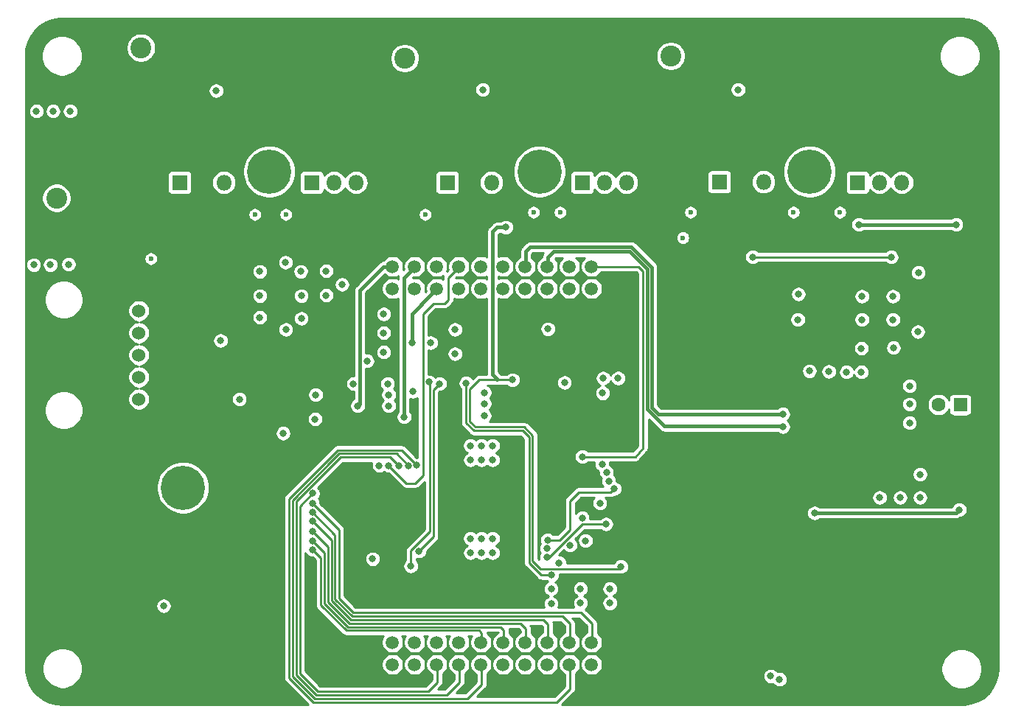
<source format=gbr>
G04 #@! TF.GenerationSoftware,KiCad,Pcbnew,(5.1.2)-1*
G04 #@! TF.CreationDate,2019-10-20T15:18:29-05:00*
G04 #@! TF.ProjectId,MotorController_Hardware,4d6f746f-7243-46f6-9e74-726f6c6c6572,rev?*
G04 #@! TF.SameCoordinates,Original*
G04 #@! TF.FileFunction,Copper,L3,Inr*
G04 #@! TF.FilePolarity,Positive*
%FSLAX46Y46*%
G04 Gerber Fmt 4.6, Leading zero omitted, Abs format (unit mm)*
G04 Created by KiCad (PCBNEW (5.1.2)-1) date 2019-10-20 15:18:29*
%MOMM*%
%LPD*%
G04 APERTURE LIST*
%ADD10C,2.400000*%
%ADD11R,2.400000X2.400000*%
%ADD12R,1.600000X1.600000*%
%ADD13C,1.600000*%
%ADD14C,1.524000*%
%ADD15C,5.080000*%
%ADD16O,1.800000X1.800000*%
%ADD17R,1.800000X1.800000*%
%ADD18C,0.600000*%
%ADD19C,1.520000*%
%ADD20C,0.800000*%
%ADD21C,0.254000*%
%ADD22C,0.381000*%
G04 APERTURE END LIST*
D10*
X98044000Y-58690500D03*
D11*
X98044000Y-63690500D03*
D12*
X192151000Y-99695000D03*
D13*
X189651000Y-99695000D03*
D11*
X128333500Y-64897000D03*
D10*
X128333500Y-59897000D03*
X88345000Y-75946000D03*
D11*
X93345000Y-75946000D03*
D10*
X158877000Y-59643000D03*
D11*
X158877000Y-64643000D03*
D14*
X97790000Y-99060000D03*
X97790000Y-96520000D03*
X97790000Y-93980000D03*
X97790000Y-91440000D03*
X97790000Y-88900000D03*
D15*
X102870000Y-109220000D03*
X110744000Y-109220000D03*
X112776000Y-72923400D03*
X143814800Y-72898000D03*
X174828200Y-72923400D03*
D16*
X107569000Y-74168000D03*
X105029000Y-74168000D03*
D17*
X102489000Y-74168000D03*
X117665500Y-74168000D03*
D16*
X120205500Y-74168000D03*
X122745500Y-74168000D03*
D17*
X133223000Y-74168000D03*
D16*
X135763000Y-74168000D03*
X138303000Y-74168000D03*
X153797000Y-74168000D03*
X151257000Y-74168000D03*
D17*
X148717000Y-74168000D03*
X164465000Y-74104500D03*
D16*
X167005000Y-74104500D03*
X169545000Y-74104500D03*
X185420000Y-74168000D03*
X182880000Y-74168000D03*
D17*
X180340000Y-74168000D03*
D18*
X160274000Y-80518000D03*
X99187000Y-82931000D03*
X130683000Y-77851000D03*
X161163000Y-77597000D03*
X114681000Y-77851000D03*
X146177000Y-77597000D03*
X178308000Y-77597000D03*
X92710000Y-118364000D03*
X111125000Y-77851000D03*
X143129000Y-77597000D03*
X172974000Y-77597000D03*
D19*
X144716500Y-129540000D03*
X147256500Y-129540000D03*
X149796500Y-129540000D03*
X126936500Y-127000000D03*
X129476500Y-127000000D03*
X132016500Y-127000000D03*
X134556500Y-127000000D03*
X137096500Y-127000000D03*
X139636500Y-127000000D03*
X142176500Y-127000000D03*
X144716500Y-127000000D03*
X147256500Y-127000000D03*
X149796500Y-127000000D03*
X126936500Y-83820000D03*
X132016500Y-83820000D03*
X137096500Y-83820000D03*
X139636500Y-83820000D03*
X142176500Y-83820000D03*
X144716500Y-83820000D03*
X147256500Y-83820000D03*
X126936500Y-86360000D03*
X132016500Y-86360000D03*
X142176500Y-86360000D03*
X144716500Y-86360000D03*
X147256500Y-86360000D03*
X149796500Y-86360000D03*
X137096500Y-86360000D03*
X134556500Y-86360000D03*
X129476500Y-83820000D03*
X142176500Y-129540000D03*
X139636500Y-129540000D03*
X129476500Y-86360000D03*
X134556500Y-83820000D03*
X132016500Y-129540000D03*
X134556500Y-129540000D03*
X139636500Y-86360000D03*
X137096500Y-129540000D03*
X129476500Y-129540000D03*
X126936500Y-129540000D03*
X149796500Y-83820000D03*
D20*
X124015500Y-94678500D03*
X129286000Y-98171000D03*
X126365000Y-97282000D03*
X122447100Y-97282000D03*
X129984500Y-116522500D03*
X132334000Y-97282000D03*
X129032000Y-118237000D03*
X131127500Y-97091500D03*
X135890000Y-104394000D03*
X138430000Y-106045000D03*
X137160000Y-106045000D03*
X135890000Y-106045000D03*
X137160000Y-104394000D03*
X138430000Y-104394000D03*
X106680000Y-63627000D03*
X137287000Y-63500000D03*
X166624000Y-63500000D03*
X135890000Y-116713000D03*
X135890000Y-115062000D03*
X137160000Y-115062000D03*
X137160000Y-116713000D03*
X138430000Y-116713000D03*
X138430000Y-115062000D03*
X100647500Y-122809000D03*
X184404000Y-87249000D03*
X180848000Y-87249000D03*
X180848000Y-89916000D03*
X184404000Y-89916000D03*
X184467500Y-93154500D03*
X180784500Y-93218000D03*
X186309000Y-97536000D03*
X186309000Y-99631500D03*
X186309000Y-101790500D03*
X145161000Y-120840500D03*
X145161000Y-122555000D03*
X148526500Y-120840500D03*
X148526500Y-122491500D03*
X151892000Y-122491500D03*
X151892000Y-120840500D03*
X116459000Y-89789000D03*
X116459000Y-87185500D03*
X119316500Y-87122000D03*
X116395500Y-84391500D03*
X119316500Y-84328000D03*
X111696500Y-84391500D03*
X111696500Y-87185500D03*
X111696500Y-89662000D03*
X125920500Y-89281000D03*
X125920500Y-91440000D03*
X125920500Y-93662500D03*
X173482000Y-89916000D03*
X173545500Y-86995000D03*
X85725000Y-83629500D03*
X87630000Y-83629500D03*
X89725500Y-83566000D03*
X86042500Y-65976500D03*
X87947500Y-65976500D03*
X89916000Y-65976500D03*
X180784500Y-95948500D03*
X179070000Y-95948500D03*
X177038000Y-95885000D03*
X174815500Y-95821500D03*
X187515500Y-110363000D03*
X187515500Y-107696000D03*
X185229500Y-110363000D03*
X182880000Y-110363000D03*
X151130000Y-96647000D03*
X152844500Y-96647000D03*
X151066500Y-98361500D03*
X137477500Y-98298000D03*
X137477500Y-99568000D03*
X137477500Y-100965000D03*
X134112000Y-91059000D03*
X134112000Y-93853000D03*
X131318000Y-92583000D03*
X148717000Y-105664000D03*
X124650500Y-117411500D03*
X114382600Y-102977900D03*
X114649250Y-83343750D03*
X114681000Y-91059000D03*
X175387000Y-112141000D03*
X192024000Y-111760000D03*
X191643000Y-78994000D03*
X180467000Y-78994000D03*
X171386500Y-131254500D03*
X107188000Y-92329000D03*
X170370500Y-130873500D03*
X171767500Y-102235000D03*
X171767500Y-100774500D03*
X137350500Y-122682000D03*
X111950500Y-122682000D03*
X142240000Y-100076000D03*
X145034000Y-100076000D03*
X147732750Y-98266250D03*
X149383750Y-96615250D03*
X145034000Y-103759000D03*
X129159000Y-92583000D03*
X121130000Y-85880000D03*
X146685000Y-97155000D03*
X151500514Y-107442000D03*
X153162000Y-118300500D03*
X140716000Y-96837500D03*
X139954000Y-79311500D03*
X135382000Y-97218500D03*
X145224500Y-119253000D03*
X144780000Y-90995500D03*
X152400000Y-109347000D03*
X144729010Y-115239990D03*
X144653000Y-117221000D03*
X151447500Y-113411000D03*
X109347000Y-99060000D03*
X128270000Y-101092000D03*
X187261500Y-91313000D03*
X118046500Y-101346000D03*
X122936000Y-99822000D03*
X126492000Y-99822000D03*
X187325000Y-84518500D03*
X126492000Y-98552000D03*
X118110000Y-98552000D03*
X125412500Y-106680000D03*
X117768159Y-109894159D03*
X151003000Y-106553000D03*
X151765000Y-108458000D03*
X150749000Y-110998000D03*
X148717000Y-112693400D03*
X149098000Y-115316000D03*
X147320000Y-115824000D03*
X168275000Y-82721400D03*
X184213500Y-82740500D03*
X129734610Y-106675793D03*
X128778000Y-106680000D03*
X127635000Y-106680000D03*
X126492000Y-106680000D03*
X117729000Y-110998000D03*
X117729000Y-112077500D03*
X117729000Y-113093500D03*
X117729000Y-114236500D03*
X117729000Y-115316000D03*
X117729000Y-116332000D03*
X144653000Y-116205000D03*
X146050000Y-117875100D03*
D21*
X129984500Y-116522500D02*
X130384499Y-116122501D01*
X130384499Y-116122501D02*
X131635500Y-114871500D01*
X131635500Y-114871500D02*
X131635500Y-97980500D01*
X131635500Y-97980500D02*
X132334000Y-97282000D01*
X129032000Y-116469486D02*
X131229090Y-114272396D01*
X129032000Y-118237000D02*
X129032000Y-116469486D01*
X131229090Y-114272396D02*
X131229090Y-97193090D01*
X131229090Y-97193090D02*
X131127500Y-97091500D01*
X155194000Y-83820000D02*
X149860000Y-83820000D01*
X155702000Y-84328000D02*
X155194000Y-83820000D01*
X155702000Y-104648000D02*
X155702000Y-84328000D01*
X148717000Y-105664000D02*
X154813000Y-105664000D01*
X154813000Y-105664000D02*
X155702000Y-104648000D01*
D22*
X191643000Y-112141000D02*
X192024000Y-111760000D01*
X175387000Y-112141000D02*
X191643000Y-112141000D01*
X191643000Y-78994000D02*
X180467000Y-78994000D01*
X144780000Y-82745198D02*
X145419698Y-82105500D01*
X144780000Y-83820000D02*
X144780000Y-82745198D01*
X154144052Y-82105500D02*
X156171910Y-84133357D01*
X145419698Y-82105500D02*
X154144052Y-82105500D01*
X156171910Y-84133357D02*
X156171910Y-100228410D01*
X156171910Y-100228410D02*
X158115000Y-102171500D01*
X158115000Y-102171500D02*
X171704000Y-102171500D01*
X171704000Y-102171500D02*
X171767500Y-102235000D01*
X142240000Y-83820000D02*
X142240000Y-82550000D01*
X142240000Y-82550000D02*
X142240000Y-82105500D01*
X142773410Y-81572090D02*
X145198753Y-81572090D01*
X142240000Y-82105500D02*
X142773410Y-81572090D01*
X154364997Y-81572090D02*
X156705320Y-83912412D01*
X145198753Y-81572090D02*
X154364997Y-81572090D01*
X156705320Y-83912412D02*
X156705320Y-99999820D01*
X156705320Y-99999820D02*
X156705320Y-100007466D01*
X156705320Y-100007466D02*
X157472354Y-100774500D01*
X157472354Y-100774500D02*
X171767500Y-100774500D01*
X132080000Y-86360000D02*
X131320001Y-87119999D01*
X131320001Y-87119999D02*
X129159000Y-89281000D01*
X129159000Y-89281000D02*
X129159000Y-92583000D01*
D21*
X135788410Y-97955090D02*
X136906000Y-96837500D01*
X136439340Y-102273090D02*
X135788410Y-101622160D01*
X142090841Y-102273091D02*
X136439340Y-102273090D01*
X153162000Y-118300500D02*
X152908000Y-118554500D01*
X135788410Y-101622160D02*
X135788410Y-97955090D01*
X152908000Y-118554500D02*
X143954500Y-118554500D01*
X143954500Y-118554500D02*
X143027410Y-117627410D01*
X143027410Y-117627410D02*
X143027410Y-103209660D01*
X143027410Y-103209660D02*
X142090841Y-102273091D01*
D22*
X138938000Y-96837500D02*
X138938000Y-96710500D01*
D21*
X138938000Y-96837500D02*
X140716000Y-96837500D01*
X136906000Y-96837500D02*
X138938000Y-96837500D01*
D22*
X138938000Y-96710500D02*
X138430000Y-96202500D01*
X138430000Y-96202500D02*
X138430000Y-85598000D01*
X138430000Y-85598000D02*
X138430000Y-79819500D01*
X138430000Y-79819500D02*
X138938000Y-79311500D01*
X138938000Y-79311500D02*
X139954000Y-79311500D01*
D21*
X135382000Y-97218500D02*
X135382000Y-97784185D01*
X135382000Y-97784185D02*
X135382000Y-101790500D01*
X135382000Y-101790500D02*
X136271000Y-102679500D01*
X136271000Y-102679500D02*
X141922500Y-102679500D01*
X141922500Y-102679500D02*
X142621000Y-103378000D01*
X142621000Y-103378000D02*
X142621000Y-117856000D01*
X142621000Y-117856000D02*
X144018000Y-119253000D01*
X144018000Y-119253000D02*
X145224500Y-119253000D01*
X152000001Y-109746999D02*
X152400000Y-109347000D01*
X151910999Y-109746999D02*
X152000001Y-109746999D01*
X146446608Y-114919392D02*
X147320000Y-114046000D01*
X147320000Y-114046000D02*
X147320000Y-110744000D01*
X147320000Y-110744000D02*
X148336000Y-109728000D01*
X148336000Y-109728000D02*
X151892000Y-109728000D01*
X151892000Y-109728000D02*
X151910999Y-109746999D01*
X146126010Y-115239990D02*
X146367500Y-114998500D01*
X144729010Y-115239990D02*
X146126010Y-115239990D01*
X146177000Y-115189000D02*
X146367500Y-114998500D01*
X146367500Y-114998500D02*
X146446608Y-114919392D01*
X146630113Y-115497887D02*
X146640599Y-115497887D01*
X144907000Y-117221000D02*
X146630113Y-115497887D01*
X144653000Y-117221000D02*
X144907000Y-117221000D01*
X148717000Y-113411000D02*
X151447500Y-113411000D01*
X146630113Y-115497887D02*
X148717000Y-113411000D01*
D22*
X129540000Y-83820000D02*
X128270000Y-85090000D01*
X128270000Y-85090000D02*
X128270000Y-100584000D01*
X128270000Y-100584000D02*
X128270000Y-101092000D01*
X125925198Y-83820000D02*
X123190000Y-86555198D01*
X127000000Y-83820000D02*
X125925198Y-83820000D01*
X123190000Y-99568000D02*
X122936000Y-99822000D01*
X123190000Y-86555198D02*
X123190000Y-99568000D01*
D21*
X132080000Y-131572000D02*
X132080000Y-129540000D01*
X131013230Y-132638770D02*
X132080000Y-131572000D01*
X118361020Y-132638770D02*
X131013230Y-132638770D01*
X116281230Y-130558980D02*
X118146625Y-132424375D01*
X117856000Y-132133750D02*
X118146625Y-132424375D01*
X118146625Y-132424375D02*
X118361020Y-132638770D01*
X116281230Y-111556770D02*
X116281230Y-114604770D01*
X116281230Y-114223770D02*
X116281230Y-114604770D01*
X116281230Y-114604770D02*
X116281230Y-130558980D01*
X116281230Y-111381088D02*
X116281230Y-111556770D01*
X117768159Y-109894159D02*
X116281230Y-111381088D01*
X168275000Y-82721400D02*
X184194400Y-82721400D01*
X184194400Y-82721400D02*
X184213500Y-82740500D01*
X147320000Y-132334000D02*
X147320000Y-129540000D01*
X145796000Y-133858000D02*
X147320000Y-132334000D01*
X120650000Y-104902000D02*
X115062000Y-110490000D01*
X115062000Y-131064000D02*
X117856000Y-133858000D01*
X115062000Y-110490000D02*
X115062000Y-131064000D01*
X117856000Y-133858000D02*
X145796000Y-133858000D01*
X127960817Y-104902000D02*
X127254000Y-104902000D01*
X129734610Y-106675793D02*
X127960817Y-104902000D01*
X127762000Y-104902000D02*
X127254000Y-104902000D01*
X127254000Y-104902000D02*
X120650000Y-104902000D01*
X137160000Y-131826000D02*
X137160000Y-129540000D01*
X135534410Y-133451590D02*
X137160000Y-131826000D01*
X115468410Y-130895660D02*
X118024340Y-133451590D01*
X115468410Y-110658340D02*
X115468410Y-130895660D01*
X118024340Y-133451590D02*
X135534410Y-133451590D01*
X120056340Y-106070410D02*
X115468410Y-110658340D01*
X127406410Y-105308410D02*
X120818340Y-105308410D01*
X128778000Y-106680000D02*
X127406410Y-105308410D01*
X120818340Y-105308410D02*
X120056340Y-106070410D01*
X134620000Y-131572000D02*
X134620000Y-129540000D01*
X120986680Y-105714820D02*
X115874820Y-110826680D01*
X115874820Y-110826680D02*
X115874820Y-130727320D01*
X133146820Y-133045180D02*
X134620000Y-131572000D01*
X115874820Y-130727320D02*
X118192680Y-133045180D01*
X118192680Y-133045180D02*
X133146820Y-133045180D01*
X126669820Y-105714820D02*
X126288820Y-105714820D01*
X127635000Y-106680000D02*
X126669820Y-105714820D01*
X126288820Y-105714820D02*
X120986680Y-105714820D01*
X133350000Y-85090000D02*
X134620000Y-83820000D01*
X132905500Y-88074500D02*
X133350000Y-87630000D01*
X133350000Y-87630000D02*
X133350000Y-85090000D01*
X128524000Y-108712000D02*
X129540000Y-108712000D01*
X129540000Y-108712000D02*
X130414011Y-107837989D01*
X130414011Y-107837989D02*
X130414011Y-89295989D01*
X130414011Y-89295989D02*
X131635500Y-88074500D01*
X131635500Y-88074500D02*
X132905500Y-88074500D01*
X126492000Y-106680000D02*
X128524000Y-108712000D01*
X120777000Y-121920000D02*
X122428000Y-123571000D01*
X122428000Y-123571000D02*
X148590000Y-123571000D01*
X148590000Y-123571000D02*
X149860000Y-124841000D01*
X149860000Y-124841000D02*
X149860000Y-127000000D01*
X120777000Y-114046000D02*
X120396000Y-113665000D01*
X120777000Y-121920000D02*
X120777000Y-114046000D01*
X117729000Y-110998000D02*
X120396000Y-113665000D01*
X147320000Y-124841000D02*
X147320000Y-127000000D01*
X146494500Y-124015500D02*
X147320000Y-124841000D01*
X122297750Y-124015500D02*
X146494500Y-124015500D01*
X120332500Y-122050250D02*
X122297750Y-124015500D01*
X117729000Y-112077500D02*
X120332500Y-114681000D01*
X120332500Y-114681000D02*
X120332500Y-122050250D01*
X144780000Y-124904500D02*
X144780000Y-127000000D01*
X144297410Y-124421910D02*
X144780000Y-124904500D01*
X122129410Y-124421910D02*
X144297410Y-124421910D01*
X119926091Y-122218591D02*
X122129410Y-124421910D01*
X117729000Y-113093500D02*
X119926090Y-115290590D01*
X119926090Y-115290590D02*
X119926091Y-122218591D01*
X117729000Y-114236500D02*
X119519682Y-116027182D01*
X119519682Y-122386932D02*
X121961070Y-124828320D01*
X119519682Y-116027182D02*
X119519682Y-122386932D01*
X121961070Y-124828320D02*
X141655820Y-124828320D01*
X142240000Y-125412500D02*
X142240000Y-127000000D01*
X141655820Y-124828320D02*
X142240000Y-125412500D01*
X139700000Y-125603000D02*
X139700000Y-127000000D01*
X139331730Y-125234730D02*
X139700000Y-125603000D01*
X121792730Y-125234730D02*
X139331730Y-125234730D01*
X119113273Y-122555273D02*
X121792730Y-125234730D01*
X117729000Y-115316000D02*
X119113272Y-116700272D01*
X119113272Y-116700272D02*
X119113273Y-122555273D01*
X118706864Y-117309864D02*
X117729000Y-116332000D01*
X118706864Y-122723614D02*
X118706864Y-117309864D01*
X137160000Y-127000000D02*
X137160000Y-125925198D01*
X137160000Y-125925198D02*
X136964802Y-125730000D01*
X136964802Y-125730000D02*
X136964802Y-125725302D01*
X136964802Y-125725302D02*
X136880640Y-125641140D01*
X136880640Y-125641140D02*
X121624390Y-125641140D01*
X121624390Y-125641140D02*
X118706864Y-122723614D01*
G36*
X193050778Y-55393463D02*
G01*
X193797677Y-55604111D01*
X194493682Y-55947343D01*
X195115478Y-56411660D01*
X195642250Y-56981519D01*
X196056352Y-57637830D01*
X196343918Y-58358620D01*
X196496811Y-59127265D01*
X196519331Y-59701449D01*
X196520999Y-129999450D01*
X196425763Y-130803198D01*
X196195542Y-131544292D01*
X195834121Y-132231025D01*
X195353605Y-132840395D01*
X194770086Y-133351994D01*
X194103104Y-133748689D01*
X193375001Y-134017193D01*
X192595005Y-134151117D01*
X192266570Y-134164000D01*
X146388024Y-134164000D01*
X147746962Y-132805064D01*
X147771185Y-132785185D01*
X147791729Y-132760152D01*
X147850537Y-132688495D01*
X147879219Y-132634835D01*
X147909502Y-132578180D01*
X147945812Y-132458482D01*
X147955000Y-132365192D01*
X147955000Y-132365182D01*
X147958071Y-132334001D01*
X147955000Y-132302820D01*
X147955000Y-130598288D01*
X148064803Y-130524920D01*
X148241420Y-130348303D01*
X148380187Y-130140623D01*
X148475771Y-129909862D01*
X148524500Y-129664887D01*
X148524500Y-129415113D01*
X148528500Y-129415113D01*
X148528500Y-129664887D01*
X148577229Y-129909862D01*
X148672813Y-130140623D01*
X148811580Y-130348303D01*
X148988197Y-130524920D01*
X149195877Y-130663687D01*
X149426638Y-130759271D01*
X149671613Y-130808000D01*
X149921387Y-130808000D01*
X150041690Y-130784070D01*
X169462500Y-130784070D01*
X169462500Y-130962930D01*
X169497394Y-131138354D01*
X169565841Y-131303599D01*
X169665211Y-131452316D01*
X169791684Y-131578789D01*
X169940401Y-131678159D01*
X170105646Y-131746606D01*
X170281070Y-131781500D01*
X170459930Y-131781500D01*
X170624690Y-131748727D01*
X170681211Y-131833316D01*
X170807684Y-131959789D01*
X170956401Y-132059159D01*
X171121646Y-132127606D01*
X171297070Y-132162500D01*
X171475930Y-132162500D01*
X171651354Y-132127606D01*
X171816599Y-132059159D01*
X171965316Y-131959789D01*
X172091789Y-131833316D01*
X172191159Y-131684599D01*
X172259606Y-131519354D01*
X172294500Y-131343930D01*
X172294500Y-131165070D01*
X172259606Y-130989646D01*
X172191159Y-130824401D01*
X172091789Y-130675684D01*
X171965316Y-130549211D01*
X171816599Y-130449841D01*
X171651354Y-130381394D01*
X171475930Y-130346500D01*
X171297070Y-130346500D01*
X171132310Y-130379273D01*
X171075789Y-130294684D01*
X170949316Y-130168211D01*
X170800599Y-130068841D01*
X170635354Y-130000394D01*
X170459930Y-129965500D01*
X170281070Y-129965500D01*
X170105646Y-130000394D01*
X169940401Y-130068841D01*
X169791684Y-130168211D01*
X169665211Y-130294684D01*
X169565841Y-130443401D01*
X169497394Y-130608646D01*
X169462500Y-130784070D01*
X150041690Y-130784070D01*
X150166362Y-130759271D01*
X150397123Y-130663687D01*
X150604803Y-130524920D01*
X150781420Y-130348303D01*
X150920187Y-130140623D01*
X151015771Y-129909862D01*
X151034323Y-129816594D01*
X189928500Y-129816594D01*
X189928500Y-130279406D01*
X190018790Y-130733324D01*
X190195900Y-131160905D01*
X190453024Y-131545719D01*
X190780281Y-131872976D01*
X191165095Y-132130100D01*
X191592676Y-132307210D01*
X192046594Y-132397500D01*
X192509406Y-132397500D01*
X192963324Y-132307210D01*
X193390905Y-132130100D01*
X193775719Y-131872976D01*
X194102976Y-131545719D01*
X194360100Y-131160905D01*
X194537210Y-130733324D01*
X194627500Y-130279406D01*
X194627500Y-129816594D01*
X194537210Y-129362676D01*
X194360100Y-128935095D01*
X194102976Y-128550281D01*
X193775719Y-128223024D01*
X193390905Y-127965900D01*
X192963324Y-127788790D01*
X192509406Y-127698500D01*
X192046594Y-127698500D01*
X191592676Y-127788790D01*
X191165095Y-127965900D01*
X190780281Y-128223024D01*
X190453024Y-128550281D01*
X190195900Y-128935095D01*
X190018790Y-129362676D01*
X189928500Y-129816594D01*
X151034323Y-129816594D01*
X151064500Y-129664887D01*
X151064500Y-129415113D01*
X151015771Y-129170138D01*
X150920187Y-128939377D01*
X150781420Y-128731697D01*
X150604803Y-128555080D01*
X150397123Y-128416313D01*
X150166362Y-128320729D01*
X149921387Y-128272000D01*
X149671613Y-128272000D01*
X149426638Y-128320729D01*
X149195877Y-128416313D01*
X148988197Y-128555080D01*
X148811580Y-128731697D01*
X148672813Y-128939377D01*
X148577229Y-129170138D01*
X148528500Y-129415113D01*
X148524500Y-129415113D01*
X148475771Y-129170138D01*
X148380187Y-128939377D01*
X148241420Y-128731697D01*
X148064803Y-128555080D01*
X147857123Y-128416313D01*
X147626362Y-128320729D01*
X147381387Y-128272000D01*
X147131613Y-128272000D01*
X146886638Y-128320729D01*
X146655877Y-128416313D01*
X146448197Y-128555080D01*
X146271580Y-128731697D01*
X146132813Y-128939377D01*
X146037229Y-129170138D01*
X145988500Y-129415113D01*
X145988500Y-129664887D01*
X146037229Y-129909862D01*
X146132813Y-130140623D01*
X146271580Y-130348303D01*
X146448197Y-130524920D01*
X146655877Y-130663687D01*
X146685001Y-130675750D01*
X146685000Y-132070974D01*
X145532976Y-133223000D01*
X136661025Y-133223000D01*
X137586962Y-132297064D01*
X137611185Y-132277185D01*
X137631068Y-132252958D01*
X137690537Y-132180495D01*
X137711508Y-132141260D01*
X137749502Y-132070180D01*
X137785812Y-131950482D01*
X137795000Y-131857192D01*
X137795000Y-131857182D01*
X137798071Y-131826001D01*
X137795000Y-131794820D01*
X137795000Y-130598288D01*
X137904803Y-130524920D01*
X138081420Y-130348303D01*
X138220187Y-130140623D01*
X138315771Y-129909862D01*
X138364500Y-129664887D01*
X138364500Y-129415113D01*
X138368500Y-129415113D01*
X138368500Y-129664887D01*
X138417229Y-129909862D01*
X138512813Y-130140623D01*
X138651580Y-130348303D01*
X138828197Y-130524920D01*
X139035877Y-130663687D01*
X139266638Y-130759271D01*
X139511613Y-130808000D01*
X139761387Y-130808000D01*
X140006362Y-130759271D01*
X140237123Y-130663687D01*
X140444803Y-130524920D01*
X140621420Y-130348303D01*
X140760187Y-130140623D01*
X140855771Y-129909862D01*
X140904500Y-129664887D01*
X140904500Y-129415113D01*
X140908500Y-129415113D01*
X140908500Y-129664887D01*
X140957229Y-129909862D01*
X141052813Y-130140623D01*
X141191580Y-130348303D01*
X141368197Y-130524920D01*
X141575877Y-130663687D01*
X141806638Y-130759271D01*
X142051613Y-130808000D01*
X142301387Y-130808000D01*
X142546362Y-130759271D01*
X142777123Y-130663687D01*
X142984803Y-130524920D01*
X143161420Y-130348303D01*
X143300187Y-130140623D01*
X143395771Y-129909862D01*
X143444500Y-129664887D01*
X143444500Y-129415113D01*
X143448500Y-129415113D01*
X143448500Y-129664887D01*
X143497229Y-129909862D01*
X143592813Y-130140623D01*
X143731580Y-130348303D01*
X143908197Y-130524920D01*
X144115877Y-130663687D01*
X144346638Y-130759271D01*
X144591613Y-130808000D01*
X144841387Y-130808000D01*
X145086362Y-130759271D01*
X145317123Y-130663687D01*
X145524803Y-130524920D01*
X145701420Y-130348303D01*
X145840187Y-130140623D01*
X145935771Y-129909862D01*
X145984500Y-129664887D01*
X145984500Y-129415113D01*
X145935771Y-129170138D01*
X145840187Y-128939377D01*
X145701420Y-128731697D01*
X145524803Y-128555080D01*
X145317123Y-128416313D01*
X145086362Y-128320729D01*
X144841387Y-128272000D01*
X144591613Y-128272000D01*
X144346638Y-128320729D01*
X144115877Y-128416313D01*
X143908197Y-128555080D01*
X143731580Y-128731697D01*
X143592813Y-128939377D01*
X143497229Y-129170138D01*
X143448500Y-129415113D01*
X143444500Y-129415113D01*
X143395771Y-129170138D01*
X143300187Y-128939377D01*
X143161420Y-128731697D01*
X142984803Y-128555080D01*
X142777123Y-128416313D01*
X142546362Y-128320729D01*
X142301387Y-128272000D01*
X142051613Y-128272000D01*
X141806638Y-128320729D01*
X141575877Y-128416313D01*
X141368197Y-128555080D01*
X141191580Y-128731697D01*
X141052813Y-128939377D01*
X140957229Y-129170138D01*
X140908500Y-129415113D01*
X140904500Y-129415113D01*
X140855771Y-129170138D01*
X140760187Y-128939377D01*
X140621420Y-128731697D01*
X140444803Y-128555080D01*
X140237123Y-128416313D01*
X140006362Y-128320729D01*
X139761387Y-128272000D01*
X139511613Y-128272000D01*
X139266638Y-128320729D01*
X139035877Y-128416313D01*
X138828197Y-128555080D01*
X138651580Y-128731697D01*
X138512813Y-128939377D01*
X138417229Y-129170138D01*
X138368500Y-129415113D01*
X138364500Y-129415113D01*
X138315771Y-129170138D01*
X138220187Y-128939377D01*
X138081420Y-128731697D01*
X137904803Y-128555080D01*
X137697123Y-128416313D01*
X137466362Y-128320729D01*
X137221387Y-128272000D01*
X136971613Y-128272000D01*
X136726638Y-128320729D01*
X136495877Y-128416313D01*
X136288197Y-128555080D01*
X136111580Y-128731697D01*
X135972813Y-128939377D01*
X135877229Y-129170138D01*
X135828500Y-129415113D01*
X135828500Y-129664887D01*
X135877229Y-129909862D01*
X135972813Y-130140623D01*
X136111580Y-130348303D01*
X136288197Y-130524920D01*
X136495877Y-130663687D01*
X136525001Y-130675750D01*
X136525000Y-131562974D01*
X135271386Y-132816590D01*
X134273434Y-132816590D01*
X135046956Y-132043069D01*
X135071185Y-132023185D01*
X135150537Y-131926494D01*
X135209502Y-131816180D01*
X135245812Y-131696482D01*
X135255000Y-131603192D01*
X135255000Y-131603182D01*
X135258071Y-131572001D01*
X135255000Y-131540820D01*
X135255000Y-130598288D01*
X135364803Y-130524920D01*
X135541420Y-130348303D01*
X135680187Y-130140623D01*
X135775771Y-129909862D01*
X135824500Y-129664887D01*
X135824500Y-129415113D01*
X135775771Y-129170138D01*
X135680187Y-128939377D01*
X135541420Y-128731697D01*
X135364803Y-128555080D01*
X135157123Y-128416313D01*
X134926362Y-128320729D01*
X134681387Y-128272000D01*
X134431613Y-128272000D01*
X134186638Y-128320729D01*
X133955877Y-128416313D01*
X133748197Y-128555080D01*
X133571580Y-128731697D01*
X133432813Y-128939377D01*
X133337229Y-129170138D01*
X133288500Y-129415113D01*
X133288500Y-129664887D01*
X133337229Y-129909862D01*
X133432813Y-130140623D01*
X133571580Y-130348303D01*
X133748197Y-130524920D01*
X133955877Y-130663687D01*
X133985000Y-130675750D01*
X133985000Y-131308975D01*
X132883796Y-132410180D01*
X132139845Y-132410180D01*
X132506961Y-132043065D01*
X132531185Y-132023185D01*
X132551065Y-131998961D01*
X132551069Y-131998957D01*
X132610538Y-131926494D01*
X132669502Y-131816180D01*
X132674846Y-131798564D01*
X132705812Y-131696482D01*
X132715000Y-131603192D01*
X132715000Y-131603189D01*
X132718072Y-131572000D01*
X132715000Y-131540811D01*
X132715000Y-130598288D01*
X132824803Y-130524920D01*
X133001420Y-130348303D01*
X133140187Y-130140623D01*
X133235771Y-129909862D01*
X133284500Y-129664887D01*
X133284500Y-129415113D01*
X133235771Y-129170138D01*
X133140187Y-128939377D01*
X133001420Y-128731697D01*
X132824803Y-128555080D01*
X132617123Y-128416313D01*
X132386362Y-128320729D01*
X132141387Y-128272000D01*
X131891613Y-128272000D01*
X131646638Y-128320729D01*
X131415877Y-128416313D01*
X131208197Y-128555080D01*
X131031580Y-128731697D01*
X130892813Y-128939377D01*
X130797229Y-129170138D01*
X130748500Y-129415113D01*
X130748500Y-129664887D01*
X130797229Y-129909862D01*
X130892813Y-130140623D01*
X131031580Y-130348303D01*
X131208197Y-130524920D01*
X131415877Y-130663687D01*
X131445000Y-130675750D01*
X131445000Y-131308974D01*
X130750206Y-132003770D01*
X118624044Y-132003770D01*
X118617698Y-131997424D01*
X118617693Y-131997418D01*
X116916230Y-130295956D01*
X116916230Y-129415113D01*
X125668500Y-129415113D01*
X125668500Y-129664887D01*
X125717229Y-129909862D01*
X125812813Y-130140623D01*
X125951580Y-130348303D01*
X126128197Y-130524920D01*
X126335877Y-130663687D01*
X126566638Y-130759271D01*
X126811613Y-130808000D01*
X127061387Y-130808000D01*
X127306362Y-130759271D01*
X127537123Y-130663687D01*
X127744803Y-130524920D01*
X127921420Y-130348303D01*
X128060187Y-130140623D01*
X128155771Y-129909862D01*
X128204500Y-129664887D01*
X128204500Y-129415113D01*
X128208500Y-129415113D01*
X128208500Y-129664887D01*
X128257229Y-129909862D01*
X128352813Y-130140623D01*
X128491580Y-130348303D01*
X128668197Y-130524920D01*
X128875877Y-130663687D01*
X129106638Y-130759271D01*
X129351613Y-130808000D01*
X129601387Y-130808000D01*
X129846362Y-130759271D01*
X130077123Y-130663687D01*
X130284803Y-130524920D01*
X130461420Y-130348303D01*
X130600187Y-130140623D01*
X130695771Y-129909862D01*
X130744500Y-129664887D01*
X130744500Y-129415113D01*
X130695771Y-129170138D01*
X130600187Y-128939377D01*
X130461420Y-128731697D01*
X130284803Y-128555080D01*
X130077123Y-128416313D01*
X129846362Y-128320729D01*
X129601387Y-128272000D01*
X129351613Y-128272000D01*
X129106638Y-128320729D01*
X128875877Y-128416313D01*
X128668197Y-128555080D01*
X128491580Y-128731697D01*
X128352813Y-128939377D01*
X128257229Y-129170138D01*
X128208500Y-129415113D01*
X128204500Y-129415113D01*
X128155771Y-129170138D01*
X128060187Y-128939377D01*
X127921420Y-128731697D01*
X127744803Y-128555080D01*
X127537123Y-128416313D01*
X127306362Y-128320729D01*
X127061387Y-128272000D01*
X126811613Y-128272000D01*
X126566638Y-128320729D01*
X126335877Y-128416313D01*
X126128197Y-128555080D01*
X125951580Y-128731697D01*
X125812813Y-128939377D01*
X125717229Y-129170138D01*
X125668500Y-129415113D01*
X116916230Y-129415113D01*
X116916230Y-116742517D01*
X116924341Y-116762099D01*
X117023711Y-116910816D01*
X117150184Y-117037289D01*
X117298901Y-117136659D01*
X117464146Y-117205106D01*
X117639570Y-117240000D01*
X117738975Y-117240000D01*
X118071865Y-117572891D01*
X118071864Y-122692433D01*
X118068793Y-122723614D01*
X118071864Y-122754795D01*
X118071864Y-122754805D01*
X118081052Y-122848095D01*
X118117362Y-122967793D01*
X118176327Y-123078107D01*
X118255679Y-123174799D01*
X118279914Y-123194688D01*
X121153320Y-126068095D01*
X121173205Y-126092325D01*
X121197433Y-126112208D01*
X121269896Y-126171678D01*
X121376784Y-126228811D01*
X121380210Y-126230642D01*
X121499908Y-126266952D01*
X121593198Y-126276140D01*
X121593201Y-126276140D01*
X121624390Y-126279212D01*
X121655579Y-126276140D01*
X125895157Y-126276140D01*
X125812813Y-126399377D01*
X125717229Y-126630138D01*
X125668500Y-126875113D01*
X125668500Y-127124887D01*
X125717229Y-127369862D01*
X125812813Y-127600623D01*
X125951580Y-127808303D01*
X126128197Y-127984920D01*
X126335877Y-128123687D01*
X126566638Y-128219271D01*
X126811613Y-128268000D01*
X127061387Y-128268000D01*
X127306362Y-128219271D01*
X127537123Y-128123687D01*
X127744803Y-127984920D01*
X127921420Y-127808303D01*
X128060187Y-127600623D01*
X128155771Y-127369862D01*
X128204500Y-127124887D01*
X128204500Y-126875113D01*
X128155771Y-126630138D01*
X128060187Y-126399377D01*
X127977843Y-126276140D01*
X128435157Y-126276140D01*
X128352813Y-126399377D01*
X128257229Y-126630138D01*
X128208500Y-126875113D01*
X128208500Y-127124887D01*
X128257229Y-127369862D01*
X128352813Y-127600623D01*
X128491580Y-127808303D01*
X128668197Y-127984920D01*
X128875877Y-128123687D01*
X129106638Y-128219271D01*
X129351613Y-128268000D01*
X129601387Y-128268000D01*
X129846362Y-128219271D01*
X130077123Y-128123687D01*
X130284803Y-127984920D01*
X130461420Y-127808303D01*
X130600187Y-127600623D01*
X130695771Y-127369862D01*
X130744500Y-127124887D01*
X130744500Y-126875113D01*
X130695771Y-126630138D01*
X130600187Y-126399377D01*
X130517843Y-126276140D01*
X130975157Y-126276140D01*
X130892813Y-126399377D01*
X130797229Y-126630138D01*
X130748500Y-126875113D01*
X130748500Y-127124887D01*
X130797229Y-127369862D01*
X130892813Y-127600623D01*
X131031580Y-127808303D01*
X131208197Y-127984920D01*
X131415877Y-128123687D01*
X131646638Y-128219271D01*
X131891613Y-128268000D01*
X132141387Y-128268000D01*
X132386362Y-128219271D01*
X132617123Y-128123687D01*
X132824803Y-127984920D01*
X133001420Y-127808303D01*
X133140187Y-127600623D01*
X133235771Y-127369862D01*
X133284500Y-127124887D01*
X133284500Y-126875113D01*
X133235771Y-126630138D01*
X133140187Y-126399377D01*
X133057843Y-126276140D01*
X133515157Y-126276140D01*
X133432813Y-126399377D01*
X133337229Y-126630138D01*
X133288500Y-126875113D01*
X133288500Y-127124887D01*
X133337229Y-127369862D01*
X133432813Y-127600623D01*
X133571580Y-127808303D01*
X133748197Y-127984920D01*
X133955877Y-128123687D01*
X134186638Y-128219271D01*
X134431613Y-128268000D01*
X134681387Y-128268000D01*
X134926362Y-128219271D01*
X135157123Y-128123687D01*
X135364803Y-127984920D01*
X135541420Y-127808303D01*
X135680187Y-127600623D01*
X135775771Y-127369862D01*
X135824500Y-127124887D01*
X135824500Y-126875113D01*
X135775771Y-126630138D01*
X135680187Y-126399377D01*
X135597843Y-126276140D01*
X136055157Y-126276140D01*
X135972813Y-126399377D01*
X135877229Y-126630138D01*
X135828500Y-126875113D01*
X135828500Y-127124887D01*
X135877229Y-127369862D01*
X135972813Y-127600623D01*
X136111580Y-127808303D01*
X136288197Y-127984920D01*
X136495877Y-128123687D01*
X136726638Y-128219271D01*
X136971613Y-128268000D01*
X137221387Y-128268000D01*
X137466362Y-128219271D01*
X137697123Y-128123687D01*
X137904803Y-127984920D01*
X138081420Y-127808303D01*
X138220187Y-127600623D01*
X138315771Y-127369862D01*
X138364500Y-127124887D01*
X138364500Y-126875113D01*
X138315771Y-126630138D01*
X138220187Y-126399377D01*
X138081420Y-126191697D01*
X137904803Y-126015080D01*
X137796356Y-125942618D01*
X137798072Y-125925198D01*
X137795000Y-125894006D01*
X137792609Y-125869730D01*
X139051770Y-125869730D01*
X139035877Y-125876313D01*
X138828197Y-126015080D01*
X138651580Y-126191697D01*
X138512813Y-126399377D01*
X138417229Y-126630138D01*
X138368500Y-126875113D01*
X138368500Y-127124887D01*
X138417229Y-127369862D01*
X138512813Y-127600623D01*
X138651580Y-127808303D01*
X138828197Y-127984920D01*
X139035877Y-128123687D01*
X139266638Y-128219271D01*
X139511613Y-128268000D01*
X139761387Y-128268000D01*
X140006362Y-128219271D01*
X140237123Y-128123687D01*
X140444803Y-127984920D01*
X140621420Y-127808303D01*
X140760187Y-127600623D01*
X140855771Y-127369862D01*
X140904500Y-127124887D01*
X140904500Y-126875113D01*
X140855771Y-126630138D01*
X140760187Y-126399377D01*
X140621420Y-126191697D01*
X140444803Y-126015080D01*
X140335000Y-125941712D01*
X140335000Y-125634180D01*
X140338071Y-125602999D01*
X140335000Y-125571818D01*
X140335000Y-125571808D01*
X140325812Y-125478518D01*
X140321202Y-125463320D01*
X141392796Y-125463320D01*
X141605000Y-125675525D01*
X141605000Y-125864250D01*
X141575877Y-125876313D01*
X141368197Y-126015080D01*
X141191580Y-126191697D01*
X141052813Y-126399377D01*
X140957229Y-126630138D01*
X140908500Y-126875113D01*
X140908500Y-127124887D01*
X140957229Y-127369862D01*
X141052813Y-127600623D01*
X141191580Y-127808303D01*
X141368197Y-127984920D01*
X141575877Y-128123687D01*
X141806638Y-128219271D01*
X142051613Y-128268000D01*
X142301387Y-128268000D01*
X142546362Y-128219271D01*
X142777123Y-128123687D01*
X142984803Y-127984920D01*
X143161420Y-127808303D01*
X143300187Y-127600623D01*
X143395771Y-127369862D01*
X143444500Y-127124887D01*
X143444500Y-126875113D01*
X143395771Y-126630138D01*
X143300187Y-126399377D01*
X143161420Y-126191697D01*
X142984803Y-126015080D01*
X142875000Y-125941712D01*
X142875000Y-125443680D01*
X142878071Y-125412499D01*
X142875000Y-125381318D01*
X142875000Y-125381308D01*
X142865812Y-125288018D01*
X142829502Y-125168320D01*
X142785062Y-125085179D01*
X142770537Y-125058005D01*
X142769638Y-125056910D01*
X144034386Y-125056910D01*
X144145000Y-125167525D01*
X144145000Y-125864250D01*
X144115877Y-125876313D01*
X143908197Y-126015080D01*
X143731580Y-126191697D01*
X143592813Y-126399377D01*
X143497229Y-126630138D01*
X143448500Y-126875113D01*
X143448500Y-127124887D01*
X143497229Y-127369862D01*
X143592813Y-127600623D01*
X143731580Y-127808303D01*
X143908197Y-127984920D01*
X144115877Y-128123687D01*
X144346638Y-128219271D01*
X144591613Y-128268000D01*
X144841387Y-128268000D01*
X145086362Y-128219271D01*
X145317123Y-128123687D01*
X145524803Y-127984920D01*
X145701420Y-127808303D01*
X145840187Y-127600623D01*
X145935771Y-127369862D01*
X145984500Y-127124887D01*
X145984500Y-126875113D01*
X145935771Y-126630138D01*
X145840187Y-126399377D01*
X145701420Y-126191697D01*
X145524803Y-126015080D01*
X145415000Y-125941712D01*
X145415000Y-124935680D01*
X145418071Y-124904499D01*
X145415000Y-124873318D01*
X145415000Y-124873308D01*
X145405812Y-124780018D01*
X145369502Y-124660320D01*
X145364253Y-124650500D01*
X146231476Y-124650500D01*
X146685000Y-125104025D01*
X146685000Y-125864250D01*
X146655877Y-125876313D01*
X146448197Y-126015080D01*
X146271580Y-126191697D01*
X146132813Y-126399377D01*
X146037229Y-126630138D01*
X145988500Y-126875113D01*
X145988500Y-127124887D01*
X146037229Y-127369862D01*
X146132813Y-127600623D01*
X146271580Y-127808303D01*
X146448197Y-127984920D01*
X146655877Y-128123687D01*
X146886638Y-128219271D01*
X147131613Y-128268000D01*
X147381387Y-128268000D01*
X147626362Y-128219271D01*
X147857123Y-128123687D01*
X148064803Y-127984920D01*
X148241420Y-127808303D01*
X148380187Y-127600623D01*
X148475771Y-127369862D01*
X148524500Y-127124887D01*
X148524500Y-126875113D01*
X148475771Y-126630138D01*
X148380187Y-126399377D01*
X148241420Y-126191697D01*
X148064803Y-126015080D01*
X147955000Y-125941712D01*
X147955000Y-124872180D01*
X147958071Y-124840999D01*
X147955000Y-124809818D01*
X147955000Y-124809808D01*
X147945812Y-124716518D01*
X147909502Y-124596820D01*
X147871076Y-124524931D01*
X147850537Y-124486505D01*
X147808574Y-124435373D01*
X147771185Y-124389815D01*
X147746956Y-124369931D01*
X147583025Y-124206000D01*
X148326976Y-124206000D01*
X149225000Y-125104025D01*
X149225000Y-125864250D01*
X149195877Y-125876313D01*
X148988197Y-126015080D01*
X148811580Y-126191697D01*
X148672813Y-126399377D01*
X148577229Y-126630138D01*
X148528500Y-126875113D01*
X148528500Y-127124887D01*
X148577229Y-127369862D01*
X148672813Y-127600623D01*
X148811580Y-127808303D01*
X148988197Y-127984920D01*
X149195877Y-128123687D01*
X149426638Y-128219271D01*
X149671613Y-128268000D01*
X149921387Y-128268000D01*
X150166362Y-128219271D01*
X150397123Y-128123687D01*
X150604803Y-127984920D01*
X150781420Y-127808303D01*
X150920187Y-127600623D01*
X151015771Y-127369862D01*
X151064500Y-127124887D01*
X151064500Y-126875113D01*
X151015771Y-126630138D01*
X150920187Y-126399377D01*
X150781420Y-126191697D01*
X150604803Y-126015080D01*
X150495000Y-125941712D01*
X150495000Y-124872180D01*
X150498071Y-124840999D01*
X150495000Y-124809818D01*
X150495000Y-124809808D01*
X150485812Y-124716518D01*
X150449502Y-124596820D01*
X150424479Y-124550006D01*
X150390537Y-124486505D01*
X150348574Y-124435373D01*
X150311185Y-124389815D01*
X150286956Y-124369931D01*
X149109565Y-123192540D01*
X149231789Y-123070316D01*
X149331159Y-122921599D01*
X149399606Y-122756354D01*
X149434500Y-122580930D01*
X149434500Y-122402070D01*
X149399606Y-122226646D01*
X149331159Y-122061401D01*
X149231789Y-121912684D01*
X149105316Y-121786211D01*
X148956599Y-121686841D01*
X148906285Y-121666000D01*
X148956599Y-121645159D01*
X149105316Y-121545789D01*
X149231789Y-121419316D01*
X149331159Y-121270599D01*
X149399606Y-121105354D01*
X149434500Y-120929930D01*
X149434500Y-120751070D01*
X150984000Y-120751070D01*
X150984000Y-120929930D01*
X151018894Y-121105354D01*
X151087341Y-121270599D01*
X151186711Y-121419316D01*
X151313184Y-121545789D01*
X151461901Y-121645159D01*
X151512215Y-121666000D01*
X151461901Y-121686841D01*
X151313184Y-121786211D01*
X151186711Y-121912684D01*
X151087341Y-122061401D01*
X151018894Y-122226646D01*
X150984000Y-122402070D01*
X150984000Y-122580930D01*
X151018894Y-122756354D01*
X151087341Y-122921599D01*
X151186711Y-123070316D01*
X151313184Y-123196789D01*
X151461901Y-123296159D01*
X151627146Y-123364606D01*
X151802570Y-123399500D01*
X151981430Y-123399500D01*
X152156854Y-123364606D01*
X152322099Y-123296159D01*
X152470816Y-123196789D01*
X152597289Y-123070316D01*
X152696659Y-122921599D01*
X152765106Y-122756354D01*
X152800000Y-122580930D01*
X152800000Y-122402070D01*
X152765106Y-122226646D01*
X152696659Y-122061401D01*
X152597289Y-121912684D01*
X152470816Y-121786211D01*
X152322099Y-121686841D01*
X152271785Y-121666000D01*
X152322099Y-121645159D01*
X152470816Y-121545789D01*
X152597289Y-121419316D01*
X152696659Y-121270599D01*
X152765106Y-121105354D01*
X152800000Y-120929930D01*
X152800000Y-120751070D01*
X152765106Y-120575646D01*
X152696659Y-120410401D01*
X152597289Y-120261684D01*
X152470816Y-120135211D01*
X152322099Y-120035841D01*
X152156854Y-119967394D01*
X151981430Y-119932500D01*
X151802570Y-119932500D01*
X151627146Y-119967394D01*
X151461901Y-120035841D01*
X151313184Y-120135211D01*
X151186711Y-120261684D01*
X151087341Y-120410401D01*
X151018894Y-120575646D01*
X150984000Y-120751070D01*
X149434500Y-120751070D01*
X149399606Y-120575646D01*
X149331159Y-120410401D01*
X149231789Y-120261684D01*
X149105316Y-120135211D01*
X148956599Y-120035841D01*
X148791354Y-119967394D01*
X148615930Y-119932500D01*
X148437070Y-119932500D01*
X148261646Y-119967394D01*
X148096401Y-120035841D01*
X147947684Y-120135211D01*
X147821211Y-120261684D01*
X147721841Y-120410401D01*
X147653394Y-120575646D01*
X147618500Y-120751070D01*
X147618500Y-120929930D01*
X147653394Y-121105354D01*
X147721841Y-121270599D01*
X147821211Y-121419316D01*
X147947684Y-121545789D01*
X148096401Y-121645159D01*
X148146715Y-121666000D01*
X148096401Y-121686841D01*
X147947684Y-121786211D01*
X147821211Y-121912684D01*
X147721841Y-122061401D01*
X147653394Y-122226646D01*
X147618500Y-122402070D01*
X147618500Y-122580930D01*
X147653394Y-122756354D01*
X147721841Y-122921599D01*
X147731463Y-122936000D01*
X145985997Y-122936000D01*
X146034106Y-122819854D01*
X146069000Y-122644430D01*
X146069000Y-122465570D01*
X146034106Y-122290146D01*
X145965659Y-122124901D01*
X145866289Y-121976184D01*
X145739816Y-121849711D01*
X145591099Y-121750341D01*
X145464134Y-121697750D01*
X145591099Y-121645159D01*
X145739816Y-121545789D01*
X145866289Y-121419316D01*
X145965659Y-121270599D01*
X146034106Y-121105354D01*
X146069000Y-120929930D01*
X146069000Y-120751070D01*
X146034106Y-120575646D01*
X145965659Y-120410401D01*
X145866289Y-120261684D01*
X145739816Y-120135211D01*
X145635556Y-120065547D01*
X145654599Y-120057659D01*
X145803316Y-119958289D01*
X145929789Y-119831816D01*
X146029159Y-119683099D01*
X146097606Y-119517854D01*
X146132500Y-119342430D01*
X146132500Y-119189500D01*
X152876819Y-119189500D01*
X152908000Y-119192571D01*
X152939181Y-119189500D01*
X152939192Y-119189500D01*
X152964513Y-119187006D01*
X153072570Y-119208500D01*
X153251430Y-119208500D01*
X153426854Y-119173606D01*
X153592099Y-119105159D01*
X153740816Y-119005789D01*
X153867289Y-118879316D01*
X153966659Y-118730599D01*
X154035106Y-118565354D01*
X154070000Y-118389930D01*
X154070000Y-118211070D01*
X154035106Y-118035646D01*
X153966659Y-117870401D01*
X153867289Y-117721684D01*
X153740816Y-117595211D01*
X153592099Y-117495841D01*
X153426854Y-117427394D01*
X153251430Y-117392500D01*
X153072570Y-117392500D01*
X152897146Y-117427394D01*
X152731901Y-117495841D01*
X152583184Y-117595211D01*
X152456711Y-117721684D01*
X152357341Y-117870401D01*
X152337003Y-117919500D01*
X146958000Y-117919500D01*
X146958000Y-117785670D01*
X146923106Y-117610246D01*
X146854659Y-117445001D01*
X146755289Y-117296284D01*
X146628816Y-117169811D01*
X146480099Y-117070441D01*
X146314854Y-117001994D01*
X146139430Y-116967100D01*
X146058925Y-116967100D01*
X146618960Y-116407065D01*
X146741184Y-116529289D01*
X146889901Y-116628659D01*
X147055146Y-116697106D01*
X147230570Y-116732000D01*
X147409430Y-116732000D01*
X147584854Y-116697106D01*
X147750099Y-116628659D01*
X147898816Y-116529289D01*
X148025289Y-116402816D01*
X148124659Y-116254099D01*
X148193106Y-116088854D01*
X148228000Y-115913430D01*
X148228000Y-115734570D01*
X148193106Y-115559146D01*
X148124659Y-115393901D01*
X148025289Y-115245184D01*
X148006675Y-115226570D01*
X148190000Y-115226570D01*
X148190000Y-115405430D01*
X148224894Y-115580854D01*
X148293341Y-115746099D01*
X148392711Y-115894816D01*
X148519184Y-116021289D01*
X148667901Y-116120659D01*
X148833146Y-116189106D01*
X149008570Y-116224000D01*
X149187430Y-116224000D01*
X149362854Y-116189106D01*
X149528099Y-116120659D01*
X149676816Y-116021289D01*
X149803289Y-115894816D01*
X149902659Y-115746099D01*
X149971106Y-115580854D01*
X150006000Y-115405430D01*
X150006000Y-115226570D01*
X149971106Y-115051146D01*
X149902659Y-114885901D01*
X149803289Y-114737184D01*
X149676816Y-114610711D01*
X149528099Y-114511341D01*
X149362854Y-114442894D01*
X149187430Y-114408000D01*
X149008570Y-114408000D01*
X148833146Y-114442894D01*
X148667901Y-114511341D01*
X148519184Y-114610711D01*
X148392711Y-114737184D01*
X148293341Y-114885901D01*
X148224894Y-115051146D01*
X148190000Y-115226570D01*
X148006675Y-115226570D01*
X147903065Y-115122960D01*
X148980025Y-114046000D01*
X150798395Y-114046000D01*
X150868684Y-114116289D01*
X151017401Y-114215659D01*
X151182646Y-114284106D01*
X151358070Y-114319000D01*
X151536930Y-114319000D01*
X151712354Y-114284106D01*
X151877599Y-114215659D01*
X152026316Y-114116289D01*
X152152789Y-113989816D01*
X152252159Y-113841099D01*
X152320606Y-113675854D01*
X152355500Y-113500430D01*
X152355500Y-113321570D01*
X152320606Y-113146146D01*
X152252159Y-112980901D01*
X152152789Y-112832184D01*
X152026316Y-112705711D01*
X151877599Y-112606341D01*
X151712354Y-112537894D01*
X151536930Y-112503000D01*
X151358070Y-112503000D01*
X151182646Y-112537894D01*
X151017401Y-112606341D01*
X150868684Y-112705711D01*
X150798395Y-112776000D01*
X149625000Y-112776000D01*
X149625000Y-112603970D01*
X149590106Y-112428546D01*
X149521659Y-112263301D01*
X149422289Y-112114584D01*
X149359275Y-112051570D01*
X174479000Y-112051570D01*
X174479000Y-112230430D01*
X174513894Y-112405854D01*
X174582341Y-112571099D01*
X174681711Y-112719816D01*
X174808184Y-112846289D01*
X174956901Y-112945659D01*
X175122146Y-113014106D01*
X175297570Y-113049000D01*
X175476430Y-113049000D01*
X175651854Y-113014106D01*
X175817099Y-112945659D01*
X175965816Y-112846289D01*
X175972605Y-112839500D01*
X191608702Y-112839500D01*
X191643000Y-112842878D01*
X191677298Y-112839500D01*
X191677309Y-112839500D01*
X191779930Y-112829393D01*
X191911597Y-112789452D01*
X192032943Y-112724591D01*
X192101899Y-112668000D01*
X192113430Y-112668000D01*
X192288854Y-112633106D01*
X192454099Y-112564659D01*
X192602816Y-112465289D01*
X192729289Y-112338816D01*
X192828659Y-112190099D01*
X192897106Y-112024854D01*
X192932000Y-111849430D01*
X192932000Y-111670570D01*
X192897106Y-111495146D01*
X192828659Y-111329901D01*
X192729289Y-111181184D01*
X192602816Y-111054711D01*
X192454099Y-110955341D01*
X192288854Y-110886894D01*
X192113430Y-110852000D01*
X191934570Y-110852000D01*
X191759146Y-110886894D01*
X191593901Y-110955341D01*
X191445184Y-111054711D01*
X191318711Y-111181184D01*
X191219341Y-111329901D01*
X191172701Y-111442500D01*
X175972605Y-111442500D01*
X175965816Y-111435711D01*
X175817099Y-111336341D01*
X175651854Y-111267894D01*
X175476430Y-111233000D01*
X175297570Y-111233000D01*
X175122146Y-111267894D01*
X174956901Y-111336341D01*
X174808184Y-111435711D01*
X174681711Y-111562184D01*
X174582341Y-111710901D01*
X174513894Y-111876146D01*
X174479000Y-112051570D01*
X149359275Y-112051570D01*
X149295816Y-111988111D01*
X149147099Y-111888741D01*
X148981854Y-111820294D01*
X148806430Y-111785400D01*
X148627570Y-111785400D01*
X148452146Y-111820294D01*
X148286901Y-111888741D01*
X148138184Y-111988111D01*
X148011711Y-112114584D01*
X147955000Y-112199458D01*
X147955000Y-111007024D01*
X148599025Y-110363000D01*
X150099895Y-110363000D01*
X150043711Y-110419184D01*
X149944341Y-110567901D01*
X149875894Y-110733146D01*
X149841000Y-110908570D01*
X149841000Y-111087430D01*
X149875894Y-111262854D01*
X149944341Y-111428099D01*
X150043711Y-111576816D01*
X150170184Y-111703289D01*
X150318901Y-111802659D01*
X150484146Y-111871106D01*
X150659570Y-111906000D01*
X150838430Y-111906000D01*
X151013854Y-111871106D01*
X151179099Y-111802659D01*
X151327816Y-111703289D01*
X151454289Y-111576816D01*
X151553659Y-111428099D01*
X151622106Y-111262854D01*
X151657000Y-111087430D01*
X151657000Y-110908570D01*
X151622106Y-110733146D01*
X151553659Y-110567901D01*
X151454289Y-110419184D01*
X151398105Y-110363000D01*
X151754174Y-110363000D01*
X151786517Y-110372811D01*
X151879807Y-110381999D01*
X151879810Y-110381999D01*
X151910999Y-110385071D01*
X151942188Y-110381999D01*
X151968820Y-110381999D01*
X152000001Y-110385070D01*
X152031182Y-110381999D01*
X152031193Y-110381999D01*
X152124483Y-110372811D01*
X152244181Y-110336501D01*
X152354495Y-110277536D01*
X152359327Y-110273570D01*
X181972000Y-110273570D01*
X181972000Y-110452430D01*
X182006894Y-110627854D01*
X182075341Y-110793099D01*
X182174711Y-110941816D01*
X182301184Y-111068289D01*
X182449901Y-111167659D01*
X182615146Y-111236106D01*
X182790570Y-111271000D01*
X182969430Y-111271000D01*
X183144854Y-111236106D01*
X183310099Y-111167659D01*
X183458816Y-111068289D01*
X183585289Y-110941816D01*
X183684659Y-110793099D01*
X183753106Y-110627854D01*
X183788000Y-110452430D01*
X183788000Y-110273570D01*
X184321500Y-110273570D01*
X184321500Y-110452430D01*
X184356394Y-110627854D01*
X184424841Y-110793099D01*
X184524211Y-110941816D01*
X184650684Y-111068289D01*
X184799401Y-111167659D01*
X184964646Y-111236106D01*
X185140070Y-111271000D01*
X185318930Y-111271000D01*
X185494354Y-111236106D01*
X185659599Y-111167659D01*
X185808316Y-111068289D01*
X185934789Y-110941816D01*
X186034159Y-110793099D01*
X186102606Y-110627854D01*
X186137500Y-110452430D01*
X186137500Y-110273570D01*
X186607500Y-110273570D01*
X186607500Y-110452430D01*
X186642394Y-110627854D01*
X186710841Y-110793099D01*
X186810211Y-110941816D01*
X186936684Y-111068289D01*
X187085401Y-111167659D01*
X187250646Y-111236106D01*
X187426070Y-111271000D01*
X187604930Y-111271000D01*
X187780354Y-111236106D01*
X187945599Y-111167659D01*
X188094316Y-111068289D01*
X188220789Y-110941816D01*
X188320159Y-110793099D01*
X188388606Y-110627854D01*
X188423500Y-110452430D01*
X188423500Y-110273570D01*
X188388606Y-110098146D01*
X188320159Y-109932901D01*
X188220789Y-109784184D01*
X188094316Y-109657711D01*
X187945599Y-109558341D01*
X187780354Y-109489894D01*
X187604930Y-109455000D01*
X187426070Y-109455000D01*
X187250646Y-109489894D01*
X187085401Y-109558341D01*
X186936684Y-109657711D01*
X186810211Y-109784184D01*
X186710841Y-109932901D01*
X186642394Y-110098146D01*
X186607500Y-110273570D01*
X186137500Y-110273570D01*
X186102606Y-110098146D01*
X186034159Y-109932901D01*
X185934789Y-109784184D01*
X185808316Y-109657711D01*
X185659599Y-109558341D01*
X185494354Y-109489894D01*
X185318930Y-109455000D01*
X185140070Y-109455000D01*
X184964646Y-109489894D01*
X184799401Y-109558341D01*
X184650684Y-109657711D01*
X184524211Y-109784184D01*
X184424841Y-109932901D01*
X184356394Y-110098146D01*
X184321500Y-110273570D01*
X183788000Y-110273570D01*
X183753106Y-110098146D01*
X183684659Y-109932901D01*
X183585289Y-109784184D01*
X183458816Y-109657711D01*
X183310099Y-109558341D01*
X183144854Y-109489894D01*
X182969430Y-109455000D01*
X182790570Y-109455000D01*
X182615146Y-109489894D01*
X182449901Y-109558341D01*
X182301184Y-109657711D01*
X182174711Y-109784184D01*
X182075341Y-109932901D01*
X182006894Y-110098146D01*
X181972000Y-110273570D01*
X152359327Y-110273570D01*
X152381955Y-110255000D01*
X152489430Y-110255000D01*
X152664854Y-110220106D01*
X152830099Y-110151659D01*
X152978816Y-110052289D01*
X153105289Y-109925816D01*
X153204659Y-109777099D01*
X153273106Y-109611854D01*
X153308000Y-109436430D01*
X153308000Y-109257570D01*
X153273106Y-109082146D01*
X153204659Y-108916901D01*
X153105289Y-108768184D01*
X152978816Y-108641711D01*
X152830099Y-108542341D01*
X152673000Y-108477268D01*
X152673000Y-108368570D01*
X152638106Y-108193146D01*
X152569659Y-108027901D01*
X152470289Y-107879184D01*
X152351459Y-107760354D01*
X152373620Y-107706854D01*
X152393567Y-107606570D01*
X186607500Y-107606570D01*
X186607500Y-107785430D01*
X186642394Y-107960854D01*
X186710841Y-108126099D01*
X186810211Y-108274816D01*
X186936684Y-108401289D01*
X187085401Y-108500659D01*
X187250646Y-108569106D01*
X187426070Y-108604000D01*
X187604930Y-108604000D01*
X187780354Y-108569106D01*
X187945599Y-108500659D01*
X188094316Y-108401289D01*
X188220789Y-108274816D01*
X188320159Y-108126099D01*
X188388606Y-107960854D01*
X188423500Y-107785430D01*
X188423500Y-107606570D01*
X188388606Y-107431146D01*
X188320159Y-107265901D01*
X188220789Y-107117184D01*
X188094316Y-106990711D01*
X187945599Y-106891341D01*
X187780354Y-106822894D01*
X187604930Y-106788000D01*
X187426070Y-106788000D01*
X187250646Y-106822894D01*
X187085401Y-106891341D01*
X186936684Y-106990711D01*
X186810211Y-107117184D01*
X186710841Y-107265901D01*
X186642394Y-107431146D01*
X186607500Y-107606570D01*
X152393567Y-107606570D01*
X152408514Y-107531430D01*
X152408514Y-107352570D01*
X152373620Y-107177146D01*
X152305173Y-107011901D01*
X152205803Y-106863184D01*
X152079330Y-106736711D01*
X151930613Y-106637341D01*
X151911000Y-106629217D01*
X151911000Y-106463570D01*
X151878265Y-106299000D01*
X154803006Y-106299000D01*
X154855443Y-106300658D01*
X154896262Y-106293872D01*
X154937482Y-106289812D01*
X154957857Y-106283631D01*
X154978833Y-106280144D01*
X155017539Y-106265527D01*
X155057180Y-106253502D01*
X155075954Y-106243467D01*
X155095851Y-106235953D01*
X155130976Y-106214056D01*
X155167494Y-106194537D01*
X155183942Y-106181038D01*
X155201999Y-106169782D01*
X155232180Y-106141450D01*
X155264185Y-106115185D01*
X155297494Y-106074598D01*
X156145366Y-105105602D01*
X156153185Y-105099185D01*
X156186487Y-105058606D01*
X156200426Y-105042676D01*
X156206275Y-105034494D01*
X156232537Y-105002494D01*
X156242567Y-104983729D01*
X156254943Y-104966418D01*
X156271987Y-104928690D01*
X156291502Y-104892180D01*
X156297679Y-104871817D01*
X156306439Y-104852426D01*
X156315794Y-104812100D01*
X156327812Y-104772482D01*
X156329898Y-104751303D01*
X156334706Y-104730577D01*
X156336014Y-104689201D01*
X156337000Y-104679192D01*
X156337000Y-104658025D01*
X156338659Y-104605556D01*
X156337000Y-104595577D01*
X156337000Y-101381328D01*
X157596834Y-102641163D01*
X157618697Y-102667803D01*
X157645337Y-102689666D01*
X157645345Y-102689674D01*
X157725056Y-102755091D01*
X157815859Y-102803626D01*
X157846403Y-102819952D01*
X157978070Y-102859893D01*
X158080691Y-102870000D01*
X158080701Y-102870000D01*
X158114999Y-102873378D01*
X158149297Y-102870000D01*
X171118395Y-102870000D01*
X171188684Y-102940289D01*
X171337401Y-103039659D01*
X171502646Y-103108106D01*
X171678070Y-103143000D01*
X171856930Y-103143000D01*
X172032354Y-103108106D01*
X172197599Y-103039659D01*
X172346316Y-102940289D01*
X172472789Y-102813816D01*
X172572159Y-102665099D01*
X172640606Y-102499854D01*
X172675500Y-102324430D01*
X172675500Y-102145570D01*
X172640606Y-101970146D01*
X172572159Y-101804901D01*
X172502782Y-101701070D01*
X185401000Y-101701070D01*
X185401000Y-101879930D01*
X185435894Y-102055354D01*
X185504341Y-102220599D01*
X185603711Y-102369316D01*
X185730184Y-102495789D01*
X185878901Y-102595159D01*
X186044146Y-102663606D01*
X186219570Y-102698500D01*
X186398430Y-102698500D01*
X186573854Y-102663606D01*
X186739099Y-102595159D01*
X186887816Y-102495789D01*
X187014289Y-102369316D01*
X187113659Y-102220599D01*
X187182106Y-102055354D01*
X187217000Y-101879930D01*
X187217000Y-101701070D01*
X187182106Y-101525646D01*
X187113659Y-101360401D01*
X187014289Y-101211684D01*
X186887816Y-101085211D01*
X186739099Y-100985841D01*
X186573854Y-100917394D01*
X186398430Y-100882500D01*
X186219570Y-100882500D01*
X186044146Y-100917394D01*
X185878901Y-100985841D01*
X185730184Y-101085211D01*
X185603711Y-101211684D01*
X185504341Y-101360401D01*
X185435894Y-101525646D01*
X185401000Y-101701070D01*
X172502782Y-101701070D01*
X172472789Y-101656184D01*
X172346316Y-101529711D01*
X172308959Y-101504750D01*
X172346316Y-101479789D01*
X172472789Y-101353316D01*
X172572159Y-101204599D01*
X172640606Y-101039354D01*
X172675500Y-100863930D01*
X172675500Y-100685070D01*
X172640606Y-100509646D01*
X172572159Y-100344401D01*
X172472789Y-100195684D01*
X172346316Y-100069211D01*
X172197599Y-99969841D01*
X172032354Y-99901394D01*
X171856930Y-99866500D01*
X171678070Y-99866500D01*
X171502646Y-99901394D01*
X171337401Y-99969841D01*
X171188684Y-100069211D01*
X171181895Y-100076000D01*
X157761682Y-100076000D01*
X157403820Y-99718139D01*
X157403820Y-99542070D01*
X185401000Y-99542070D01*
X185401000Y-99720930D01*
X185435894Y-99896354D01*
X185504341Y-100061599D01*
X185603711Y-100210316D01*
X185730184Y-100336789D01*
X185878901Y-100436159D01*
X186044146Y-100504606D01*
X186219570Y-100539500D01*
X186398430Y-100539500D01*
X186573854Y-100504606D01*
X186739099Y-100436159D01*
X186887816Y-100336789D01*
X187014289Y-100210316D01*
X187113659Y-100061599D01*
X187182106Y-99896354D01*
X187217000Y-99720930D01*
X187217000Y-99566173D01*
X188343000Y-99566173D01*
X188343000Y-99823827D01*
X188393266Y-100076530D01*
X188491865Y-100314570D01*
X188635010Y-100528801D01*
X188817199Y-100710990D01*
X189031430Y-100854135D01*
X189269470Y-100952734D01*
X189522173Y-101003000D01*
X189779827Y-101003000D01*
X190032530Y-100952734D01*
X190270570Y-100854135D01*
X190484801Y-100710990D01*
X190666990Y-100528801D01*
X190810135Y-100314570D01*
X190840543Y-100241158D01*
X190840543Y-100495000D01*
X190850351Y-100594585D01*
X190879399Y-100690343D01*
X190926571Y-100778595D01*
X190990052Y-100855948D01*
X191067405Y-100919429D01*
X191155657Y-100966601D01*
X191251415Y-100995649D01*
X191351000Y-101005457D01*
X192951000Y-101005457D01*
X193050585Y-100995649D01*
X193146343Y-100966601D01*
X193234595Y-100919429D01*
X193311948Y-100855948D01*
X193375429Y-100778595D01*
X193422601Y-100690343D01*
X193451649Y-100594585D01*
X193461457Y-100495000D01*
X193461457Y-98895000D01*
X193451649Y-98795415D01*
X193422601Y-98699657D01*
X193375429Y-98611405D01*
X193311948Y-98534052D01*
X193234595Y-98470571D01*
X193146343Y-98423399D01*
X193050585Y-98394351D01*
X192951000Y-98384543D01*
X191351000Y-98384543D01*
X191251415Y-98394351D01*
X191155657Y-98423399D01*
X191067405Y-98470571D01*
X190990052Y-98534052D01*
X190926571Y-98611405D01*
X190879399Y-98699657D01*
X190850351Y-98795415D01*
X190840543Y-98895000D01*
X190840543Y-99148842D01*
X190810135Y-99075430D01*
X190666990Y-98861199D01*
X190484801Y-98679010D01*
X190270570Y-98535865D01*
X190032530Y-98437266D01*
X189779827Y-98387000D01*
X189522173Y-98387000D01*
X189269470Y-98437266D01*
X189031430Y-98535865D01*
X188817199Y-98679010D01*
X188635010Y-98861199D01*
X188491865Y-99075430D01*
X188393266Y-99313470D01*
X188343000Y-99566173D01*
X187217000Y-99566173D01*
X187217000Y-99542070D01*
X187182106Y-99366646D01*
X187113659Y-99201401D01*
X187014289Y-99052684D01*
X186887816Y-98926211D01*
X186739099Y-98826841D01*
X186573854Y-98758394D01*
X186398430Y-98723500D01*
X186219570Y-98723500D01*
X186044146Y-98758394D01*
X185878901Y-98826841D01*
X185730184Y-98926211D01*
X185603711Y-99052684D01*
X185504341Y-99201401D01*
X185435894Y-99366646D01*
X185401000Y-99542070D01*
X157403820Y-99542070D01*
X157403820Y-97446570D01*
X185401000Y-97446570D01*
X185401000Y-97625430D01*
X185435894Y-97800854D01*
X185504341Y-97966099D01*
X185603711Y-98114816D01*
X185730184Y-98241289D01*
X185878901Y-98340659D01*
X186044146Y-98409106D01*
X186219570Y-98444000D01*
X186398430Y-98444000D01*
X186573854Y-98409106D01*
X186739099Y-98340659D01*
X186887816Y-98241289D01*
X187014289Y-98114816D01*
X187113659Y-97966099D01*
X187182106Y-97800854D01*
X187217000Y-97625430D01*
X187217000Y-97446570D01*
X187182106Y-97271146D01*
X187113659Y-97105901D01*
X187014289Y-96957184D01*
X186887816Y-96830711D01*
X186739099Y-96731341D01*
X186573854Y-96662894D01*
X186398430Y-96628000D01*
X186219570Y-96628000D01*
X186044146Y-96662894D01*
X185878901Y-96731341D01*
X185730184Y-96830711D01*
X185603711Y-96957184D01*
X185504341Y-97105901D01*
X185435894Y-97271146D01*
X185401000Y-97446570D01*
X157403820Y-97446570D01*
X157403820Y-95732070D01*
X173907500Y-95732070D01*
X173907500Y-95910930D01*
X173942394Y-96086354D01*
X174010841Y-96251599D01*
X174110211Y-96400316D01*
X174236684Y-96526789D01*
X174385401Y-96626159D01*
X174550646Y-96694606D01*
X174726070Y-96729500D01*
X174904930Y-96729500D01*
X175080354Y-96694606D01*
X175245599Y-96626159D01*
X175394316Y-96526789D01*
X175520789Y-96400316D01*
X175620159Y-96251599D01*
X175688606Y-96086354D01*
X175723500Y-95910930D01*
X175723500Y-95795570D01*
X176130000Y-95795570D01*
X176130000Y-95974430D01*
X176164894Y-96149854D01*
X176233341Y-96315099D01*
X176332711Y-96463816D01*
X176459184Y-96590289D01*
X176607901Y-96689659D01*
X176773146Y-96758106D01*
X176948570Y-96793000D01*
X177127430Y-96793000D01*
X177302854Y-96758106D01*
X177468099Y-96689659D01*
X177616816Y-96590289D01*
X177743289Y-96463816D01*
X177842659Y-96315099D01*
X177911106Y-96149854D01*
X177946000Y-95974430D01*
X177946000Y-95859070D01*
X178162000Y-95859070D01*
X178162000Y-96037930D01*
X178196894Y-96213354D01*
X178265341Y-96378599D01*
X178364711Y-96527316D01*
X178491184Y-96653789D01*
X178639901Y-96753159D01*
X178805146Y-96821606D01*
X178980570Y-96856500D01*
X179159430Y-96856500D01*
X179334854Y-96821606D01*
X179500099Y-96753159D01*
X179648816Y-96653789D01*
X179775289Y-96527316D01*
X179874659Y-96378599D01*
X179927250Y-96251634D01*
X179979841Y-96378599D01*
X180079211Y-96527316D01*
X180205684Y-96653789D01*
X180354401Y-96753159D01*
X180519646Y-96821606D01*
X180695070Y-96856500D01*
X180873930Y-96856500D01*
X181049354Y-96821606D01*
X181214599Y-96753159D01*
X181363316Y-96653789D01*
X181489789Y-96527316D01*
X181589159Y-96378599D01*
X181657606Y-96213354D01*
X181692500Y-96037930D01*
X181692500Y-95859070D01*
X181657606Y-95683646D01*
X181589159Y-95518401D01*
X181489789Y-95369684D01*
X181363316Y-95243211D01*
X181214599Y-95143841D01*
X181049354Y-95075394D01*
X180873930Y-95040500D01*
X180695070Y-95040500D01*
X180519646Y-95075394D01*
X180354401Y-95143841D01*
X180205684Y-95243211D01*
X180079211Y-95369684D01*
X179979841Y-95518401D01*
X179927250Y-95645366D01*
X179874659Y-95518401D01*
X179775289Y-95369684D01*
X179648816Y-95243211D01*
X179500099Y-95143841D01*
X179334854Y-95075394D01*
X179159430Y-95040500D01*
X178980570Y-95040500D01*
X178805146Y-95075394D01*
X178639901Y-95143841D01*
X178491184Y-95243211D01*
X178364711Y-95369684D01*
X178265341Y-95518401D01*
X178196894Y-95683646D01*
X178162000Y-95859070D01*
X177946000Y-95859070D01*
X177946000Y-95795570D01*
X177911106Y-95620146D01*
X177842659Y-95454901D01*
X177743289Y-95306184D01*
X177616816Y-95179711D01*
X177468099Y-95080341D01*
X177302854Y-95011894D01*
X177127430Y-94977000D01*
X176948570Y-94977000D01*
X176773146Y-95011894D01*
X176607901Y-95080341D01*
X176459184Y-95179711D01*
X176332711Y-95306184D01*
X176233341Y-95454901D01*
X176164894Y-95620146D01*
X176130000Y-95795570D01*
X175723500Y-95795570D01*
X175723500Y-95732070D01*
X175688606Y-95556646D01*
X175620159Y-95391401D01*
X175520789Y-95242684D01*
X175394316Y-95116211D01*
X175245599Y-95016841D01*
X175080354Y-94948394D01*
X174904930Y-94913500D01*
X174726070Y-94913500D01*
X174550646Y-94948394D01*
X174385401Y-95016841D01*
X174236684Y-95116211D01*
X174110211Y-95242684D01*
X174010841Y-95391401D01*
X173942394Y-95556646D01*
X173907500Y-95732070D01*
X157403820Y-95732070D01*
X157403820Y-93128570D01*
X179876500Y-93128570D01*
X179876500Y-93307430D01*
X179911394Y-93482854D01*
X179979841Y-93648099D01*
X180079211Y-93796816D01*
X180205684Y-93923289D01*
X180354401Y-94022659D01*
X180519646Y-94091106D01*
X180695070Y-94126000D01*
X180873930Y-94126000D01*
X181049354Y-94091106D01*
X181214599Y-94022659D01*
X181363316Y-93923289D01*
X181489789Y-93796816D01*
X181589159Y-93648099D01*
X181657606Y-93482854D01*
X181692500Y-93307430D01*
X181692500Y-93128570D01*
X181679870Y-93065070D01*
X183559500Y-93065070D01*
X183559500Y-93243930D01*
X183594394Y-93419354D01*
X183662841Y-93584599D01*
X183762211Y-93733316D01*
X183888684Y-93859789D01*
X184037401Y-93959159D01*
X184202646Y-94027606D01*
X184378070Y-94062500D01*
X184556930Y-94062500D01*
X184732354Y-94027606D01*
X184897599Y-93959159D01*
X185046316Y-93859789D01*
X185172789Y-93733316D01*
X185272159Y-93584599D01*
X185340606Y-93419354D01*
X185375500Y-93243930D01*
X185375500Y-93065070D01*
X185340606Y-92889646D01*
X185272159Y-92724401D01*
X185172789Y-92575684D01*
X185046316Y-92449211D01*
X184897599Y-92349841D01*
X184732354Y-92281394D01*
X184556930Y-92246500D01*
X184378070Y-92246500D01*
X184202646Y-92281394D01*
X184037401Y-92349841D01*
X183888684Y-92449211D01*
X183762211Y-92575684D01*
X183662841Y-92724401D01*
X183594394Y-92889646D01*
X183559500Y-93065070D01*
X181679870Y-93065070D01*
X181657606Y-92953146D01*
X181589159Y-92787901D01*
X181489789Y-92639184D01*
X181363316Y-92512711D01*
X181214599Y-92413341D01*
X181049354Y-92344894D01*
X180873930Y-92310000D01*
X180695070Y-92310000D01*
X180519646Y-92344894D01*
X180354401Y-92413341D01*
X180205684Y-92512711D01*
X180079211Y-92639184D01*
X179979841Y-92787901D01*
X179911394Y-92953146D01*
X179876500Y-93128570D01*
X157403820Y-93128570D01*
X157403820Y-91223570D01*
X186353500Y-91223570D01*
X186353500Y-91402430D01*
X186388394Y-91577854D01*
X186456841Y-91743099D01*
X186556211Y-91891816D01*
X186682684Y-92018289D01*
X186831401Y-92117659D01*
X186996646Y-92186106D01*
X187172070Y-92221000D01*
X187350930Y-92221000D01*
X187526354Y-92186106D01*
X187691599Y-92117659D01*
X187840316Y-92018289D01*
X187966789Y-91891816D01*
X188066159Y-91743099D01*
X188134606Y-91577854D01*
X188169500Y-91402430D01*
X188169500Y-91223570D01*
X188134606Y-91048146D01*
X188066159Y-90882901D01*
X187966789Y-90734184D01*
X187840316Y-90607711D01*
X187691599Y-90508341D01*
X187526354Y-90439894D01*
X187350930Y-90405000D01*
X187172070Y-90405000D01*
X186996646Y-90439894D01*
X186831401Y-90508341D01*
X186682684Y-90607711D01*
X186556211Y-90734184D01*
X186456841Y-90882901D01*
X186388394Y-91048146D01*
X186353500Y-91223570D01*
X157403820Y-91223570D01*
X157403820Y-89826570D01*
X172574000Y-89826570D01*
X172574000Y-90005430D01*
X172608894Y-90180854D01*
X172677341Y-90346099D01*
X172776711Y-90494816D01*
X172903184Y-90621289D01*
X173051901Y-90720659D01*
X173217146Y-90789106D01*
X173392570Y-90824000D01*
X173571430Y-90824000D01*
X173746854Y-90789106D01*
X173912099Y-90720659D01*
X174060816Y-90621289D01*
X174187289Y-90494816D01*
X174286659Y-90346099D01*
X174355106Y-90180854D01*
X174390000Y-90005430D01*
X174390000Y-89826570D01*
X179940000Y-89826570D01*
X179940000Y-90005430D01*
X179974894Y-90180854D01*
X180043341Y-90346099D01*
X180142711Y-90494816D01*
X180269184Y-90621289D01*
X180417901Y-90720659D01*
X180583146Y-90789106D01*
X180758570Y-90824000D01*
X180937430Y-90824000D01*
X181112854Y-90789106D01*
X181278099Y-90720659D01*
X181426816Y-90621289D01*
X181553289Y-90494816D01*
X181652659Y-90346099D01*
X181721106Y-90180854D01*
X181756000Y-90005430D01*
X181756000Y-89826570D01*
X183496000Y-89826570D01*
X183496000Y-90005430D01*
X183530894Y-90180854D01*
X183599341Y-90346099D01*
X183698711Y-90494816D01*
X183825184Y-90621289D01*
X183973901Y-90720659D01*
X184139146Y-90789106D01*
X184314570Y-90824000D01*
X184493430Y-90824000D01*
X184668854Y-90789106D01*
X184834099Y-90720659D01*
X184982816Y-90621289D01*
X185109289Y-90494816D01*
X185208659Y-90346099D01*
X185277106Y-90180854D01*
X185312000Y-90005430D01*
X185312000Y-89826570D01*
X185277106Y-89651146D01*
X185208659Y-89485901D01*
X185109289Y-89337184D01*
X184982816Y-89210711D01*
X184834099Y-89111341D01*
X184668854Y-89042894D01*
X184493430Y-89008000D01*
X184314570Y-89008000D01*
X184139146Y-89042894D01*
X183973901Y-89111341D01*
X183825184Y-89210711D01*
X183698711Y-89337184D01*
X183599341Y-89485901D01*
X183530894Y-89651146D01*
X183496000Y-89826570D01*
X181756000Y-89826570D01*
X181721106Y-89651146D01*
X181652659Y-89485901D01*
X181553289Y-89337184D01*
X181426816Y-89210711D01*
X181278099Y-89111341D01*
X181112854Y-89042894D01*
X180937430Y-89008000D01*
X180758570Y-89008000D01*
X180583146Y-89042894D01*
X180417901Y-89111341D01*
X180269184Y-89210711D01*
X180142711Y-89337184D01*
X180043341Y-89485901D01*
X179974894Y-89651146D01*
X179940000Y-89826570D01*
X174390000Y-89826570D01*
X174355106Y-89651146D01*
X174286659Y-89485901D01*
X174187289Y-89337184D01*
X174060816Y-89210711D01*
X173912099Y-89111341D01*
X173746854Y-89042894D01*
X173571430Y-89008000D01*
X173392570Y-89008000D01*
X173217146Y-89042894D01*
X173051901Y-89111341D01*
X172903184Y-89210711D01*
X172776711Y-89337184D01*
X172677341Y-89485901D01*
X172608894Y-89651146D01*
X172574000Y-89826570D01*
X157403820Y-89826570D01*
X157403820Y-86905570D01*
X172637500Y-86905570D01*
X172637500Y-87084430D01*
X172672394Y-87259854D01*
X172740841Y-87425099D01*
X172840211Y-87573816D01*
X172966684Y-87700289D01*
X173115401Y-87799659D01*
X173280646Y-87868106D01*
X173456070Y-87903000D01*
X173634930Y-87903000D01*
X173810354Y-87868106D01*
X173975599Y-87799659D01*
X174124316Y-87700289D01*
X174250789Y-87573816D01*
X174350159Y-87425099D01*
X174418606Y-87259854D01*
X174438553Y-87159570D01*
X179940000Y-87159570D01*
X179940000Y-87338430D01*
X179974894Y-87513854D01*
X180043341Y-87679099D01*
X180142711Y-87827816D01*
X180269184Y-87954289D01*
X180417901Y-88053659D01*
X180583146Y-88122106D01*
X180758570Y-88157000D01*
X180937430Y-88157000D01*
X181112854Y-88122106D01*
X181278099Y-88053659D01*
X181426816Y-87954289D01*
X181553289Y-87827816D01*
X181652659Y-87679099D01*
X181721106Y-87513854D01*
X181756000Y-87338430D01*
X181756000Y-87159570D01*
X183496000Y-87159570D01*
X183496000Y-87338430D01*
X183530894Y-87513854D01*
X183599341Y-87679099D01*
X183698711Y-87827816D01*
X183825184Y-87954289D01*
X183973901Y-88053659D01*
X184139146Y-88122106D01*
X184314570Y-88157000D01*
X184493430Y-88157000D01*
X184668854Y-88122106D01*
X184834099Y-88053659D01*
X184982816Y-87954289D01*
X185109289Y-87827816D01*
X185208659Y-87679099D01*
X185277106Y-87513854D01*
X185312000Y-87338430D01*
X185312000Y-87159570D01*
X185277106Y-86984146D01*
X185208659Y-86818901D01*
X185109289Y-86670184D01*
X184982816Y-86543711D01*
X184834099Y-86444341D01*
X184668854Y-86375894D01*
X184493430Y-86341000D01*
X184314570Y-86341000D01*
X184139146Y-86375894D01*
X183973901Y-86444341D01*
X183825184Y-86543711D01*
X183698711Y-86670184D01*
X183599341Y-86818901D01*
X183530894Y-86984146D01*
X183496000Y-87159570D01*
X181756000Y-87159570D01*
X181721106Y-86984146D01*
X181652659Y-86818901D01*
X181553289Y-86670184D01*
X181426816Y-86543711D01*
X181278099Y-86444341D01*
X181112854Y-86375894D01*
X180937430Y-86341000D01*
X180758570Y-86341000D01*
X180583146Y-86375894D01*
X180417901Y-86444341D01*
X180269184Y-86543711D01*
X180142711Y-86670184D01*
X180043341Y-86818901D01*
X179974894Y-86984146D01*
X179940000Y-87159570D01*
X174438553Y-87159570D01*
X174453500Y-87084430D01*
X174453500Y-86905570D01*
X174418606Y-86730146D01*
X174350159Y-86564901D01*
X174250789Y-86416184D01*
X174124316Y-86289711D01*
X173975599Y-86190341D01*
X173810354Y-86121894D01*
X173634930Y-86087000D01*
X173456070Y-86087000D01*
X173280646Y-86121894D01*
X173115401Y-86190341D01*
X172966684Y-86289711D01*
X172840211Y-86416184D01*
X172740841Y-86564901D01*
X172672394Y-86730146D01*
X172637500Y-86905570D01*
X157403820Y-86905570D01*
X157403820Y-84429070D01*
X186417000Y-84429070D01*
X186417000Y-84607930D01*
X186451894Y-84783354D01*
X186520341Y-84948599D01*
X186619711Y-85097316D01*
X186746184Y-85223789D01*
X186894901Y-85323159D01*
X187060146Y-85391606D01*
X187235570Y-85426500D01*
X187414430Y-85426500D01*
X187589854Y-85391606D01*
X187755099Y-85323159D01*
X187903816Y-85223789D01*
X188030289Y-85097316D01*
X188129659Y-84948599D01*
X188198106Y-84783354D01*
X188233000Y-84607930D01*
X188233000Y-84429070D01*
X188198106Y-84253646D01*
X188129659Y-84088401D01*
X188030289Y-83939684D01*
X187903816Y-83813211D01*
X187755099Y-83713841D01*
X187589854Y-83645394D01*
X187414430Y-83610500D01*
X187235570Y-83610500D01*
X187060146Y-83645394D01*
X186894901Y-83713841D01*
X186746184Y-83813211D01*
X186619711Y-83939684D01*
X186520341Y-84088401D01*
X186451894Y-84253646D01*
X186417000Y-84429070D01*
X157403820Y-84429070D01*
X157403820Y-83946709D01*
X157407198Y-83912411D01*
X157403820Y-83878113D01*
X157403820Y-83878103D01*
X157393713Y-83775482D01*
X157353772Y-83643815D01*
X157323319Y-83586841D01*
X157288911Y-83522468D01*
X157223494Y-83442758D01*
X157223487Y-83442751D01*
X157201622Y-83416109D01*
X157174982Y-83394246D01*
X156412706Y-82631970D01*
X167367000Y-82631970D01*
X167367000Y-82810830D01*
X167401894Y-82986254D01*
X167470341Y-83151499D01*
X167569711Y-83300216D01*
X167696184Y-83426689D01*
X167844901Y-83526059D01*
X168010146Y-83594506D01*
X168185570Y-83629400D01*
X168364430Y-83629400D01*
X168539854Y-83594506D01*
X168705099Y-83526059D01*
X168853816Y-83426689D01*
X168924105Y-83356400D01*
X183545295Y-83356400D01*
X183634684Y-83445789D01*
X183783401Y-83545159D01*
X183948646Y-83613606D01*
X184124070Y-83648500D01*
X184302930Y-83648500D01*
X184478354Y-83613606D01*
X184643599Y-83545159D01*
X184792316Y-83445789D01*
X184918789Y-83319316D01*
X185018159Y-83170599D01*
X185086606Y-83005354D01*
X185121500Y-82829930D01*
X185121500Y-82651070D01*
X185086606Y-82475646D01*
X185018159Y-82310401D01*
X184918789Y-82161684D01*
X184792316Y-82035211D01*
X184643599Y-81935841D01*
X184478354Y-81867394D01*
X184302930Y-81832500D01*
X184124070Y-81832500D01*
X183948646Y-81867394D01*
X183783401Y-81935841D01*
X183634684Y-82035211D01*
X183583495Y-82086400D01*
X168924105Y-82086400D01*
X168853816Y-82016111D01*
X168705099Y-81916741D01*
X168539854Y-81848294D01*
X168364430Y-81813400D01*
X168185570Y-81813400D01*
X168010146Y-81848294D01*
X167844901Y-81916741D01*
X167696184Y-82016111D01*
X167569711Y-82142584D01*
X167470341Y-82291301D01*
X167401894Y-82456546D01*
X167367000Y-82631970D01*
X156412706Y-82631970D01*
X154883172Y-81102438D01*
X154861300Y-81075787D01*
X154754940Y-80988499D01*
X154633594Y-80923638D01*
X154501927Y-80883697D01*
X154399306Y-80873590D01*
X154399295Y-80873590D01*
X154364997Y-80870212D01*
X154330699Y-80873590D01*
X142807708Y-80873590D01*
X142773410Y-80870212D01*
X142739112Y-80873590D01*
X142739101Y-80873590D01*
X142636480Y-80883697D01*
X142504813Y-80923638D01*
X142383467Y-80988499D01*
X142303756Y-81053916D01*
X142303753Y-81053919D01*
X142277107Y-81075787D01*
X142255239Y-81102433D01*
X141770343Y-81587330D01*
X141743698Y-81609197D01*
X141721829Y-81635844D01*
X141721826Y-81635847D01*
X141661775Y-81709019D01*
X141656409Y-81715557D01*
X141591548Y-81836903D01*
X141551607Y-81968570D01*
X141541500Y-82071191D01*
X141541500Y-82071202D01*
X141538122Y-82105500D01*
X141541500Y-82139798D01*
X141541500Y-82584308D01*
X141541501Y-82584318D01*
X141541501Y-82719282D01*
X141368197Y-82835080D01*
X141191580Y-83011697D01*
X141052813Y-83219377D01*
X140957229Y-83450138D01*
X140908500Y-83695113D01*
X140908500Y-83944887D01*
X140957229Y-84189862D01*
X141052813Y-84420623D01*
X141191580Y-84628303D01*
X141368197Y-84804920D01*
X141575877Y-84943687D01*
X141806638Y-85039271D01*
X142051613Y-85088000D01*
X142301387Y-85088000D01*
X142546362Y-85039271D01*
X142777123Y-84943687D01*
X142984803Y-84804920D01*
X143161420Y-84628303D01*
X143300187Y-84420623D01*
X143395771Y-84189862D01*
X143444500Y-83944887D01*
X143444500Y-83695113D01*
X143395771Y-83450138D01*
X143300187Y-83219377D01*
X143161420Y-83011697D01*
X142984803Y-82835080D01*
X142938500Y-82804141D01*
X142938500Y-82394827D01*
X143062738Y-82270590D01*
X144265893Y-82270590D01*
X144261830Y-82275541D01*
X144261826Y-82275545D01*
X144196409Y-82355255D01*
X144131549Y-82476600D01*
X144131549Y-82476601D01*
X144091608Y-82608268D01*
X144086710Y-82658000D01*
X144080616Y-82719873D01*
X143908197Y-82835080D01*
X143731580Y-83011697D01*
X143592813Y-83219377D01*
X143497229Y-83450138D01*
X143448500Y-83695113D01*
X143448500Y-83944887D01*
X143497229Y-84189862D01*
X143592813Y-84420623D01*
X143731580Y-84628303D01*
X143908197Y-84804920D01*
X144115877Y-84943687D01*
X144346638Y-85039271D01*
X144591613Y-85088000D01*
X144841387Y-85088000D01*
X145086362Y-85039271D01*
X145317123Y-84943687D01*
X145524803Y-84804920D01*
X145701420Y-84628303D01*
X145840187Y-84420623D01*
X145935771Y-84189862D01*
X145984500Y-83944887D01*
X145984500Y-83695113D01*
X145935771Y-83450138D01*
X145840187Y-83219377D01*
X145701420Y-83011697D01*
X145601374Y-82911651D01*
X145709026Y-82804000D01*
X146494712Y-82804000D01*
X146448197Y-82835080D01*
X146271580Y-83011697D01*
X146132813Y-83219377D01*
X146037229Y-83450138D01*
X145988500Y-83695113D01*
X145988500Y-83944887D01*
X146037229Y-84189862D01*
X146132813Y-84420623D01*
X146271580Y-84628303D01*
X146448197Y-84804920D01*
X146655877Y-84943687D01*
X146886638Y-85039271D01*
X147131613Y-85088000D01*
X147381387Y-85088000D01*
X147626362Y-85039271D01*
X147857123Y-84943687D01*
X148064803Y-84804920D01*
X148241420Y-84628303D01*
X148380187Y-84420623D01*
X148475771Y-84189862D01*
X148524500Y-83944887D01*
X148524500Y-83695113D01*
X148475771Y-83450138D01*
X148380187Y-83219377D01*
X148241420Y-83011697D01*
X148064803Y-82835080D01*
X148018288Y-82804000D01*
X149034712Y-82804000D01*
X148988197Y-82835080D01*
X148811580Y-83011697D01*
X148672813Y-83219377D01*
X148577229Y-83450138D01*
X148528500Y-83695113D01*
X148528500Y-83944887D01*
X148577229Y-84189862D01*
X148672813Y-84420623D01*
X148811580Y-84628303D01*
X148988197Y-84804920D01*
X149195877Y-84943687D01*
X149426638Y-85039271D01*
X149671613Y-85088000D01*
X149921387Y-85088000D01*
X150166362Y-85039271D01*
X150397123Y-84943687D01*
X150604803Y-84804920D01*
X150781420Y-84628303D01*
X150897217Y-84455000D01*
X154930975Y-84455000D01*
X155067001Y-84591026D01*
X155067000Y-104409408D01*
X154524857Y-105029000D01*
X149366105Y-105029000D01*
X149295816Y-104958711D01*
X149147099Y-104859341D01*
X148981854Y-104790894D01*
X148806430Y-104756000D01*
X148627570Y-104756000D01*
X148452146Y-104790894D01*
X148286901Y-104859341D01*
X148138184Y-104958711D01*
X148011711Y-105085184D01*
X147912341Y-105233901D01*
X147843894Y-105399146D01*
X147809000Y-105574570D01*
X147809000Y-105753430D01*
X147843894Y-105928854D01*
X147912341Y-106094099D01*
X148011711Y-106242816D01*
X148138184Y-106369289D01*
X148286901Y-106468659D01*
X148452146Y-106537106D01*
X148627570Y-106572000D01*
X148806430Y-106572000D01*
X148981854Y-106537106D01*
X149147099Y-106468659D01*
X149295816Y-106369289D01*
X149366105Y-106299000D01*
X150127735Y-106299000D01*
X150095000Y-106463570D01*
X150095000Y-106642430D01*
X150129894Y-106817854D01*
X150198341Y-106983099D01*
X150297711Y-107131816D01*
X150424184Y-107258289D01*
X150572901Y-107357659D01*
X150592514Y-107365783D01*
X150592514Y-107531430D01*
X150627408Y-107706854D01*
X150695855Y-107872099D01*
X150795225Y-108020816D01*
X150914055Y-108139646D01*
X150891894Y-108193146D01*
X150857000Y-108368570D01*
X150857000Y-108547430D01*
X150891894Y-108722854D01*
X150960341Y-108888099D01*
X151059711Y-109036816D01*
X151115895Y-109093000D01*
X148367181Y-109093000D01*
X148336000Y-109089929D01*
X148304819Y-109093000D01*
X148304808Y-109093000D01*
X148211518Y-109102188D01*
X148091820Y-109138498D01*
X147981506Y-109197463D01*
X147884815Y-109276815D01*
X147864930Y-109301045D01*
X146893046Y-110272930D01*
X146868816Y-110292815D01*
X146832964Y-110336501D01*
X146789463Y-110389507D01*
X146730498Y-110499821D01*
X146720173Y-110533859D01*
X146694189Y-110619518D01*
X146689831Y-110663769D01*
X146681929Y-110744000D01*
X146685001Y-110775191D01*
X146685000Y-113782974D01*
X146019657Y-114448319D01*
X146019652Y-114448323D01*
X145940548Y-114527428D01*
X145940544Y-114527431D01*
X145862985Y-114604990D01*
X145378115Y-114604990D01*
X145307826Y-114534701D01*
X145159109Y-114435331D01*
X144993864Y-114366884D01*
X144818440Y-114331990D01*
X144639580Y-114331990D01*
X144464156Y-114366884D01*
X144298911Y-114435331D01*
X144150194Y-114534701D01*
X144023721Y-114661174D01*
X143924351Y-114809891D01*
X143855904Y-114975136D01*
X143821010Y-115150560D01*
X143821010Y-115329420D01*
X143855904Y-115504844D01*
X143922064Y-115664567D01*
X143848341Y-115774901D01*
X143779894Y-115940146D01*
X143745000Y-116115570D01*
X143745000Y-116294430D01*
X143779894Y-116469854D01*
X143848341Y-116635099D01*
X143900393Y-116713000D01*
X143848341Y-116790901D01*
X143779894Y-116956146D01*
X143745000Y-117131570D01*
X143745000Y-117310430D01*
X143778905Y-117480880D01*
X143662410Y-117364386D01*
X143662410Y-103240849D01*
X143665482Y-103209660D01*
X143659662Y-103150568D01*
X143653222Y-103085178D01*
X143616912Y-102965480D01*
X143594569Y-102923679D01*
X143557948Y-102855166D01*
X143498479Y-102782703D01*
X143498475Y-102782699D01*
X143478595Y-102758475D01*
X143454370Y-102738594D01*
X142561910Y-101846136D01*
X142542026Y-101821907D01*
X142445335Y-101742555D01*
X142445336Y-101742555D01*
X142445334Y-101742554D01*
X142335020Y-101683589D01*
X142251632Y-101658294D01*
X142215323Y-101647280D01*
X142122033Y-101638092D01*
X142122032Y-101638092D01*
X142090841Y-101635020D01*
X142059650Y-101638092D01*
X138088514Y-101638091D01*
X138182789Y-101543816D01*
X138282159Y-101395099D01*
X138350606Y-101229854D01*
X138385500Y-101054430D01*
X138385500Y-100875570D01*
X138350606Y-100700146D01*
X138282159Y-100534901D01*
X138182789Y-100386184D01*
X138063105Y-100266500D01*
X138182789Y-100146816D01*
X138282159Y-99998099D01*
X138350606Y-99832854D01*
X138385500Y-99657430D01*
X138385500Y-99478570D01*
X138350606Y-99303146D01*
X138282159Y-99137901D01*
X138182789Y-98989184D01*
X138126605Y-98933000D01*
X138182789Y-98876816D01*
X138282159Y-98728099D01*
X138350606Y-98562854D01*
X138385500Y-98387430D01*
X138385500Y-98272070D01*
X150158500Y-98272070D01*
X150158500Y-98450930D01*
X150193394Y-98626354D01*
X150261841Y-98791599D01*
X150361211Y-98940316D01*
X150487684Y-99066789D01*
X150636401Y-99166159D01*
X150801646Y-99234606D01*
X150977070Y-99269500D01*
X151155930Y-99269500D01*
X151331354Y-99234606D01*
X151496599Y-99166159D01*
X151645316Y-99066789D01*
X151771789Y-98940316D01*
X151871159Y-98791599D01*
X151939606Y-98626354D01*
X151974500Y-98450930D01*
X151974500Y-98272070D01*
X151939606Y-98096646D01*
X151871159Y-97931401D01*
X151771789Y-97782684D01*
X151645316Y-97656211D01*
X151496599Y-97556841D01*
X151401384Y-97517401D01*
X151560099Y-97451659D01*
X151708816Y-97352289D01*
X151835289Y-97225816D01*
X151934659Y-97077099D01*
X151987250Y-96950134D01*
X152039841Y-97077099D01*
X152139211Y-97225816D01*
X152265684Y-97352289D01*
X152414401Y-97451659D01*
X152579646Y-97520106D01*
X152755070Y-97555000D01*
X152933930Y-97555000D01*
X153109354Y-97520106D01*
X153274599Y-97451659D01*
X153423316Y-97352289D01*
X153549789Y-97225816D01*
X153649159Y-97077099D01*
X153717606Y-96911854D01*
X153752500Y-96736430D01*
X153752500Y-96557570D01*
X153717606Y-96382146D01*
X153649159Y-96216901D01*
X153549789Y-96068184D01*
X153423316Y-95941711D01*
X153274599Y-95842341D01*
X153109354Y-95773894D01*
X152933930Y-95739000D01*
X152755070Y-95739000D01*
X152579646Y-95773894D01*
X152414401Y-95842341D01*
X152265684Y-95941711D01*
X152139211Y-96068184D01*
X152039841Y-96216901D01*
X151987250Y-96343866D01*
X151934659Y-96216901D01*
X151835289Y-96068184D01*
X151708816Y-95941711D01*
X151560099Y-95842341D01*
X151394854Y-95773894D01*
X151219430Y-95739000D01*
X151040570Y-95739000D01*
X150865146Y-95773894D01*
X150699901Y-95842341D01*
X150551184Y-95941711D01*
X150424711Y-96068184D01*
X150325341Y-96216901D01*
X150256894Y-96382146D01*
X150222000Y-96557570D01*
X150222000Y-96736430D01*
X150256894Y-96911854D01*
X150325341Y-97077099D01*
X150424711Y-97225816D01*
X150551184Y-97352289D01*
X150699901Y-97451659D01*
X150795116Y-97491099D01*
X150636401Y-97556841D01*
X150487684Y-97656211D01*
X150361211Y-97782684D01*
X150261841Y-97931401D01*
X150193394Y-98096646D01*
X150158500Y-98272070D01*
X138385500Y-98272070D01*
X138385500Y-98208570D01*
X138350606Y-98033146D01*
X138282159Y-97867901D01*
X138182789Y-97719184D01*
X138056316Y-97592711D01*
X137907599Y-97493341D01*
X137857285Y-97472500D01*
X138644236Y-97472500D01*
X138669403Y-97485952D01*
X138801070Y-97525893D01*
X138938000Y-97539379D01*
X139074929Y-97525893D01*
X139206596Y-97485952D01*
X139231763Y-97472500D01*
X140066895Y-97472500D01*
X140137184Y-97542789D01*
X140285901Y-97642159D01*
X140451146Y-97710606D01*
X140626570Y-97745500D01*
X140805430Y-97745500D01*
X140980854Y-97710606D01*
X141146099Y-97642159D01*
X141294816Y-97542789D01*
X141421289Y-97416316D01*
X141520659Y-97267599D01*
X141589106Y-97102354D01*
X141596422Y-97065570D01*
X145777000Y-97065570D01*
X145777000Y-97244430D01*
X145811894Y-97419854D01*
X145880341Y-97585099D01*
X145979711Y-97733816D01*
X146106184Y-97860289D01*
X146254901Y-97959659D01*
X146420146Y-98028106D01*
X146595570Y-98063000D01*
X146774430Y-98063000D01*
X146949854Y-98028106D01*
X147115099Y-97959659D01*
X147263816Y-97860289D01*
X147390289Y-97733816D01*
X147489659Y-97585099D01*
X147558106Y-97419854D01*
X147593000Y-97244430D01*
X147593000Y-97065570D01*
X147558106Y-96890146D01*
X147489659Y-96724901D01*
X147390289Y-96576184D01*
X147263816Y-96449711D01*
X147115099Y-96350341D01*
X146949854Y-96281894D01*
X146774430Y-96247000D01*
X146595570Y-96247000D01*
X146420146Y-96281894D01*
X146254901Y-96350341D01*
X146106184Y-96449711D01*
X145979711Y-96576184D01*
X145880341Y-96724901D01*
X145811894Y-96890146D01*
X145777000Y-97065570D01*
X141596422Y-97065570D01*
X141624000Y-96926930D01*
X141624000Y-96748070D01*
X141589106Y-96572646D01*
X141520659Y-96407401D01*
X141421289Y-96258684D01*
X141294816Y-96132211D01*
X141146099Y-96032841D01*
X140980854Y-95964394D01*
X140805430Y-95929500D01*
X140626570Y-95929500D01*
X140451146Y-95964394D01*
X140285901Y-96032841D01*
X140137184Y-96132211D01*
X140066895Y-96202500D01*
X139420050Y-96202500D01*
X139407657Y-96192329D01*
X139128500Y-95913173D01*
X139128500Y-90906070D01*
X143872000Y-90906070D01*
X143872000Y-91084930D01*
X143906894Y-91260354D01*
X143975341Y-91425599D01*
X144074711Y-91574316D01*
X144201184Y-91700789D01*
X144349901Y-91800159D01*
X144515146Y-91868606D01*
X144690570Y-91903500D01*
X144869430Y-91903500D01*
X145044854Y-91868606D01*
X145210099Y-91800159D01*
X145358816Y-91700789D01*
X145485289Y-91574316D01*
X145584659Y-91425599D01*
X145653106Y-91260354D01*
X145688000Y-91084930D01*
X145688000Y-90906070D01*
X145653106Y-90730646D01*
X145584659Y-90565401D01*
X145485289Y-90416684D01*
X145358816Y-90290211D01*
X145210099Y-90190841D01*
X145044854Y-90122394D01*
X144869430Y-90087500D01*
X144690570Y-90087500D01*
X144515146Y-90122394D01*
X144349901Y-90190841D01*
X144201184Y-90290211D01*
X144074711Y-90416684D01*
X143975341Y-90565401D01*
X143906894Y-90730646D01*
X143872000Y-90906070D01*
X139128500Y-90906070D01*
X139128500Y-87522053D01*
X139266638Y-87579271D01*
X139511613Y-87628000D01*
X139761387Y-87628000D01*
X140006362Y-87579271D01*
X140237123Y-87483687D01*
X140444803Y-87344920D01*
X140621420Y-87168303D01*
X140760187Y-86960623D01*
X140855771Y-86729862D01*
X140904500Y-86484887D01*
X140904500Y-86235113D01*
X140908500Y-86235113D01*
X140908500Y-86484887D01*
X140957229Y-86729862D01*
X141052813Y-86960623D01*
X141191580Y-87168303D01*
X141368197Y-87344920D01*
X141575877Y-87483687D01*
X141806638Y-87579271D01*
X142051613Y-87628000D01*
X142301387Y-87628000D01*
X142546362Y-87579271D01*
X142777123Y-87483687D01*
X142984803Y-87344920D01*
X143161420Y-87168303D01*
X143300187Y-86960623D01*
X143395771Y-86729862D01*
X143444500Y-86484887D01*
X143444500Y-86235113D01*
X143448500Y-86235113D01*
X143448500Y-86484887D01*
X143497229Y-86729862D01*
X143592813Y-86960623D01*
X143731580Y-87168303D01*
X143908197Y-87344920D01*
X144115877Y-87483687D01*
X144346638Y-87579271D01*
X144591613Y-87628000D01*
X144841387Y-87628000D01*
X145086362Y-87579271D01*
X145317123Y-87483687D01*
X145524803Y-87344920D01*
X145701420Y-87168303D01*
X145840187Y-86960623D01*
X145935771Y-86729862D01*
X145984500Y-86484887D01*
X145984500Y-86235113D01*
X145988500Y-86235113D01*
X145988500Y-86484887D01*
X146037229Y-86729862D01*
X146132813Y-86960623D01*
X146271580Y-87168303D01*
X146448197Y-87344920D01*
X146655877Y-87483687D01*
X146886638Y-87579271D01*
X147131613Y-87628000D01*
X147381387Y-87628000D01*
X147626362Y-87579271D01*
X147857123Y-87483687D01*
X148064803Y-87344920D01*
X148241420Y-87168303D01*
X148380187Y-86960623D01*
X148475771Y-86729862D01*
X148524500Y-86484887D01*
X148524500Y-86235113D01*
X148528500Y-86235113D01*
X148528500Y-86484887D01*
X148577229Y-86729862D01*
X148672813Y-86960623D01*
X148811580Y-87168303D01*
X148988197Y-87344920D01*
X149195877Y-87483687D01*
X149426638Y-87579271D01*
X149671613Y-87628000D01*
X149921387Y-87628000D01*
X150166362Y-87579271D01*
X150397123Y-87483687D01*
X150604803Y-87344920D01*
X150781420Y-87168303D01*
X150920187Y-86960623D01*
X151015771Y-86729862D01*
X151064500Y-86484887D01*
X151064500Y-86235113D01*
X151015771Y-85990138D01*
X150920187Y-85759377D01*
X150781420Y-85551697D01*
X150604803Y-85375080D01*
X150397123Y-85236313D01*
X150166362Y-85140729D01*
X149921387Y-85092000D01*
X149671613Y-85092000D01*
X149426638Y-85140729D01*
X149195877Y-85236313D01*
X148988197Y-85375080D01*
X148811580Y-85551697D01*
X148672813Y-85759377D01*
X148577229Y-85990138D01*
X148528500Y-86235113D01*
X148524500Y-86235113D01*
X148475771Y-85990138D01*
X148380187Y-85759377D01*
X148241420Y-85551697D01*
X148064803Y-85375080D01*
X147857123Y-85236313D01*
X147626362Y-85140729D01*
X147381387Y-85092000D01*
X147131613Y-85092000D01*
X146886638Y-85140729D01*
X146655877Y-85236313D01*
X146448197Y-85375080D01*
X146271580Y-85551697D01*
X146132813Y-85759377D01*
X146037229Y-85990138D01*
X145988500Y-86235113D01*
X145984500Y-86235113D01*
X145935771Y-85990138D01*
X145840187Y-85759377D01*
X145701420Y-85551697D01*
X145524803Y-85375080D01*
X145317123Y-85236313D01*
X145086362Y-85140729D01*
X144841387Y-85092000D01*
X144591613Y-85092000D01*
X144346638Y-85140729D01*
X144115877Y-85236313D01*
X143908197Y-85375080D01*
X143731580Y-85551697D01*
X143592813Y-85759377D01*
X143497229Y-85990138D01*
X143448500Y-86235113D01*
X143444500Y-86235113D01*
X143395771Y-85990138D01*
X143300187Y-85759377D01*
X143161420Y-85551697D01*
X142984803Y-85375080D01*
X142777123Y-85236313D01*
X142546362Y-85140729D01*
X142301387Y-85092000D01*
X142051613Y-85092000D01*
X141806638Y-85140729D01*
X141575877Y-85236313D01*
X141368197Y-85375080D01*
X141191580Y-85551697D01*
X141052813Y-85759377D01*
X140957229Y-85990138D01*
X140908500Y-86235113D01*
X140904500Y-86235113D01*
X140855771Y-85990138D01*
X140760187Y-85759377D01*
X140621420Y-85551697D01*
X140444803Y-85375080D01*
X140237123Y-85236313D01*
X140006362Y-85140729D01*
X139761387Y-85092000D01*
X139511613Y-85092000D01*
X139266638Y-85140729D01*
X139128500Y-85197947D01*
X139128500Y-84982053D01*
X139266638Y-85039271D01*
X139511613Y-85088000D01*
X139761387Y-85088000D01*
X140006362Y-85039271D01*
X140237123Y-84943687D01*
X140444803Y-84804920D01*
X140621420Y-84628303D01*
X140760187Y-84420623D01*
X140855771Y-84189862D01*
X140904500Y-83944887D01*
X140904500Y-83695113D01*
X140855771Y-83450138D01*
X140760187Y-83219377D01*
X140621420Y-83011697D01*
X140444803Y-82835080D01*
X140237123Y-82696313D01*
X140006362Y-82600729D01*
X139761387Y-82552000D01*
X139511613Y-82552000D01*
X139266638Y-82600729D01*
X139128500Y-82657947D01*
X139128500Y-80438419D01*
X159466000Y-80438419D01*
X159466000Y-80597581D01*
X159497051Y-80753685D01*
X159557959Y-80900732D01*
X159646385Y-81033070D01*
X159758930Y-81145615D01*
X159891268Y-81234041D01*
X160038315Y-81294949D01*
X160194419Y-81326000D01*
X160353581Y-81326000D01*
X160509685Y-81294949D01*
X160656732Y-81234041D01*
X160789070Y-81145615D01*
X160901615Y-81033070D01*
X160990041Y-80900732D01*
X161050949Y-80753685D01*
X161082000Y-80597581D01*
X161082000Y-80438419D01*
X161050949Y-80282315D01*
X160990041Y-80135268D01*
X160901615Y-80002930D01*
X160789070Y-79890385D01*
X160656732Y-79801959D01*
X160509685Y-79741051D01*
X160353581Y-79710000D01*
X160194419Y-79710000D01*
X160038315Y-79741051D01*
X159891268Y-79801959D01*
X159758930Y-79890385D01*
X159646385Y-80002930D01*
X159557959Y-80135268D01*
X159497051Y-80282315D01*
X159466000Y-80438419D01*
X139128500Y-80438419D01*
X139128500Y-80108827D01*
X139227328Y-80010000D01*
X139368395Y-80010000D01*
X139375184Y-80016789D01*
X139523901Y-80116159D01*
X139689146Y-80184606D01*
X139864570Y-80219500D01*
X140043430Y-80219500D01*
X140218854Y-80184606D01*
X140384099Y-80116159D01*
X140532816Y-80016789D01*
X140659289Y-79890316D01*
X140758659Y-79741599D01*
X140827106Y-79576354D01*
X140862000Y-79400930D01*
X140862000Y-79222070D01*
X140827106Y-79046646D01*
X140768256Y-78904570D01*
X179559000Y-78904570D01*
X179559000Y-79083430D01*
X179593894Y-79258854D01*
X179662341Y-79424099D01*
X179761711Y-79572816D01*
X179888184Y-79699289D01*
X180036901Y-79798659D01*
X180202146Y-79867106D01*
X180377570Y-79902000D01*
X180556430Y-79902000D01*
X180731854Y-79867106D01*
X180897099Y-79798659D01*
X181045816Y-79699289D01*
X181052605Y-79692500D01*
X191057395Y-79692500D01*
X191064184Y-79699289D01*
X191212901Y-79798659D01*
X191378146Y-79867106D01*
X191553570Y-79902000D01*
X191732430Y-79902000D01*
X191907854Y-79867106D01*
X192073099Y-79798659D01*
X192221816Y-79699289D01*
X192348289Y-79572816D01*
X192447659Y-79424099D01*
X192516106Y-79258854D01*
X192551000Y-79083430D01*
X192551000Y-78904570D01*
X192516106Y-78729146D01*
X192447659Y-78563901D01*
X192348289Y-78415184D01*
X192221816Y-78288711D01*
X192073099Y-78189341D01*
X191907854Y-78120894D01*
X191732430Y-78086000D01*
X191553570Y-78086000D01*
X191378146Y-78120894D01*
X191212901Y-78189341D01*
X191064184Y-78288711D01*
X191057395Y-78295500D01*
X181052605Y-78295500D01*
X181045816Y-78288711D01*
X180897099Y-78189341D01*
X180731854Y-78120894D01*
X180556430Y-78086000D01*
X180377570Y-78086000D01*
X180202146Y-78120894D01*
X180036901Y-78189341D01*
X179888184Y-78288711D01*
X179761711Y-78415184D01*
X179662341Y-78563901D01*
X179593894Y-78729146D01*
X179559000Y-78904570D01*
X140768256Y-78904570D01*
X140758659Y-78881401D01*
X140659289Y-78732684D01*
X140532816Y-78606211D01*
X140384099Y-78506841D01*
X140218854Y-78438394D01*
X140043430Y-78403500D01*
X139864570Y-78403500D01*
X139689146Y-78438394D01*
X139523901Y-78506841D01*
X139375184Y-78606211D01*
X139368395Y-78613000D01*
X138972297Y-78613000D01*
X138937999Y-78609622D01*
X138903701Y-78613000D01*
X138903691Y-78613000D01*
X138801070Y-78623107D01*
X138669403Y-78663048D01*
X138669401Y-78663049D01*
X138548056Y-78727909D01*
X138468345Y-78793327D01*
X138441697Y-78815197D01*
X138419829Y-78841843D01*
X137960343Y-79301330D01*
X137933698Y-79323197D01*
X137911830Y-79349843D01*
X137911826Y-79349847D01*
X137846409Y-79429557D01*
X137781549Y-79550902D01*
X137781549Y-79550903D01*
X137741608Y-79682570D01*
X137735848Y-79741051D01*
X137728122Y-79819500D01*
X137731501Y-79853808D01*
X137731500Y-82719283D01*
X137697123Y-82696313D01*
X137466362Y-82600729D01*
X137221387Y-82552000D01*
X136971613Y-82552000D01*
X136726638Y-82600729D01*
X136495877Y-82696313D01*
X136288197Y-82835080D01*
X136111580Y-83011697D01*
X135972813Y-83219377D01*
X135877229Y-83450138D01*
X135828500Y-83695113D01*
X135828500Y-83944887D01*
X135877229Y-84189862D01*
X135972813Y-84420623D01*
X136111580Y-84628303D01*
X136288197Y-84804920D01*
X136495877Y-84943687D01*
X136726638Y-85039271D01*
X136971613Y-85088000D01*
X137221387Y-85088000D01*
X137466362Y-85039271D01*
X137697123Y-84943687D01*
X137731500Y-84920717D01*
X137731500Y-85259283D01*
X137697123Y-85236313D01*
X137466362Y-85140729D01*
X137221387Y-85092000D01*
X136971613Y-85092000D01*
X136726638Y-85140729D01*
X136495877Y-85236313D01*
X136288197Y-85375080D01*
X136111580Y-85551697D01*
X135972813Y-85759377D01*
X135877229Y-85990138D01*
X135828500Y-86235113D01*
X135828500Y-86484887D01*
X135877229Y-86729862D01*
X135972813Y-86960623D01*
X136111580Y-87168303D01*
X136288197Y-87344920D01*
X136495877Y-87483687D01*
X136726638Y-87579271D01*
X136971613Y-87628000D01*
X137221387Y-87628000D01*
X137466362Y-87579271D01*
X137697123Y-87483687D01*
X137731501Y-87460717D01*
X137731500Y-96168202D01*
X137728122Y-96202500D01*
X136937181Y-96202500D01*
X136906000Y-96199429D01*
X136874819Y-96202500D01*
X136874808Y-96202500D01*
X136781518Y-96211688D01*
X136665110Y-96247000D01*
X136661820Y-96247998D01*
X136551506Y-96306962D01*
X136498650Y-96350341D01*
X136454815Y-96386315D01*
X136434930Y-96410545D01*
X136134754Y-96710721D01*
X136087289Y-96639684D01*
X135960816Y-96513211D01*
X135812099Y-96413841D01*
X135646854Y-96345394D01*
X135471430Y-96310500D01*
X135292570Y-96310500D01*
X135117146Y-96345394D01*
X134951901Y-96413841D01*
X134803184Y-96513211D01*
X134676711Y-96639684D01*
X134577341Y-96788401D01*
X134508894Y-96953646D01*
X134474000Y-97129070D01*
X134474000Y-97307930D01*
X134508894Y-97483354D01*
X134577341Y-97648599D01*
X134676711Y-97797316D01*
X134747000Y-97867605D01*
X134747001Y-101759309D01*
X134743929Y-101790500D01*
X134747001Y-101821691D01*
X134747001Y-101821692D01*
X134756189Y-101914982D01*
X134757286Y-101918598D01*
X134792498Y-102034679D01*
X134851463Y-102144993D01*
X134854721Y-102148963D01*
X134930816Y-102241685D01*
X134955046Y-102261570D01*
X135799930Y-103106455D01*
X135819815Y-103130685D01*
X135844043Y-103150568D01*
X135916506Y-103210038D01*
X136026820Y-103269002D01*
X136146518Y-103305312D01*
X136239808Y-103314500D01*
X136239811Y-103314500D01*
X136271000Y-103317572D01*
X136302189Y-103314500D01*
X141659476Y-103314500D01*
X141986000Y-103641025D01*
X141986001Y-117824809D01*
X141982929Y-117856000D01*
X141986001Y-117887191D01*
X141986001Y-117887192D01*
X141995189Y-117980482D01*
X141998172Y-117990316D01*
X142031498Y-118100179D01*
X142084858Y-118200007D01*
X142090464Y-118210494D01*
X142169816Y-118307185D01*
X142194046Y-118327070D01*
X143546930Y-119679955D01*
X143566815Y-119704185D01*
X143591043Y-119724068D01*
X143663505Y-119783537D01*
X143701931Y-119804076D01*
X143773820Y-119842502D01*
X143893518Y-119878812D01*
X143986808Y-119888000D01*
X143986818Y-119888000D01*
X144017999Y-119891071D01*
X144049180Y-119888000D01*
X144575395Y-119888000D01*
X144645684Y-119958289D01*
X144749944Y-120027953D01*
X144730901Y-120035841D01*
X144582184Y-120135211D01*
X144455711Y-120261684D01*
X144356341Y-120410401D01*
X144287894Y-120575646D01*
X144253000Y-120751070D01*
X144253000Y-120929930D01*
X144287894Y-121105354D01*
X144356341Y-121270599D01*
X144455711Y-121419316D01*
X144582184Y-121545789D01*
X144730901Y-121645159D01*
X144857866Y-121697750D01*
X144730901Y-121750341D01*
X144582184Y-121849711D01*
X144455711Y-121976184D01*
X144356341Y-122124901D01*
X144287894Y-122290146D01*
X144253000Y-122465570D01*
X144253000Y-122644430D01*
X144287894Y-122819854D01*
X144336003Y-122936000D01*
X122691026Y-122936000D01*
X121412000Y-121656976D01*
X121412000Y-117322070D01*
X123742500Y-117322070D01*
X123742500Y-117500930D01*
X123777394Y-117676354D01*
X123845841Y-117841599D01*
X123945211Y-117990316D01*
X124071684Y-118116789D01*
X124220401Y-118216159D01*
X124385646Y-118284606D01*
X124561070Y-118319500D01*
X124739930Y-118319500D01*
X124915354Y-118284606D01*
X125080599Y-118216159D01*
X125229316Y-118116789D01*
X125355789Y-117990316D01*
X125455159Y-117841599D01*
X125523606Y-117676354D01*
X125558500Y-117500930D01*
X125558500Y-117322070D01*
X125523606Y-117146646D01*
X125455159Y-116981401D01*
X125355789Y-116832684D01*
X125229316Y-116706211D01*
X125080599Y-116606841D01*
X124915354Y-116538394D01*
X124739930Y-116503500D01*
X124561070Y-116503500D01*
X124385646Y-116538394D01*
X124220401Y-116606841D01*
X124071684Y-116706211D01*
X123945211Y-116832684D01*
X123845841Y-116981401D01*
X123777394Y-117146646D01*
X123742500Y-117322070D01*
X121412000Y-117322070D01*
X121412000Y-114077180D01*
X121415071Y-114045999D01*
X121412000Y-114014818D01*
X121412000Y-114014808D01*
X121402812Y-113921518D01*
X121366502Y-113801820D01*
X121315265Y-113705963D01*
X121307537Y-113691505D01*
X121270671Y-113646585D01*
X121228185Y-113594815D01*
X121203950Y-113574926D01*
X120867078Y-113238054D01*
X120867069Y-113238043D01*
X118637000Y-111007976D01*
X118637000Y-110908570D01*
X118602106Y-110733146D01*
X118533659Y-110567901D01*
X118471520Y-110474903D01*
X118473448Y-110472975D01*
X118572818Y-110324258D01*
X118641265Y-110159013D01*
X118676159Y-109983589D01*
X118676159Y-109804729D01*
X118641265Y-109629305D01*
X118572818Y-109464060D01*
X118473448Y-109315343D01*
X118378815Y-109220710D01*
X121249706Y-106349820D01*
X124566453Y-106349820D01*
X124539394Y-106415146D01*
X124504500Y-106590570D01*
X124504500Y-106769430D01*
X124539394Y-106944854D01*
X124607841Y-107110099D01*
X124707211Y-107258816D01*
X124833684Y-107385289D01*
X124982401Y-107484659D01*
X125147646Y-107553106D01*
X125323070Y-107588000D01*
X125501930Y-107588000D01*
X125677354Y-107553106D01*
X125842599Y-107484659D01*
X125952250Y-107411392D01*
X126061901Y-107484659D01*
X126227146Y-107553106D01*
X126402570Y-107588000D01*
X126501976Y-107588000D01*
X128052930Y-109138955D01*
X128072815Y-109163185D01*
X128114583Y-109197463D01*
X128169506Y-109242538D01*
X128279820Y-109301502D01*
X128399518Y-109337812D01*
X128492808Y-109347000D01*
X128492819Y-109347000D01*
X128524000Y-109350071D01*
X128555181Y-109347000D01*
X129508819Y-109347000D01*
X129540000Y-109350071D01*
X129571181Y-109347000D01*
X129571192Y-109347000D01*
X129664482Y-109337812D01*
X129784180Y-109301502D01*
X129894494Y-109242537D01*
X129991185Y-109163185D01*
X130011074Y-109138950D01*
X130594090Y-108555934D01*
X130594090Y-114009370D01*
X128605046Y-115998416D01*
X128580816Y-116018301D01*
X128560932Y-116042530D01*
X128501463Y-116114993D01*
X128442498Y-116225307D01*
X128406189Y-116345005D01*
X128393929Y-116469486D01*
X128397001Y-116500677D01*
X128397000Y-117587895D01*
X128326711Y-117658184D01*
X128227341Y-117806901D01*
X128158894Y-117972146D01*
X128124000Y-118147570D01*
X128124000Y-118326430D01*
X128158894Y-118501854D01*
X128227341Y-118667099D01*
X128326711Y-118815816D01*
X128453184Y-118942289D01*
X128601901Y-119041659D01*
X128767146Y-119110106D01*
X128942570Y-119145000D01*
X129121430Y-119145000D01*
X129296854Y-119110106D01*
X129462099Y-119041659D01*
X129610816Y-118942289D01*
X129737289Y-118815816D01*
X129836659Y-118667099D01*
X129905106Y-118501854D01*
X129940000Y-118326430D01*
X129940000Y-118147570D01*
X129905106Y-117972146D01*
X129836659Y-117806901D01*
X129737289Y-117658184D01*
X129667000Y-117587895D01*
X129667000Y-117373799D01*
X129719646Y-117395606D01*
X129895070Y-117430500D01*
X130073930Y-117430500D01*
X130249354Y-117395606D01*
X130414599Y-117327159D01*
X130563316Y-117227789D01*
X130689789Y-117101316D01*
X130789159Y-116952599D01*
X130857606Y-116787354D01*
X130892500Y-116611930D01*
X130892500Y-116512524D01*
X132062461Y-115342564D01*
X132086685Y-115322685D01*
X132106565Y-115298461D01*
X132106569Y-115298457D01*
X132166038Y-115225994D01*
X132225002Y-115115680D01*
X132225054Y-115115508D01*
X132261312Y-114995982D01*
X132263617Y-114972570D01*
X134982000Y-114972570D01*
X134982000Y-115151430D01*
X135016894Y-115326854D01*
X135085341Y-115492099D01*
X135184711Y-115640816D01*
X135311184Y-115767289D01*
X135459901Y-115866659D01*
X135510215Y-115887500D01*
X135459901Y-115908341D01*
X135311184Y-116007711D01*
X135184711Y-116134184D01*
X135085341Y-116282901D01*
X135016894Y-116448146D01*
X134982000Y-116623570D01*
X134982000Y-116802430D01*
X135016894Y-116977854D01*
X135085341Y-117143099D01*
X135184711Y-117291816D01*
X135311184Y-117418289D01*
X135459901Y-117517659D01*
X135625146Y-117586106D01*
X135800570Y-117621000D01*
X135979430Y-117621000D01*
X136154854Y-117586106D01*
X136320099Y-117517659D01*
X136468816Y-117418289D01*
X136525000Y-117362105D01*
X136581184Y-117418289D01*
X136729901Y-117517659D01*
X136895146Y-117586106D01*
X137070570Y-117621000D01*
X137249430Y-117621000D01*
X137424854Y-117586106D01*
X137590099Y-117517659D01*
X137738816Y-117418289D01*
X137795000Y-117362105D01*
X137851184Y-117418289D01*
X137999901Y-117517659D01*
X138165146Y-117586106D01*
X138340570Y-117621000D01*
X138519430Y-117621000D01*
X138694854Y-117586106D01*
X138860099Y-117517659D01*
X139008816Y-117418289D01*
X139135289Y-117291816D01*
X139234659Y-117143099D01*
X139303106Y-116977854D01*
X139338000Y-116802430D01*
X139338000Y-116623570D01*
X139303106Y-116448146D01*
X139234659Y-116282901D01*
X139135289Y-116134184D01*
X139008816Y-116007711D01*
X138860099Y-115908341D01*
X138809785Y-115887500D01*
X138860099Y-115866659D01*
X139008816Y-115767289D01*
X139135289Y-115640816D01*
X139234659Y-115492099D01*
X139303106Y-115326854D01*
X139338000Y-115151430D01*
X139338000Y-114972570D01*
X139303106Y-114797146D01*
X139234659Y-114631901D01*
X139135289Y-114483184D01*
X139008816Y-114356711D01*
X138860099Y-114257341D01*
X138694854Y-114188894D01*
X138519430Y-114154000D01*
X138340570Y-114154000D01*
X138165146Y-114188894D01*
X137999901Y-114257341D01*
X137851184Y-114356711D01*
X137795000Y-114412895D01*
X137738816Y-114356711D01*
X137590099Y-114257341D01*
X137424854Y-114188894D01*
X137249430Y-114154000D01*
X137070570Y-114154000D01*
X136895146Y-114188894D01*
X136729901Y-114257341D01*
X136581184Y-114356711D01*
X136525000Y-114412895D01*
X136468816Y-114356711D01*
X136320099Y-114257341D01*
X136154854Y-114188894D01*
X135979430Y-114154000D01*
X135800570Y-114154000D01*
X135625146Y-114188894D01*
X135459901Y-114257341D01*
X135311184Y-114356711D01*
X135184711Y-114483184D01*
X135085341Y-114631901D01*
X135016894Y-114797146D01*
X134982000Y-114972570D01*
X132263617Y-114972570D01*
X132270500Y-114902692D01*
X132270500Y-114902689D01*
X132273572Y-114871500D01*
X132270500Y-114840311D01*
X132270500Y-104304570D01*
X134982000Y-104304570D01*
X134982000Y-104483430D01*
X135016894Y-104658854D01*
X135085341Y-104824099D01*
X135184711Y-104972816D01*
X135311184Y-105099289D01*
X135459901Y-105198659D01*
X135510215Y-105219500D01*
X135459901Y-105240341D01*
X135311184Y-105339711D01*
X135184711Y-105466184D01*
X135085341Y-105614901D01*
X135016894Y-105780146D01*
X134982000Y-105955570D01*
X134982000Y-106134430D01*
X135016894Y-106309854D01*
X135085341Y-106475099D01*
X135184711Y-106623816D01*
X135311184Y-106750289D01*
X135459901Y-106849659D01*
X135625146Y-106918106D01*
X135800570Y-106953000D01*
X135979430Y-106953000D01*
X136154854Y-106918106D01*
X136320099Y-106849659D01*
X136468816Y-106750289D01*
X136525000Y-106694105D01*
X136581184Y-106750289D01*
X136729901Y-106849659D01*
X136895146Y-106918106D01*
X137070570Y-106953000D01*
X137249430Y-106953000D01*
X137424854Y-106918106D01*
X137590099Y-106849659D01*
X137738816Y-106750289D01*
X137795000Y-106694105D01*
X137851184Y-106750289D01*
X137999901Y-106849659D01*
X138165146Y-106918106D01*
X138340570Y-106953000D01*
X138519430Y-106953000D01*
X138694854Y-106918106D01*
X138860099Y-106849659D01*
X139008816Y-106750289D01*
X139135289Y-106623816D01*
X139234659Y-106475099D01*
X139303106Y-106309854D01*
X139338000Y-106134430D01*
X139338000Y-105955570D01*
X139303106Y-105780146D01*
X139234659Y-105614901D01*
X139135289Y-105466184D01*
X139008816Y-105339711D01*
X138860099Y-105240341D01*
X138809785Y-105219500D01*
X138860099Y-105198659D01*
X139008816Y-105099289D01*
X139135289Y-104972816D01*
X139234659Y-104824099D01*
X139303106Y-104658854D01*
X139338000Y-104483430D01*
X139338000Y-104304570D01*
X139303106Y-104129146D01*
X139234659Y-103963901D01*
X139135289Y-103815184D01*
X139008816Y-103688711D01*
X138860099Y-103589341D01*
X138694854Y-103520894D01*
X138519430Y-103486000D01*
X138340570Y-103486000D01*
X138165146Y-103520894D01*
X137999901Y-103589341D01*
X137851184Y-103688711D01*
X137795000Y-103744895D01*
X137738816Y-103688711D01*
X137590099Y-103589341D01*
X137424854Y-103520894D01*
X137249430Y-103486000D01*
X137070570Y-103486000D01*
X136895146Y-103520894D01*
X136729901Y-103589341D01*
X136581184Y-103688711D01*
X136525000Y-103744895D01*
X136468816Y-103688711D01*
X136320099Y-103589341D01*
X136154854Y-103520894D01*
X135979430Y-103486000D01*
X135800570Y-103486000D01*
X135625146Y-103520894D01*
X135459901Y-103589341D01*
X135311184Y-103688711D01*
X135184711Y-103815184D01*
X135085341Y-103963901D01*
X135016894Y-104129146D01*
X134982000Y-104304570D01*
X132270500Y-104304570D01*
X132270500Y-98243524D01*
X132324024Y-98190000D01*
X132423430Y-98190000D01*
X132598854Y-98155106D01*
X132764099Y-98086659D01*
X132912816Y-97987289D01*
X133039289Y-97860816D01*
X133138659Y-97712099D01*
X133207106Y-97546854D01*
X133242000Y-97371430D01*
X133242000Y-97192570D01*
X133207106Y-97017146D01*
X133138659Y-96851901D01*
X133039289Y-96703184D01*
X132912816Y-96576711D01*
X132764099Y-96477341D01*
X132598854Y-96408894D01*
X132423430Y-96374000D01*
X132244570Y-96374000D01*
X132069146Y-96408894D01*
X131903901Y-96477341D01*
X131838412Y-96521100D01*
X131832789Y-96512684D01*
X131706316Y-96386211D01*
X131557599Y-96286841D01*
X131392354Y-96218394D01*
X131216930Y-96183500D01*
X131049011Y-96183500D01*
X131049011Y-93763570D01*
X133204000Y-93763570D01*
X133204000Y-93942430D01*
X133238894Y-94117854D01*
X133307341Y-94283099D01*
X133406711Y-94431816D01*
X133533184Y-94558289D01*
X133681901Y-94657659D01*
X133847146Y-94726106D01*
X134022570Y-94761000D01*
X134201430Y-94761000D01*
X134376854Y-94726106D01*
X134542099Y-94657659D01*
X134690816Y-94558289D01*
X134817289Y-94431816D01*
X134916659Y-94283099D01*
X134985106Y-94117854D01*
X135020000Y-93942430D01*
X135020000Y-93763570D01*
X134985106Y-93588146D01*
X134916659Y-93422901D01*
X134817289Y-93274184D01*
X134690816Y-93147711D01*
X134542099Y-93048341D01*
X134376854Y-92979894D01*
X134201430Y-92945000D01*
X134022570Y-92945000D01*
X133847146Y-92979894D01*
X133681901Y-93048341D01*
X133533184Y-93147711D01*
X133406711Y-93274184D01*
X133307341Y-93422901D01*
X133238894Y-93588146D01*
X133204000Y-93763570D01*
X131049011Y-93763570D01*
X131049011Y-93454393D01*
X131053146Y-93456106D01*
X131228570Y-93491000D01*
X131407430Y-93491000D01*
X131582854Y-93456106D01*
X131748099Y-93387659D01*
X131896816Y-93288289D01*
X132023289Y-93161816D01*
X132122659Y-93013099D01*
X132191106Y-92847854D01*
X132226000Y-92672430D01*
X132226000Y-92493570D01*
X132191106Y-92318146D01*
X132122659Y-92152901D01*
X132023289Y-92004184D01*
X131896816Y-91877711D01*
X131748099Y-91778341D01*
X131582854Y-91709894D01*
X131407430Y-91675000D01*
X131228570Y-91675000D01*
X131053146Y-91709894D01*
X131049011Y-91711607D01*
X131049011Y-90969570D01*
X133204000Y-90969570D01*
X133204000Y-91148430D01*
X133238894Y-91323854D01*
X133307341Y-91489099D01*
X133406711Y-91637816D01*
X133533184Y-91764289D01*
X133681901Y-91863659D01*
X133847146Y-91932106D01*
X134022570Y-91967000D01*
X134201430Y-91967000D01*
X134376854Y-91932106D01*
X134542099Y-91863659D01*
X134690816Y-91764289D01*
X134817289Y-91637816D01*
X134916659Y-91489099D01*
X134985106Y-91323854D01*
X135020000Y-91148430D01*
X135020000Y-90969570D01*
X134985106Y-90794146D01*
X134916659Y-90628901D01*
X134817289Y-90480184D01*
X134690816Y-90353711D01*
X134542099Y-90254341D01*
X134376854Y-90185894D01*
X134201430Y-90151000D01*
X134022570Y-90151000D01*
X133847146Y-90185894D01*
X133681901Y-90254341D01*
X133533184Y-90353711D01*
X133406711Y-90480184D01*
X133307341Y-90628901D01*
X133238894Y-90794146D01*
X133204000Y-90969570D01*
X131049011Y-90969570D01*
X131049011Y-89559013D01*
X131898525Y-88709500D01*
X132874319Y-88709500D01*
X132905500Y-88712571D01*
X132936681Y-88709500D01*
X132936692Y-88709500D01*
X133029982Y-88700312D01*
X133149680Y-88664002D01*
X133259994Y-88605037D01*
X133356685Y-88525685D01*
X133376574Y-88501450D01*
X133776956Y-88101069D01*
X133801185Y-88081185D01*
X133843191Y-88030000D01*
X133880538Y-87984494D01*
X133939502Y-87874180D01*
X133939502Y-87874179D01*
X133975812Y-87754482D01*
X133985000Y-87661192D01*
X133985000Y-87661181D01*
X133988071Y-87630000D01*
X133985000Y-87598819D01*
X133985000Y-87495750D01*
X134186638Y-87579271D01*
X134431613Y-87628000D01*
X134681387Y-87628000D01*
X134926362Y-87579271D01*
X135157123Y-87483687D01*
X135364803Y-87344920D01*
X135541420Y-87168303D01*
X135680187Y-86960623D01*
X135775771Y-86729862D01*
X135824500Y-86484887D01*
X135824500Y-86235113D01*
X135775771Y-85990138D01*
X135680187Y-85759377D01*
X135541420Y-85551697D01*
X135364803Y-85375080D01*
X135157123Y-85236313D01*
X134926362Y-85140729D01*
X134681387Y-85092000D01*
X134431613Y-85092000D01*
X134199942Y-85138083D01*
X134280152Y-85057872D01*
X134431613Y-85088000D01*
X134681387Y-85088000D01*
X134926362Y-85039271D01*
X135157123Y-84943687D01*
X135364803Y-84804920D01*
X135541420Y-84628303D01*
X135680187Y-84420623D01*
X135775771Y-84189862D01*
X135824500Y-83944887D01*
X135824500Y-83695113D01*
X135775771Y-83450138D01*
X135680187Y-83219377D01*
X135541420Y-83011697D01*
X135364803Y-82835080D01*
X135157123Y-82696313D01*
X134926362Y-82600729D01*
X134681387Y-82552000D01*
X134431613Y-82552000D01*
X134186638Y-82600729D01*
X133955877Y-82696313D01*
X133748197Y-82835080D01*
X133571580Y-83011697D01*
X133432813Y-83219377D01*
X133337229Y-83450138D01*
X133288500Y-83695113D01*
X133288500Y-83944887D01*
X133337229Y-84189862D01*
X133341589Y-84200387D01*
X133153505Y-84388471D01*
X133235771Y-84189862D01*
X133284500Y-83944887D01*
X133284500Y-83695113D01*
X133235771Y-83450138D01*
X133140187Y-83219377D01*
X133001420Y-83011697D01*
X132824803Y-82835080D01*
X132617123Y-82696313D01*
X132386362Y-82600729D01*
X132141387Y-82552000D01*
X131891613Y-82552000D01*
X131646638Y-82600729D01*
X131415877Y-82696313D01*
X131208197Y-82835080D01*
X131031580Y-83011697D01*
X130892813Y-83219377D01*
X130797229Y-83450138D01*
X130748500Y-83695113D01*
X130748500Y-83944887D01*
X130797229Y-84189862D01*
X130892813Y-84420623D01*
X131031580Y-84628303D01*
X131208197Y-84804920D01*
X131415877Y-84943687D01*
X131646638Y-85039271D01*
X131891613Y-85088000D01*
X132141387Y-85088000D01*
X132386362Y-85039271D01*
X132617123Y-84943687D01*
X132759712Y-84848412D01*
X132756641Y-84858537D01*
X132724189Y-84965518D01*
X132723551Y-84972000D01*
X132711929Y-85090000D01*
X132715001Y-85121191D01*
X132715001Y-85301713D01*
X132617123Y-85236313D01*
X132386362Y-85140729D01*
X132141387Y-85092000D01*
X131891613Y-85092000D01*
X131646638Y-85140729D01*
X131415877Y-85236313D01*
X131208197Y-85375080D01*
X131031580Y-85551697D01*
X130892813Y-85759377D01*
X130797229Y-85990138D01*
X130748500Y-86235113D01*
X130748500Y-86484887D01*
X130784799Y-86667373D01*
X130677005Y-86775167D01*
X130695771Y-86729862D01*
X130744500Y-86484887D01*
X130744500Y-86235113D01*
X130695771Y-85990138D01*
X130600187Y-85759377D01*
X130461420Y-85551697D01*
X130284803Y-85375080D01*
X130077123Y-85236313D01*
X129846362Y-85140729D01*
X129601387Y-85092000D01*
X129351613Y-85092000D01*
X129232044Y-85115784D01*
X129275056Y-85072772D01*
X129351613Y-85088000D01*
X129601387Y-85088000D01*
X129846362Y-85039271D01*
X130077123Y-84943687D01*
X130284803Y-84804920D01*
X130461420Y-84628303D01*
X130600187Y-84420623D01*
X130695771Y-84189862D01*
X130744500Y-83944887D01*
X130744500Y-83695113D01*
X130695771Y-83450138D01*
X130600187Y-83219377D01*
X130461420Y-83011697D01*
X130284803Y-82835080D01*
X130077123Y-82696313D01*
X129846362Y-82600729D01*
X129601387Y-82552000D01*
X129351613Y-82552000D01*
X129106638Y-82600729D01*
X128875877Y-82696313D01*
X128668197Y-82835080D01*
X128491580Y-83011697D01*
X128352813Y-83219377D01*
X128257229Y-83450138D01*
X128208500Y-83695113D01*
X128208500Y-83944887D01*
X128244799Y-84127373D01*
X128137005Y-84235168D01*
X128155771Y-84189862D01*
X128204500Y-83944887D01*
X128204500Y-83695113D01*
X128155771Y-83450138D01*
X128060187Y-83219377D01*
X127921420Y-83011697D01*
X127744803Y-82835080D01*
X127537123Y-82696313D01*
X127306362Y-82600729D01*
X127061387Y-82552000D01*
X126811613Y-82552000D01*
X126566638Y-82600729D01*
X126335877Y-82696313D01*
X126128197Y-82835080D01*
X125951580Y-83011697D01*
X125877319Y-83122836D01*
X125788268Y-83131607D01*
X125656601Y-83171548D01*
X125656599Y-83171549D01*
X125535254Y-83236409D01*
X125455543Y-83301826D01*
X125455535Y-83301834D01*
X125428895Y-83323697D01*
X125407032Y-83350337D01*
X122720344Y-86037027D01*
X122693697Y-86058896D01*
X122671829Y-86085542D01*
X122671826Y-86085545D01*
X122606409Y-86165255D01*
X122561703Y-86248894D01*
X122541548Y-86286602D01*
X122501607Y-86418269D01*
X122491500Y-86520890D01*
X122491500Y-86520900D01*
X122488122Y-86555198D01*
X122491500Y-86589496D01*
X122491501Y-96374000D01*
X122357670Y-96374000D01*
X122182246Y-96408894D01*
X122017001Y-96477341D01*
X121868284Y-96576711D01*
X121741811Y-96703184D01*
X121642441Y-96851901D01*
X121573994Y-97017146D01*
X121539100Y-97192570D01*
X121539100Y-97371430D01*
X121573994Y-97546854D01*
X121642441Y-97712099D01*
X121741811Y-97860816D01*
X121868284Y-97987289D01*
X122017001Y-98086659D01*
X122182246Y-98155106D01*
X122357670Y-98190000D01*
X122491501Y-98190000D01*
X122491501Y-99026963D01*
X122357184Y-99116711D01*
X122230711Y-99243184D01*
X122131341Y-99391901D01*
X122062894Y-99557146D01*
X122028000Y-99732570D01*
X122028000Y-99911430D01*
X122062894Y-100086854D01*
X122131341Y-100252099D01*
X122230711Y-100400816D01*
X122357184Y-100527289D01*
X122505901Y-100626659D01*
X122671146Y-100695106D01*
X122846570Y-100730000D01*
X123025430Y-100730000D01*
X123200854Y-100695106D01*
X123366099Y-100626659D01*
X123514816Y-100527289D01*
X123641289Y-100400816D01*
X123740659Y-100252099D01*
X123809106Y-100086854D01*
X123844000Y-99911430D01*
X123844000Y-99818308D01*
X123878393Y-99704930D01*
X123888500Y-99602309D01*
X123888500Y-99602299D01*
X123891878Y-99568001D01*
X123888500Y-99533703D01*
X123888500Y-97192570D01*
X125457000Y-97192570D01*
X125457000Y-97371430D01*
X125491894Y-97546854D01*
X125560341Y-97712099D01*
X125659711Y-97860816D01*
X125780850Y-97981955D01*
X125687341Y-98121901D01*
X125618894Y-98287146D01*
X125584000Y-98462570D01*
X125584000Y-98641430D01*
X125618894Y-98816854D01*
X125687341Y-98982099D01*
X125786711Y-99130816D01*
X125842895Y-99187000D01*
X125786711Y-99243184D01*
X125687341Y-99391901D01*
X125618894Y-99557146D01*
X125584000Y-99732570D01*
X125584000Y-99911430D01*
X125618894Y-100086854D01*
X125687341Y-100252099D01*
X125786711Y-100400816D01*
X125913184Y-100527289D01*
X126061901Y-100626659D01*
X126227146Y-100695106D01*
X126402570Y-100730000D01*
X126581430Y-100730000D01*
X126756854Y-100695106D01*
X126922099Y-100626659D01*
X127070816Y-100527289D01*
X127197289Y-100400816D01*
X127296659Y-100252099D01*
X127365106Y-100086854D01*
X127400000Y-99911430D01*
X127400000Y-99732570D01*
X127365106Y-99557146D01*
X127296659Y-99391901D01*
X127197289Y-99243184D01*
X127141105Y-99187000D01*
X127197289Y-99130816D01*
X127296659Y-98982099D01*
X127365106Y-98816854D01*
X127400000Y-98641430D01*
X127400000Y-98462570D01*
X127365106Y-98287146D01*
X127296659Y-98121901D01*
X127197289Y-97973184D01*
X127076150Y-97852045D01*
X127169659Y-97712099D01*
X127238106Y-97546854D01*
X127273000Y-97371430D01*
X127273000Y-97192570D01*
X127238106Y-97017146D01*
X127169659Y-96851901D01*
X127070289Y-96703184D01*
X126943816Y-96576711D01*
X126795099Y-96477341D01*
X126629854Y-96408894D01*
X126454430Y-96374000D01*
X126275570Y-96374000D01*
X126100146Y-96408894D01*
X125934901Y-96477341D01*
X125786184Y-96576711D01*
X125659711Y-96703184D01*
X125560341Y-96851901D01*
X125491894Y-97017146D01*
X125457000Y-97192570D01*
X123888500Y-97192570D01*
X123888500Y-95579027D01*
X123926070Y-95586500D01*
X124104930Y-95586500D01*
X124280354Y-95551606D01*
X124445599Y-95483159D01*
X124594316Y-95383789D01*
X124720789Y-95257316D01*
X124820159Y-95108599D01*
X124888606Y-94943354D01*
X124923500Y-94767930D01*
X124923500Y-94589070D01*
X124888606Y-94413646D01*
X124820159Y-94248401D01*
X124720789Y-94099684D01*
X124594316Y-93973211D01*
X124445599Y-93873841D01*
X124280354Y-93805394D01*
X124104930Y-93770500D01*
X123926070Y-93770500D01*
X123888500Y-93777973D01*
X123888500Y-93573070D01*
X125012500Y-93573070D01*
X125012500Y-93751930D01*
X125047394Y-93927354D01*
X125115841Y-94092599D01*
X125215211Y-94241316D01*
X125341684Y-94367789D01*
X125490401Y-94467159D01*
X125655646Y-94535606D01*
X125831070Y-94570500D01*
X126009930Y-94570500D01*
X126185354Y-94535606D01*
X126350599Y-94467159D01*
X126499316Y-94367789D01*
X126625789Y-94241316D01*
X126725159Y-94092599D01*
X126793606Y-93927354D01*
X126828500Y-93751930D01*
X126828500Y-93573070D01*
X126793606Y-93397646D01*
X126725159Y-93232401D01*
X126625789Y-93083684D01*
X126499316Y-92957211D01*
X126350599Y-92857841D01*
X126185354Y-92789394D01*
X126009930Y-92754500D01*
X125831070Y-92754500D01*
X125655646Y-92789394D01*
X125490401Y-92857841D01*
X125341684Y-92957211D01*
X125215211Y-93083684D01*
X125115841Y-93232401D01*
X125047394Y-93397646D01*
X125012500Y-93573070D01*
X123888500Y-93573070D01*
X123888500Y-91350570D01*
X125012500Y-91350570D01*
X125012500Y-91529430D01*
X125047394Y-91704854D01*
X125115841Y-91870099D01*
X125215211Y-92018816D01*
X125341684Y-92145289D01*
X125490401Y-92244659D01*
X125655646Y-92313106D01*
X125831070Y-92348000D01*
X126009930Y-92348000D01*
X126185354Y-92313106D01*
X126350599Y-92244659D01*
X126499316Y-92145289D01*
X126625789Y-92018816D01*
X126725159Y-91870099D01*
X126793606Y-91704854D01*
X126828500Y-91529430D01*
X126828500Y-91350570D01*
X126793606Y-91175146D01*
X126725159Y-91009901D01*
X126625789Y-90861184D01*
X126499316Y-90734711D01*
X126350599Y-90635341D01*
X126185354Y-90566894D01*
X126009930Y-90532000D01*
X125831070Y-90532000D01*
X125655646Y-90566894D01*
X125490401Y-90635341D01*
X125341684Y-90734711D01*
X125215211Y-90861184D01*
X125115841Y-91009901D01*
X125047394Y-91175146D01*
X125012500Y-91350570D01*
X123888500Y-91350570D01*
X123888500Y-89191570D01*
X125012500Y-89191570D01*
X125012500Y-89370430D01*
X125047394Y-89545854D01*
X125115841Y-89711099D01*
X125215211Y-89859816D01*
X125341684Y-89986289D01*
X125490401Y-90085659D01*
X125655646Y-90154106D01*
X125831070Y-90189000D01*
X126009930Y-90189000D01*
X126185354Y-90154106D01*
X126350599Y-90085659D01*
X126499316Y-89986289D01*
X126625789Y-89859816D01*
X126725159Y-89711099D01*
X126793606Y-89545854D01*
X126828500Y-89370430D01*
X126828500Y-89191570D01*
X126793606Y-89016146D01*
X126725159Y-88850901D01*
X126625789Y-88702184D01*
X126499316Y-88575711D01*
X126350599Y-88476341D01*
X126185354Y-88407894D01*
X126009930Y-88373000D01*
X125831070Y-88373000D01*
X125655646Y-88407894D01*
X125490401Y-88476341D01*
X125341684Y-88575711D01*
X125215211Y-88702184D01*
X125115841Y-88850901D01*
X125047394Y-89016146D01*
X125012500Y-89191570D01*
X123888500Y-89191570D01*
X123888500Y-86844525D01*
X126028152Y-84704875D01*
X126128197Y-84804920D01*
X126335877Y-84943687D01*
X126566638Y-85039271D01*
X126811613Y-85088000D01*
X127061387Y-85088000D01*
X127306362Y-85039271D01*
X127537123Y-84943687D01*
X127596486Y-84904022D01*
X127581607Y-84953071D01*
X127571500Y-85055692D01*
X127571500Y-85055702D01*
X127568122Y-85090000D01*
X127571500Y-85124298D01*
X127571500Y-85259283D01*
X127537123Y-85236313D01*
X127306362Y-85140729D01*
X127061387Y-85092000D01*
X126811613Y-85092000D01*
X126566638Y-85140729D01*
X126335877Y-85236313D01*
X126128197Y-85375080D01*
X125951580Y-85551697D01*
X125812813Y-85759377D01*
X125717229Y-85990138D01*
X125668500Y-86235113D01*
X125668500Y-86484887D01*
X125717229Y-86729862D01*
X125812813Y-86960623D01*
X125951580Y-87168303D01*
X126128197Y-87344920D01*
X126335877Y-87483687D01*
X126566638Y-87579271D01*
X126811613Y-87628000D01*
X127061387Y-87628000D01*
X127306362Y-87579271D01*
X127537123Y-87483687D01*
X127571500Y-87460717D01*
X127571501Y-100506394D01*
X127564711Y-100513184D01*
X127465341Y-100661901D01*
X127396894Y-100827146D01*
X127362000Y-101002570D01*
X127362000Y-101181430D01*
X127396894Y-101356854D01*
X127465341Y-101522099D01*
X127564711Y-101670816D01*
X127691184Y-101797289D01*
X127839901Y-101896659D01*
X128005146Y-101965106D01*
X128180570Y-102000000D01*
X128359430Y-102000000D01*
X128534854Y-101965106D01*
X128700099Y-101896659D01*
X128848816Y-101797289D01*
X128975289Y-101670816D01*
X129074659Y-101522099D01*
X129143106Y-101356854D01*
X129178000Y-101181430D01*
X129178000Y-101002570D01*
X129143106Y-100827146D01*
X129074659Y-100661901D01*
X128975289Y-100513184D01*
X128968500Y-100506395D01*
X128968500Y-99022299D01*
X129021146Y-99044106D01*
X129196570Y-99079000D01*
X129375430Y-99079000D01*
X129550854Y-99044106D01*
X129716099Y-98975659D01*
X129779011Y-98933622D01*
X129779011Y-105767793D01*
X129724635Y-105767793D01*
X128431891Y-104475050D01*
X128412002Y-104450815D01*
X128315311Y-104371463D01*
X128204997Y-104312498D01*
X128085299Y-104276188D01*
X127992009Y-104267000D01*
X127991998Y-104267000D01*
X127960817Y-104263929D01*
X127929636Y-104267000D01*
X120681180Y-104267000D01*
X120649999Y-104263929D01*
X120618818Y-104267000D01*
X120618808Y-104267000D01*
X120525518Y-104276188D01*
X120405820Y-104312498D01*
X120333931Y-104350924D01*
X120295505Y-104371463D01*
X120223042Y-104430932D01*
X120223039Y-104430935D01*
X120198815Y-104450815D01*
X120178935Y-104475039D01*
X114635050Y-110018926D01*
X114610815Y-110038815D01*
X114531463Y-110135507D01*
X114472498Y-110245821D01*
X114436188Y-110365519D01*
X114427000Y-110458809D01*
X114427000Y-110458819D01*
X114423929Y-110490000D01*
X114427000Y-110521181D01*
X114427001Y-131032809D01*
X114423929Y-131064000D01*
X114427001Y-131095191D01*
X114427001Y-131095192D01*
X114436189Y-131188482D01*
X114438789Y-131197052D01*
X114472498Y-131308179D01*
X114531463Y-131418493D01*
X114531464Y-131418494D01*
X114610816Y-131515185D01*
X114635046Y-131535070D01*
X117263974Y-134164000D01*
X89053726Y-134164000D01*
X88254221Y-134090536D01*
X87507327Y-133879890D01*
X86811319Y-133536656D01*
X86189523Y-133072339D01*
X85662752Y-132502481D01*
X85248649Y-131846169D01*
X84961083Y-131125380D01*
X84807437Y-130352952D01*
X84784000Y-129905734D01*
X84784000Y-129753094D01*
X86677500Y-129753094D01*
X86677500Y-130215906D01*
X86767790Y-130669824D01*
X86944900Y-131097405D01*
X87202024Y-131482219D01*
X87529281Y-131809476D01*
X87914095Y-132066600D01*
X88341676Y-132243710D01*
X88795594Y-132334000D01*
X89258406Y-132334000D01*
X89712324Y-132243710D01*
X90139905Y-132066600D01*
X90524719Y-131809476D01*
X90851976Y-131482219D01*
X91109100Y-131097405D01*
X91286210Y-130669824D01*
X91376500Y-130215906D01*
X91376500Y-129753094D01*
X91286210Y-129299176D01*
X91109100Y-128871595D01*
X90851976Y-128486781D01*
X90524719Y-128159524D01*
X90139905Y-127902400D01*
X89712324Y-127725290D01*
X89258406Y-127635000D01*
X88795594Y-127635000D01*
X88341676Y-127725290D01*
X87914095Y-127902400D01*
X87529281Y-128159524D01*
X87202024Y-128486781D01*
X86944900Y-128871595D01*
X86767790Y-129299176D01*
X86677500Y-129753094D01*
X84784000Y-129753094D01*
X84784000Y-122719570D01*
X99739500Y-122719570D01*
X99739500Y-122898430D01*
X99774394Y-123073854D01*
X99842841Y-123239099D01*
X99942211Y-123387816D01*
X100068684Y-123514289D01*
X100217401Y-123613659D01*
X100382646Y-123682106D01*
X100558070Y-123717000D01*
X100736930Y-123717000D01*
X100912354Y-123682106D01*
X101077599Y-123613659D01*
X101226316Y-123514289D01*
X101352789Y-123387816D01*
X101452159Y-123239099D01*
X101520606Y-123073854D01*
X101555500Y-122898430D01*
X101555500Y-122719570D01*
X101520606Y-122544146D01*
X101452159Y-122378901D01*
X101352789Y-122230184D01*
X101226316Y-122103711D01*
X101077599Y-122004341D01*
X100912354Y-121935894D01*
X100736930Y-121901000D01*
X100558070Y-121901000D01*
X100382646Y-121935894D01*
X100217401Y-122004341D01*
X100068684Y-122103711D01*
X99942211Y-122230184D01*
X99842841Y-122378901D01*
X99774394Y-122544146D01*
X99739500Y-122719570D01*
X84784000Y-122719570D01*
X84784000Y-108919798D01*
X99822000Y-108919798D01*
X99822000Y-109520202D01*
X99939133Y-110109069D01*
X100168897Y-110663769D01*
X100502464Y-111162987D01*
X100927013Y-111587536D01*
X101426231Y-111921103D01*
X101980931Y-112150867D01*
X102569798Y-112268000D01*
X103170202Y-112268000D01*
X103759069Y-112150867D01*
X104313769Y-111921103D01*
X104812987Y-111587536D01*
X105237536Y-111162987D01*
X105571103Y-110663769D01*
X105800867Y-110109069D01*
X105918000Y-109520202D01*
X105918000Y-108919798D01*
X105800867Y-108330931D01*
X105571103Y-107776231D01*
X105237536Y-107277013D01*
X104812987Y-106852464D01*
X104313769Y-106518897D01*
X103759069Y-106289133D01*
X103170202Y-106172000D01*
X102569798Y-106172000D01*
X101980931Y-106289133D01*
X101426231Y-106518897D01*
X100927013Y-106852464D01*
X100502464Y-107277013D01*
X100168897Y-107776231D01*
X99939133Y-108330931D01*
X99822000Y-108919798D01*
X84784000Y-108919798D01*
X84784000Y-102888470D01*
X113474600Y-102888470D01*
X113474600Y-103067330D01*
X113509494Y-103242754D01*
X113577941Y-103407999D01*
X113677311Y-103556716D01*
X113803784Y-103683189D01*
X113952501Y-103782559D01*
X114117746Y-103851006D01*
X114293170Y-103885900D01*
X114472030Y-103885900D01*
X114647454Y-103851006D01*
X114812699Y-103782559D01*
X114961416Y-103683189D01*
X115087889Y-103556716D01*
X115187259Y-103407999D01*
X115255706Y-103242754D01*
X115290600Y-103067330D01*
X115290600Y-102888470D01*
X115255706Y-102713046D01*
X115187259Y-102547801D01*
X115087889Y-102399084D01*
X114961416Y-102272611D01*
X114812699Y-102173241D01*
X114647454Y-102104794D01*
X114472030Y-102069900D01*
X114293170Y-102069900D01*
X114117746Y-102104794D01*
X113952501Y-102173241D01*
X113803784Y-102272611D01*
X113677311Y-102399084D01*
X113577941Y-102547801D01*
X113509494Y-102713046D01*
X113474600Y-102888470D01*
X84784000Y-102888470D01*
X84784000Y-100110069D01*
X86921000Y-100110069D01*
X86921000Y-100549931D01*
X87006812Y-100981342D01*
X87175141Y-101387722D01*
X87419515Y-101753455D01*
X87730545Y-102064485D01*
X88096278Y-102308859D01*
X88502658Y-102477188D01*
X88934069Y-102563000D01*
X89373931Y-102563000D01*
X89805342Y-102477188D01*
X90211722Y-102308859D01*
X90577455Y-102064485D01*
X90888485Y-101753455D01*
X91132859Y-101387722D01*
X91187184Y-101256570D01*
X117138500Y-101256570D01*
X117138500Y-101435430D01*
X117173394Y-101610854D01*
X117241841Y-101776099D01*
X117341211Y-101924816D01*
X117467684Y-102051289D01*
X117616401Y-102150659D01*
X117781646Y-102219106D01*
X117957070Y-102254000D01*
X118135930Y-102254000D01*
X118311354Y-102219106D01*
X118476599Y-102150659D01*
X118625316Y-102051289D01*
X118751789Y-101924816D01*
X118851159Y-101776099D01*
X118919606Y-101610854D01*
X118954500Y-101435430D01*
X118954500Y-101256570D01*
X118919606Y-101081146D01*
X118851159Y-100915901D01*
X118751789Y-100767184D01*
X118625316Y-100640711D01*
X118476599Y-100541341D01*
X118311354Y-100472894D01*
X118135930Y-100438000D01*
X117957070Y-100438000D01*
X117781646Y-100472894D01*
X117616401Y-100541341D01*
X117467684Y-100640711D01*
X117341211Y-100767184D01*
X117241841Y-100915901D01*
X117173394Y-101081146D01*
X117138500Y-101256570D01*
X91187184Y-101256570D01*
X91301188Y-100981342D01*
X91387000Y-100549931D01*
X91387000Y-100110069D01*
X91301188Y-99678658D01*
X91132859Y-99272278D01*
X90888485Y-98906545D01*
X90577455Y-98595515D01*
X90211722Y-98351141D01*
X89805342Y-98182812D01*
X89373931Y-98097000D01*
X88934069Y-98097000D01*
X88502658Y-98182812D01*
X88096278Y-98351141D01*
X87730545Y-98595515D01*
X87419515Y-98906545D01*
X87175141Y-99272278D01*
X87006812Y-99678658D01*
X86921000Y-100110069D01*
X84784000Y-100110069D01*
X84784000Y-87410069D01*
X86921000Y-87410069D01*
X86921000Y-87849931D01*
X87006812Y-88281342D01*
X87175141Y-88687722D01*
X87419515Y-89053455D01*
X87730545Y-89364485D01*
X88096278Y-89608859D01*
X88502658Y-89777188D01*
X88934069Y-89863000D01*
X89373931Y-89863000D01*
X89805342Y-89777188D01*
X90211722Y-89608859D01*
X90577455Y-89364485D01*
X90888485Y-89053455D01*
X91074598Y-88774916D01*
X96520000Y-88774916D01*
X96520000Y-89025084D01*
X96568805Y-89270445D01*
X96664541Y-89501571D01*
X96803527Y-89709578D01*
X96980422Y-89886473D01*
X97188429Y-90025459D01*
X97419555Y-90121195D01*
X97664916Y-90170000D01*
X97419555Y-90218805D01*
X97188429Y-90314541D01*
X96980422Y-90453527D01*
X96803527Y-90630422D01*
X96664541Y-90838429D01*
X96568805Y-91069555D01*
X96520000Y-91314916D01*
X96520000Y-91565084D01*
X96568805Y-91810445D01*
X96664541Y-92041571D01*
X96803527Y-92249578D01*
X96980422Y-92426473D01*
X97188429Y-92565459D01*
X97419555Y-92661195D01*
X97664916Y-92710000D01*
X97419555Y-92758805D01*
X97188429Y-92854541D01*
X96980422Y-92993527D01*
X96803527Y-93170422D01*
X96664541Y-93378429D01*
X96568805Y-93609555D01*
X96520000Y-93854916D01*
X96520000Y-94105084D01*
X96568805Y-94350445D01*
X96664541Y-94581571D01*
X96803527Y-94789578D01*
X96980422Y-94966473D01*
X97188429Y-95105459D01*
X97419555Y-95201195D01*
X97664916Y-95250000D01*
X97419555Y-95298805D01*
X97188429Y-95394541D01*
X96980422Y-95533527D01*
X96803527Y-95710422D01*
X96664541Y-95918429D01*
X96568805Y-96149555D01*
X96520000Y-96394916D01*
X96520000Y-96645084D01*
X96568805Y-96890445D01*
X96664541Y-97121571D01*
X96803527Y-97329578D01*
X96980422Y-97506473D01*
X97188429Y-97645459D01*
X97419555Y-97741195D01*
X97664916Y-97790000D01*
X97419555Y-97838805D01*
X97188429Y-97934541D01*
X96980422Y-98073527D01*
X96803527Y-98250422D01*
X96664541Y-98458429D01*
X96568805Y-98689555D01*
X96520000Y-98934916D01*
X96520000Y-99185084D01*
X96568805Y-99430445D01*
X96664541Y-99661571D01*
X96803527Y-99869578D01*
X96980422Y-100046473D01*
X97188429Y-100185459D01*
X97419555Y-100281195D01*
X97664916Y-100330000D01*
X97915084Y-100330000D01*
X98160445Y-100281195D01*
X98391571Y-100185459D01*
X98599578Y-100046473D01*
X98776473Y-99869578D01*
X98915459Y-99661571D01*
X99011195Y-99430445D01*
X99060000Y-99185084D01*
X99060000Y-98970570D01*
X108439000Y-98970570D01*
X108439000Y-99149430D01*
X108473894Y-99324854D01*
X108542341Y-99490099D01*
X108641711Y-99638816D01*
X108768184Y-99765289D01*
X108916901Y-99864659D01*
X109082146Y-99933106D01*
X109257570Y-99968000D01*
X109436430Y-99968000D01*
X109611854Y-99933106D01*
X109777099Y-99864659D01*
X109925816Y-99765289D01*
X110052289Y-99638816D01*
X110151659Y-99490099D01*
X110220106Y-99324854D01*
X110255000Y-99149430D01*
X110255000Y-98970570D01*
X110220106Y-98795146D01*
X110151659Y-98629901D01*
X110052289Y-98481184D01*
X110033675Y-98462570D01*
X117202000Y-98462570D01*
X117202000Y-98641430D01*
X117236894Y-98816854D01*
X117305341Y-98982099D01*
X117404711Y-99130816D01*
X117531184Y-99257289D01*
X117679901Y-99356659D01*
X117845146Y-99425106D01*
X118020570Y-99460000D01*
X118199430Y-99460000D01*
X118374854Y-99425106D01*
X118540099Y-99356659D01*
X118688816Y-99257289D01*
X118815289Y-99130816D01*
X118914659Y-98982099D01*
X118983106Y-98816854D01*
X119018000Y-98641430D01*
X119018000Y-98462570D01*
X118983106Y-98287146D01*
X118914659Y-98121901D01*
X118815289Y-97973184D01*
X118688816Y-97846711D01*
X118540099Y-97747341D01*
X118374854Y-97678894D01*
X118199430Y-97644000D01*
X118020570Y-97644000D01*
X117845146Y-97678894D01*
X117679901Y-97747341D01*
X117531184Y-97846711D01*
X117404711Y-97973184D01*
X117305341Y-98121901D01*
X117236894Y-98287146D01*
X117202000Y-98462570D01*
X110033675Y-98462570D01*
X109925816Y-98354711D01*
X109777099Y-98255341D01*
X109611854Y-98186894D01*
X109436430Y-98152000D01*
X109257570Y-98152000D01*
X109082146Y-98186894D01*
X108916901Y-98255341D01*
X108768184Y-98354711D01*
X108641711Y-98481184D01*
X108542341Y-98629901D01*
X108473894Y-98795146D01*
X108439000Y-98970570D01*
X99060000Y-98970570D01*
X99060000Y-98934916D01*
X99011195Y-98689555D01*
X98915459Y-98458429D01*
X98776473Y-98250422D01*
X98599578Y-98073527D01*
X98391571Y-97934541D01*
X98160445Y-97838805D01*
X97915084Y-97790000D01*
X98160445Y-97741195D01*
X98391571Y-97645459D01*
X98599578Y-97506473D01*
X98776473Y-97329578D01*
X98915459Y-97121571D01*
X99011195Y-96890445D01*
X99060000Y-96645084D01*
X99060000Y-96394916D01*
X99011195Y-96149555D01*
X98915459Y-95918429D01*
X98776473Y-95710422D01*
X98599578Y-95533527D01*
X98391571Y-95394541D01*
X98160445Y-95298805D01*
X97915084Y-95250000D01*
X98160445Y-95201195D01*
X98391571Y-95105459D01*
X98599578Y-94966473D01*
X98776473Y-94789578D01*
X98915459Y-94581571D01*
X99011195Y-94350445D01*
X99060000Y-94105084D01*
X99060000Y-93854916D01*
X99011195Y-93609555D01*
X98915459Y-93378429D01*
X98776473Y-93170422D01*
X98599578Y-92993527D01*
X98391571Y-92854541D01*
X98160445Y-92758805D01*
X97915084Y-92710000D01*
X98160445Y-92661195D01*
X98391571Y-92565459D01*
X98599578Y-92426473D01*
X98776473Y-92249578D01*
X98783160Y-92239570D01*
X106280000Y-92239570D01*
X106280000Y-92418430D01*
X106314894Y-92593854D01*
X106383341Y-92759099D01*
X106482711Y-92907816D01*
X106609184Y-93034289D01*
X106757901Y-93133659D01*
X106923146Y-93202106D01*
X107098570Y-93237000D01*
X107277430Y-93237000D01*
X107452854Y-93202106D01*
X107618099Y-93133659D01*
X107766816Y-93034289D01*
X107893289Y-92907816D01*
X107992659Y-92759099D01*
X108061106Y-92593854D01*
X108096000Y-92418430D01*
X108096000Y-92239570D01*
X108061106Y-92064146D01*
X107992659Y-91898901D01*
X107893289Y-91750184D01*
X107766816Y-91623711D01*
X107618099Y-91524341D01*
X107452854Y-91455894D01*
X107277430Y-91421000D01*
X107098570Y-91421000D01*
X106923146Y-91455894D01*
X106757901Y-91524341D01*
X106609184Y-91623711D01*
X106482711Y-91750184D01*
X106383341Y-91898901D01*
X106314894Y-92064146D01*
X106280000Y-92239570D01*
X98783160Y-92239570D01*
X98915459Y-92041571D01*
X99011195Y-91810445D01*
X99060000Y-91565084D01*
X99060000Y-91314916D01*
X99011195Y-91069555D01*
X98969780Y-90969570D01*
X113773000Y-90969570D01*
X113773000Y-91148430D01*
X113807894Y-91323854D01*
X113876341Y-91489099D01*
X113975711Y-91637816D01*
X114102184Y-91764289D01*
X114250901Y-91863659D01*
X114416146Y-91932106D01*
X114591570Y-91967000D01*
X114770430Y-91967000D01*
X114945854Y-91932106D01*
X115111099Y-91863659D01*
X115259816Y-91764289D01*
X115386289Y-91637816D01*
X115485659Y-91489099D01*
X115554106Y-91323854D01*
X115589000Y-91148430D01*
X115589000Y-90969570D01*
X115554106Y-90794146D01*
X115485659Y-90628901D01*
X115386289Y-90480184D01*
X115259816Y-90353711D01*
X115111099Y-90254341D01*
X114945854Y-90185894D01*
X114770430Y-90151000D01*
X114591570Y-90151000D01*
X114416146Y-90185894D01*
X114250901Y-90254341D01*
X114102184Y-90353711D01*
X113975711Y-90480184D01*
X113876341Y-90628901D01*
X113807894Y-90794146D01*
X113773000Y-90969570D01*
X98969780Y-90969570D01*
X98915459Y-90838429D01*
X98776473Y-90630422D01*
X98599578Y-90453527D01*
X98391571Y-90314541D01*
X98160445Y-90218805D01*
X97915084Y-90170000D01*
X98160445Y-90121195D01*
X98391571Y-90025459D01*
X98599578Y-89886473D01*
X98776473Y-89709578D01*
X98868018Y-89572570D01*
X110788500Y-89572570D01*
X110788500Y-89751430D01*
X110823394Y-89926854D01*
X110891841Y-90092099D01*
X110991211Y-90240816D01*
X111117684Y-90367289D01*
X111266401Y-90466659D01*
X111431646Y-90535106D01*
X111607070Y-90570000D01*
X111785930Y-90570000D01*
X111961354Y-90535106D01*
X112126599Y-90466659D01*
X112275316Y-90367289D01*
X112401789Y-90240816D01*
X112501159Y-90092099D01*
X112569606Y-89926854D01*
X112604500Y-89751430D01*
X112604500Y-89699570D01*
X115551000Y-89699570D01*
X115551000Y-89878430D01*
X115585894Y-90053854D01*
X115654341Y-90219099D01*
X115753711Y-90367816D01*
X115880184Y-90494289D01*
X116028901Y-90593659D01*
X116194146Y-90662106D01*
X116369570Y-90697000D01*
X116548430Y-90697000D01*
X116723854Y-90662106D01*
X116889099Y-90593659D01*
X117037816Y-90494289D01*
X117164289Y-90367816D01*
X117263659Y-90219099D01*
X117332106Y-90053854D01*
X117367000Y-89878430D01*
X117367000Y-89699570D01*
X117332106Y-89524146D01*
X117263659Y-89358901D01*
X117164289Y-89210184D01*
X117037816Y-89083711D01*
X116889099Y-88984341D01*
X116723854Y-88915894D01*
X116548430Y-88881000D01*
X116369570Y-88881000D01*
X116194146Y-88915894D01*
X116028901Y-88984341D01*
X115880184Y-89083711D01*
X115753711Y-89210184D01*
X115654341Y-89358901D01*
X115585894Y-89524146D01*
X115551000Y-89699570D01*
X112604500Y-89699570D01*
X112604500Y-89572570D01*
X112569606Y-89397146D01*
X112501159Y-89231901D01*
X112401789Y-89083184D01*
X112275316Y-88956711D01*
X112126599Y-88857341D01*
X111961354Y-88788894D01*
X111785930Y-88754000D01*
X111607070Y-88754000D01*
X111431646Y-88788894D01*
X111266401Y-88857341D01*
X111117684Y-88956711D01*
X110991211Y-89083184D01*
X110891841Y-89231901D01*
X110823394Y-89397146D01*
X110788500Y-89572570D01*
X98868018Y-89572570D01*
X98915459Y-89501571D01*
X99011195Y-89270445D01*
X99060000Y-89025084D01*
X99060000Y-88774916D01*
X99011195Y-88529555D01*
X98915459Y-88298429D01*
X98776473Y-88090422D01*
X98599578Y-87913527D01*
X98391571Y-87774541D01*
X98160445Y-87678805D01*
X97915084Y-87630000D01*
X97664916Y-87630000D01*
X97419555Y-87678805D01*
X97188429Y-87774541D01*
X96980422Y-87913527D01*
X96803527Y-88090422D01*
X96664541Y-88298429D01*
X96568805Y-88529555D01*
X96520000Y-88774916D01*
X91074598Y-88774916D01*
X91132859Y-88687722D01*
X91301188Y-88281342D01*
X91387000Y-87849931D01*
X91387000Y-87410069D01*
X91324543Y-87096070D01*
X110788500Y-87096070D01*
X110788500Y-87274930D01*
X110823394Y-87450354D01*
X110891841Y-87615599D01*
X110991211Y-87764316D01*
X111117684Y-87890789D01*
X111266401Y-87990159D01*
X111431646Y-88058606D01*
X111607070Y-88093500D01*
X111785930Y-88093500D01*
X111961354Y-88058606D01*
X112126599Y-87990159D01*
X112275316Y-87890789D01*
X112401789Y-87764316D01*
X112501159Y-87615599D01*
X112569606Y-87450354D01*
X112604500Y-87274930D01*
X112604500Y-87096070D01*
X115551000Y-87096070D01*
X115551000Y-87274930D01*
X115585894Y-87450354D01*
X115654341Y-87615599D01*
X115753711Y-87764316D01*
X115880184Y-87890789D01*
X116028901Y-87990159D01*
X116194146Y-88058606D01*
X116369570Y-88093500D01*
X116548430Y-88093500D01*
X116723854Y-88058606D01*
X116889099Y-87990159D01*
X117037816Y-87890789D01*
X117164289Y-87764316D01*
X117263659Y-87615599D01*
X117332106Y-87450354D01*
X117367000Y-87274930D01*
X117367000Y-87096070D01*
X117354370Y-87032570D01*
X118408500Y-87032570D01*
X118408500Y-87211430D01*
X118443394Y-87386854D01*
X118511841Y-87552099D01*
X118611211Y-87700816D01*
X118737684Y-87827289D01*
X118886401Y-87926659D01*
X119051646Y-87995106D01*
X119227070Y-88030000D01*
X119405930Y-88030000D01*
X119581354Y-87995106D01*
X119746599Y-87926659D01*
X119895316Y-87827289D01*
X120021789Y-87700816D01*
X120121159Y-87552099D01*
X120189606Y-87386854D01*
X120224500Y-87211430D01*
X120224500Y-87032570D01*
X120189606Y-86857146D01*
X120121159Y-86691901D01*
X120021789Y-86543184D01*
X119895316Y-86416711D01*
X119746599Y-86317341D01*
X119581354Y-86248894D01*
X119405930Y-86214000D01*
X119227070Y-86214000D01*
X119051646Y-86248894D01*
X118886401Y-86317341D01*
X118737684Y-86416711D01*
X118611211Y-86543184D01*
X118511841Y-86691901D01*
X118443394Y-86857146D01*
X118408500Y-87032570D01*
X117354370Y-87032570D01*
X117332106Y-86920646D01*
X117263659Y-86755401D01*
X117164289Y-86606684D01*
X117037816Y-86480211D01*
X116889099Y-86380841D01*
X116723854Y-86312394D01*
X116548430Y-86277500D01*
X116369570Y-86277500D01*
X116194146Y-86312394D01*
X116028901Y-86380841D01*
X115880184Y-86480211D01*
X115753711Y-86606684D01*
X115654341Y-86755401D01*
X115585894Y-86920646D01*
X115551000Y-87096070D01*
X112604500Y-87096070D01*
X112569606Y-86920646D01*
X112501159Y-86755401D01*
X112401789Y-86606684D01*
X112275316Y-86480211D01*
X112126599Y-86380841D01*
X111961354Y-86312394D01*
X111785930Y-86277500D01*
X111607070Y-86277500D01*
X111431646Y-86312394D01*
X111266401Y-86380841D01*
X111117684Y-86480211D01*
X110991211Y-86606684D01*
X110891841Y-86755401D01*
X110823394Y-86920646D01*
X110788500Y-87096070D01*
X91324543Y-87096070D01*
X91301188Y-86978658D01*
X91132859Y-86572278D01*
X90888485Y-86206545D01*
X90577455Y-85895515D01*
X90420394Y-85790570D01*
X120222000Y-85790570D01*
X120222000Y-85969430D01*
X120256894Y-86144854D01*
X120325341Y-86310099D01*
X120424711Y-86458816D01*
X120551184Y-86585289D01*
X120699901Y-86684659D01*
X120865146Y-86753106D01*
X121040570Y-86788000D01*
X121219430Y-86788000D01*
X121394854Y-86753106D01*
X121560099Y-86684659D01*
X121708816Y-86585289D01*
X121835289Y-86458816D01*
X121934659Y-86310099D01*
X122003106Y-86144854D01*
X122038000Y-85969430D01*
X122038000Y-85790570D01*
X122003106Y-85615146D01*
X121934659Y-85449901D01*
X121835289Y-85301184D01*
X121708816Y-85174711D01*
X121560099Y-85075341D01*
X121394854Y-85006894D01*
X121219430Y-84972000D01*
X121040570Y-84972000D01*
X120865146Y-85006894D01*
X120699901Y-85075341D01*
X120551184Y-85174711D01*
X120424711Y-85301184D01*
X120325341Y-85449901D01*
X120256894Y-85615146D01*
X120222000Y-85790570D01*
X90420394Y-85790570D01*
X90211722Y-85651141D01*
X89805342Y-85482812D01*
X89373931Y-85397000D01*
X88934069Y-85397000D01*
X88502658Y-85482812D01*
X88096278Y-85651141D01*
X87730545Y-85895515D01*
X87419515Y-86206545D01*
X87175141Y-86572278D01*
X87006812Y-86978658D01*
X86921000Y-87410069D01*
X84784000Y-87410069D01*
X84784000Y-83540070D01*
X84817000Y-83540070D01*
X84817000Y-83718930D01*
X84851894Y-83894354D01*
X84920341Y-84059599D01*
X85019711Y-84208316D01*
X85146184Y-84334789D01*
X85294901Y-84434159D01*
X85460146Y-84502606D01*
X85635570Y-84537500D01*
X85814430Y-84537500D01*
X85989854Y-84502606D01*
X86155099Y-84434159D01*
X86303816Y-84334789D01*
X86430289Y-84208316D01*
X86529659Y-84059599D01*
X86598106Y-83894354D01*
X86633000Y-83718930D01*
X86633000Y-83540070D01*
X86722000Y-83540070D01*
X86722000Y-83718930D01*
X86756894Y-83894354D01*
X86825341Y-84059599D01*
X86924711Y-84208316D01*
X87051184Y-84334789D01*
X87199901Y-84434159D01*
X87365146Y-84502606D01*
X87540570Y-84537500D01*
X87719430Y-84537500D01*
X87894854Y-84502606D01*
X88060099Y-84434159D01*
X88208816Y-84334789D01*
X88335289Y-84208316D01*
X88434659Y-84059599D01*
X88503106Y-83894354D01*
X88538000Y-83718930D01*
X88538000Y-83540070D01*
X88525370Y-83476570D01*
X88817500Y-83476570D01*
X88817500Y-83655430D01*
X88852394Y-83830854D01*
X88920841Y-83996099D01*
X89020211Y-84144816D01*
X89146684Y-84271289D01*
X89295401Y-84370659D01*
X89460646Y-84439106D01*
X89636070Y-84474000D01*
X89814930Y-84474000D01*
X89990354Y-84439106D01*
X90155599Y-84370659D01*
X90258249Y-84302070D01*
X110788500Y-84302070D01*
X110788500Y-84480930D01*
X110823394Y-84656354D01*
X110891841Y-84821599D01*
X110991211Y-84970316D01*
X111117684Y-85096789D01*
X111266401Y-85196159D01*
X111431646Y-85264606D01*
X111607070Y-85299500D01*
X111785930Y-85299500D01*
X111961354Y-85264606D01*
X112126599Y-85196159D01*
X112275316Y-85096789D01*
X112401789Y-84970316D01*
X112501159Y-84821599D01*
X112569606Y-84656354D01*
X112604500Y-84480930D01*
X112604500Y-84302070D01*
X115487500Y-84302070D01*
X115487500Y-84480930D01*
X115522394Y-84656354D01*
X115590841Y-84821599D01*
X115690211Y-84970316D01*
X115816684Y-85096789D01*
X115965401Y-85196159D01*
X116130646Y-85264606D01*
X116306070Y-85299500D01*
X116484930Y-85299500D01*
X116660354Y-85264606D01*
X116825599Y-85196159D01*
X116974316Y-85096789D01*
X117100789Y-84970316D01*
X117200159Y-84821599D01*
X117268606Y-84656354D01*
X117303500Y-84480930D01*
X117303500Y-84302070D01*
X117290870Y-84238570D01*
X118408500Y-84238570D01*
X118408500Y-84417430D01*
X118443394Y-84592854D01*
X118511841Y-84758099D01*
X118611211Y-84906816D01*
X118737684Y-85033289D01*
X118886401Y-85132659D01*
X119051646Y-85201106D01*
X119227070Y-85236000D01*
X119405930Y-85236000D01*
X119581354Y-85201106D01*
X119746599Y-85132659D01*
X119895316Y-85033289D01*
X120021789Y-84906816D01*
X120121159Y-84758099D01*
X120189606Y-84592854D01*
X120224500Y-84417430D01*
X120224500Y-84238570D01*
X120189606Y-84063146D01*
X120121159Y-83897901D01*
X120021789Y-83749184D01*
X119895316Y-83622711D01*
X119746599Y-83523341D01*
X119581354Y-83454894D01*
X119405930Y-83420000D01*
X119227070Y-83420000D01*
X119051646Y-83454894D01*
X118886401Y-83523341D01*
X118737684Y-83622711D01*
X118611211Y-83749184D01*
X118511841Y-83897901D01*
X118443394Y-84063146D01*
X118408500Y-84238570D01*
X117290870Y-84238570D01*
X117268606Y-84126646D01*
X117200159Y-83961401D01*
X117100789Y-83812684D01*
X116974316Y-83686211D01*
X116825599Y-83586841D01*
X116660354Y-83518394D01*
X116484930Y-83483500D01*
X116306070Y-83483500D01*
X116130646Y-83518394D01*
X115965401Y-83586841D01*
X115816684Y-83686211D01*
X115690211Y-83812684D01*
X115590841Y-83961401D01*
X115522394Y-84126646D01*
X115487500Y-84302070D01*
X112604500Y-84302070D01*
X112569606Y-84126646D01*
X112501159Y-83961401D01*
X112401789Y-83812684D01*
X112275316Y-83686211D01*
X112126599Y-83586841D01*
X111961354Y-83518394D01*
X111785930Y-83483500D01*
X111607070Y-83483500D01*
X111431646Y-83518394D01*
X111266401Y-83586841D01*
X111117684Y-83686211D01*
X110991211Y-83812684D01*
X110891841Y-83961401D01*
X110823394Y-84126646D01*
X110788500Y-84302070D01*
X90258249Y-84302070D01*
X90304316Y-84271289D01*
X90430789Y-84144816D01*
X90530159Y-83996099D01*
X90598606Y-83830854D01*
X90633500Y-83655430D01*
X90633500Y-83476570D01*
X90598606Y-83301146D01*
X90530159Y-83135901D01*
X90430789Y-82987184D01*
X90304316Y-82860711D01*
X90290410Y-82851419D01*
X98379000Y-82851419D01*
X98379000Y-83010581D01*
X98410051Y-83166685D01*
X98470959Y-83313732D01*
X98559385Y-83446070D01*
X98671930Y-83558615D01*
X98804268Y-83647041D01*
X98951315Y-83707949D01*
X99107419Y-83739000D01*
X99266581Y-83739000D01*
X99422685Y-83707949D01*
X99569732Y-83647041D01*
X99702070Y-83558615D01*
X99814615Y-83446070D01*
X99903041Y-83313732D01*
X99927649Y-83254320D01*
X113741250Y-83254320D01*
X113741250Y-83433180D01*
X113776144Y-83608604D01*
X113844591Y-83773849D01*
X113943961Y-83922566D01*
X114070434Y-84049039D01*
X114219151Y-84148409D01*
X114384396Y-84216856D01*
X114559820Y-84251750D01*
X114738680Y-84251750D01*
X114914104Y-84216856D01*
X115079349Y-84148409D01*
X115228066Y-84049039D01*
X115354539Y-83922566D01*
X115453909Y-83773849D01*
X115522356Y-83608604D01*
X115557250Y-83433180D01*
X115557250Y-83254320D01*
X115522356Y-83078896D01*
X115453909Y-82913651D01*
X115354539Y-82764934D01*
X115228066Y-82638461D01*
X115079349Y-82539091D01*
X114914104Y-82470644D01*
X114738680Y-82435750D01*
X114559820Y-82435750D01*
X114384396Y-82470644D01*
X114219151Y-82539091D01*
X114070434Y-82638461D01*
X113943961Y-82764934D01*
X113844591Y-82913651D01*
X113776144Y-83078896D01*
X113741250Y-83254320D01*
X99927649Y-83254320D01*
X99963949Y-83166685D01*
X99995000Y-83010581D01*
X99995000Y-82851419D01*
X99963949Y-82695315D01*
X99903041Y-82548268D01*
X99814615Y-82415930D01*
X99702070Y-82303385D01*
X99569732Y-82214959D01*
X99422685Y-82154051D01*
X99266581Y-82123000D01*
X99107419Y-82123000D01*
X98951315Y-82154051D01*
X98804268Y-82214959D01*
X98671930Y-82303385D01*
X98559385Y-82415930D01*
X98470959Y-82548268D01*
X98410051Y-82695315D01*
X98379000Y-82851419D01*
X90290410Y-82851419D01*
X90155599Y-82761341D01*
X89990354Y-82692894D01*
X89814930Y-82658000D01*
X89636070Y-82658000D01*
X89460646Y-82692894D01*
X89295401Y-82761341D01*
X89146684Y-82860711D01*
X89020211Y-82987184D01*
X88920841Y-83135901D01*
X88852394Y-83301146D01*
X88817500Y-83476570D01*
X88525370Y-83476570D01*
X88503106Y-83364646D01*
X88434659Y-83199401D01*
X88335289Y-83050684D01*
X88208816Y-82924211D01*
X88060099Y-82824841D01*
X87894854Y-82756394D01*
X87719430Y-82721500D01*
X87540570Y-82721500D01*
X87365146Y-82756394D01*
X87199901Y-82824841D01*
X87051184Y-82924211D01*
X86924711Y-83050684D01*
X86825341Y-83199401D01*
X86756894Y-83364646D01*
X86722000Y-83540070D01*
X86633000Y-83540070D01*
X86598106Y-83364646D01*
X86529659Y-83199401D01*
X86430289Y-83050684D01*
X86303816Y-82924211D01*
X86155099Y-82824841D01*
X85989854Y-82756394D01*
X85814430Y-82721500D01*
X85635570Y-82721500D01*
X85460146Y-82756394D01*
X85294901Y-82824841D01*
X85146184Y-82924211D01*
X85019711Y-83050684D01*
X84920341Y-83199401D01*
X84851894Y-83364646D01*
X84817000Y-83540070D01*
X84784000Y-83540070D01*
X84784000Y-77771419D01*
X110317000Y-77771419D01*
X110317000Y-77930581D01*
X110348051Y-78086685D01*
X110408959Y-78233732D01*
X110497385Y-78366070D01*
X110609930Y-78478615D01*
X110742268Y-78567041D01*
X110889315Y-78627949D01*
X111045419Y-78659000D01*
X111204581Y-78659000D01*
X111360685Y-78627949D01*
X111507732Y-78567041D01*
X111640070Y-78478615D01*
X111752615Y-78366070D01*
X111841041Y-78233732D01*
X111901949Y-78086685D01*
X111933000Y-77930581D01*
X111933000Y-77771419D01*
X113873000Y-77771419D01*
X113873000Y-77930581D01*
X113904051Y-78086685D01*
X113964959Y-78233732D01*
X114053385Y-78366070D01*
X114165930Y-78478615D01*
X114298268Y-78567041D01*
X114445315Y-78627949D01*
X114601419Y-78659000D01*
X114760581Y-78659000D01*
X114916685Y-78627949D01*
X115063732Y-78567041D01*
X115196070Y-78478615D01*
X115308615Y-78366070D01*
X115397041Y-78233732D01*
X115457949Y-78086685D01*
X115489000Y-77930581D01*
X115489000Y-77771419D01*
X129875000Y-77771419D01*
X129875000Y-77930581D01*
X129906051Y-78086685D01*
X129966959Y-78233732D01*
X130055385Y-78366070D01*
X130167930Y-78478615D01*
X130300268Y-78567041D01*
X130447315Y-78627949D01*
X130603419Y-78659000D01*
X130762581Y-78659000D01*
X130918685Y-78627949D01*
X131065732Y-78567041D01*
X131198070Y-78478615D01*
X131310615Y-78366070D01*
X131399041Y-78233732D01*
X131459949Y-78086685D01*
X131491000Y-77930581D01*
X131491000Y-77771419D01*
X131459949Y-77615315D01*
X131419400Y-77517419D01*
X142321000Y-77517419D01*
X142321000Y-77676581D01*
X142352051Y-77832685D01*
X142412959Y-77979732D01*
X142501385Y-78112070D01*
X142613930Y-78224615D01*
X142746268Y-78313041D01*
X142893315Y-78373949D01*
X143049419Y-78405000D01*
X143208581Y-78405000D01*
X143364685Y-78373949D01*
X143511732Y-78313041D01*
X143644070Y-78224615D01*
X143756615Y-78112070D01*
X143845041Y-77979732D01*
X143905949Y-77832685D01*
X143937000Y-77676581D01*
X143937000Y-77517419D01*
X145369000Y-77517419D01*
X145369000Y-77676581D01*
X145400051Y-77832685D01*
X145460959Y-77979732D01*
X145549385Y-78112070D01*
X145661930Y-78224615D01*
X145794268Y-78313041D01*
X145941315Y-78373949D01*
X146097419Y-78405000D01*
X146256581Y-78405000D01*
X146412685Y-78373949D01*
X146559732Y-78313041D01*
X146692070Y-78224615D01*
X146804615Y-78112070D01*
X146893041Y-77979732D01*
X146953949Y-77832685D01*
X146985000Y-77676581D01*
X146985000Y-77517419D01*
X160355000Y-77517419D01*
X160355000Y-77676581D01*
X160386051Y-77832685D01*
X160446959Y-77979732D01*
X160535385Y-78112070D01*
X160647930Y-78224615D01*
X160780268Y-78313041D01*
X160927315Y-78373949D01*
X161083419Y-78405000D01*
X161242581Y-78405000D01*
X161398685Y-78373949D01*
X161545732Y-78313041D01*
X161678070Y-78224615D01*
X161790615Y-78112070D01*
X161879041Y-77979732D01*
X161939949Y-77832685D01*
X161971000Y-77676581D01*
X161971000Y-77517419D01*
X172166000Y-77517419D01*
X172166000Y-77676581D01*
X172197051Y-77832685D01*
X172257959Y-77979732D01*
X172346385Y-78112070D01*
X172458930Y-78224615D01*
X172591268Y-78313041D01*
X172738315Y-78373949D01*
X172894419Y-78405000D01*
X173053581Y-78405000D01*
X173209685Y-78373949D01*
X173356732Y-78313041D01*
X173489070Y-78224615D01*
X173601615Y-78112070D01*
X173690041Y-77979732D01*
X173750949Y-77832685D01*
X173782000Y-77676581D01*
X173782000Y-77517419D01*
X177500000Y-77517419D01*
X177500000Y-77676581D01*
X177531051Y-77832685D01*
X177591959Y-77979732D01*
X177680385Y-78112070D01*
X177792930Y-78224615D01*
X177925268Y-78313041D01*
X178072315Y-78373949D01*
X178228419Y-78405000D01*
X178387581Y-78405000D01*
X178543685Y-78373949D01*
X178690732Y-78313041D01*
X178823070Y-78224615D01*
X178935615Y-78112070D01*
X179024041Y-77979732D01*
X179084949Y-77832685D01*
X179116000Y-77676581D01*
X179116000Y-77517419D01*
X179084949Y-77361315D01*
X179024041Y-77214268D01*
X178935615Y-77081930D01*
X178823070Y-76969385D01*
X178690732Y-76880959D01*
X178543685Y-76820051D01*
X178387581Y-76789000D01*
X178228419Y-76789000D01*
X178072315Y-76820051D01*
X177925268Y-76880959D01*
X177792930Y-76969385D01*
X177680385Y-77081930D01*
X177591959Y-77214268D01*
X177531051Y-77361315D01*
X177500000Y-77517419D01*
X173782000Y-77517419D01*
X173750949Y-77361315D01*
X173690041Y-77214268D01*
X173601615Y-77081930D01*
X173489070Y-76969385D01*
X173356732Y-76880959D01*
X173209685Y-76820051D01*
X173053581Y-76789000D01*
X172894419Y-76789000D01*
X172738315Y-76820051D01*
X172591268Y-76880959D01*
X172458930Y-76969385D01*
X172346385Y-77081930D01*
X172257959Y-77214268D01*
X172197051Y-77361315D01*
X172166000Y-77517419D01*
X161971000Y-77517419D01*
X161939949Y-77361315D01*
X161879041Y-77214268D01*
X161790615Y-77081930D01*
X161678070Y-76969385D01*
X161545732Y-76880959D01*
X161398685Y-76820051D01*
X161242581Y-76789000D01*
X161083419Y-76789000D01*
X160927315Y-76820051D01*
X160780268Y-76880959D01*
X160647930Y-76969385D01*
X160535385Y-77081930D01*
X160446959Y-77214268D01*
X160386051Y-77361315D01*
X160355000Y-77517419D01*
X146985000Y-77517419D01*
X146953949Y-77361315D01*
X146893041Y-77214268D01*
X146804615Y-77081930D01*
X146692070Y-76969385D01*
X146559732Y-76880959D01*
X146412685Y-76820051D01*
X146256581Y-76789000D01*
X146097419Y-76789000D01*
X145941315Y-76820051D01*
X145794268Y-76880959D01*
X145661930Y-76969385D01*
X145549385Y-77081930D01*
X145460959Y-77214268D01*
X145400051Y-77361315D01*
X145369000Y-77517419D01*
X143937000Y-77517419D01*
X143905949Y-77361315D01*
X143845041Y-77214268D01*
X143756615Y-77081930D01*
X143644070Y-76969385D01*
X143511732Y-76880959D01*
X143364685Y-76820051D01*
X143208581Y-76789000D01*
X143049419Y-76789000D01*
X142893315Y-76820051D01*
X142746268Y-76880959D01*
X142613930Y-76969385D01*
X142501385Y-77081930D01*
X142412959Y-77214268D01*
X142352051Y-77361315D01*
X142321000Y-77517419D01*
X131419400Y-77517419D01*
X131399041Y-77468268D01*
X131310615Y-77335930D01*
X131198070Y-77223385D01*
X131065732Y-77134959D01*
X130918685Y-77074051D01*
X130762581Y-77043000D01*
X130603419Y-77043000D01*
X130447315Y-77074051D01*
X130300268Y-77134959D01*
X130167930Y-77223385D01*
X130055385Y-77335930D01*
X129966959Y-77468268D01*
X129906051Y-77615315D01*
X129875000Y-77771419D01*
X115489000Y-77771419D01*
X115457949Y-77615315D01*
X115397041Y-77468268D01*
X115308615Y-77335930D01*
X115196070Y-77223385D01*
X115063732Y-77134959D01*
X114916685Y-77074051D01*
X114760581Y-77043000D01*
X114601419Y-77043000D01*
X114445315Y-77074051D01*
X114298268Y-77134959D01*
X114165930Y-77223385D01*
X114053385Y-77335930D01*
X113964959Y-77468268D01*
X113904051Y-77615315D01*
X113873000Y-77771419D01*
X111933000Y-77771419D01*
X111901949Y-77615315D01*
X111841041Y-77468268D01*
X111752615Y-77335930D01*
X111640070Y-77223385D01*
X111507732Y-77134959D01*
X111360685Y-77074051D01*
X111204581Y-77043000D01*
X111045419Y-77043000D01*
X110889315Y-77074051D01*
X110742268Y-77134959D01*
X110609930Y-77223385D01*
X110497385Y-77335930D01*
X110408959Y-77468268D01*
X110348051Y-77615315D01*
X110317000Y-77771419D01*
X84784000Y-77771419D01*
X84784000Y-75777777D01*
X86637000Y-75777777D01*
X86637000Y-76114223D01*
X86702638Y-76444205D01*
X86831390Y-76755041D01*
X87018310Y-77034786D01*
X87256214Y-77272690D01*
X87535959Y-77459610D01*
X87846795Y-77588362D01*
X88176777Y-77654000D01*
X88513223Y-77654000D01*
X88843205Y-77588362D01*
X89154041Y-77459610D01*
X89433786Y-77272690D01*
X89671690Y-77034786D01*
X89858610Y-76755041D01*
X89987362Y-76444205D01*
X90053000Y-76114223D01*
X90053000Y-75777777D01*
X89987362Y-75447795D01*
X89858610Y-75136959D01*
X89671690Y-74857214D01*
X89433786Y-74619310D01*
X89154041Y-74432390D01*
X88843205Y-74303638D01*
X88513223Y-74238000D01*
X88176777Y-74238000D01*
X87846795Y-74303638D01*
X87535959Y-74432390D01*
X87256214Y-74619310D01*
X87018310Y-74857214D01*
X86831390Y-75136959D01*
X86702638Y-75447795D01*
X86637000Y-75777777D01*
X84784000Y-75777777D01*
X84784000Y-73268000D01*
X101078543Y-73268000D01*
X101078543Y-75068000D01*
X101088351Y-75167585D01*
X101117399Y-75263343D01*
X101164571Y-75351595D01*
X101228052Y-75428948D01*
X101305405Y-75492429D01*
X101393657Y-75539601D01*
X101489415Y-75568649D01*
X101589000Y-75578457D01*
X103389000Y-75578457D01*
X103488585Y-75568649D01*
X103584343Y-75539601D01*
X103672595Y-75492429D01*
X103749948Y-75428948D01*
X103813429Y-75351595D01*
X103860601Y-75263343D01*
X103889649Y-75167585D01*
X103899457Y-75068000D01*
X103899457Y-74168000D01*
X106154188Y-74168000D01*
X106181373Y-74444016D01*
X106261884Y-74709425D01*
X106392627Y-74954027D01*
X106568577Y-75168423D01*
X106782973Y-75344373D01*
X107027575Y-75475116D01*
X107292984Y-75555627D01*
X107499836Y-75576000D01*
X107638164Y-75576000D01*
X107845016Y-75555627D01*
X108110425Y-75475116D01*
X108355027Y-75344373D01*
X108569423Y-75168423D01*
X108745373Y-74954027D01*
X108876116Y-74709425D01*
X108956627Y-74444016D01*
X108983812Y-74168000D01*
X108956627Y-73891984D01*
X108876116Y-73626575D01*
X108745373Y-73381973D01*
X108569423Y-73167577D01*
X108355027Y-72991627D01*
X108110425Y-72860884D01*
X107845016Y-72780373D01*
X107638164Y-72760000D01*
X107499836Y-72760000D01*
X107292984Y-72780373D01*
X107027575Y-72860884D01*
X106782973Y-72991627D01*
X106568577Y-73167577D01*
X106392627Y-73381973D01*
X106261884Y-73626575D01*
X106181373Y-73891984D01*
X106154188Y-74168000D01*
X103899457Y-74168000D01*
X103899457Y-73268000D01*
X103889649Y-73168415D01*
X103860601Y-73072657D01*
X103813429Y-72984405D01*
X103749948Y-72907052D01*
X103672595Y-72843571D01*
X103584343Y-72796399D01*
X103488585Y-72767351D01*
X103389000Y-72757543D01*
X101589000Y-72757543D01*
X101489415Y-72767351D01*
X101393657Y-72796399D01*
X101305405Y-72843571D01*
X101228052Y-72907052D01*
X101164571Y-72984405D01*
X101117399Y-73072657D01*
X101088351Y-73168415D01*
X101078543Y-73268000D01*
X84784000Y-73268000D01*
X84784000Y-72623198D01*
X109728000Y-72623198D01*
X109728000Y-73223602D01*
X109845133Y-73812469D01*
X110074897Y-74367169D01*
X110408464Y-74866387D01*
X110833013Y-75290936D01*
X111332231Y-75624503D01*
X111886931Y-75854267D01*
X112475798Y-75971400D01*
X113076202Y-75971400D01*
X113665069Y-75854267D01*
X114219769Y-75624503D01*
X114718987Y-75290936D01*
X115143536Y-74866387D01*
X115477103Y-74367169D01*
X115706867Y-73812469D01*
X115815168Y-73268000D01*
X116255043Y-73268000D01*
X116255043Y-75068000D01*
X116264851Y-75167585D01*
X116293899Y-75263343D01*
X116341071Y-75351595D01*
X116404552Y-75428948D01*
X116481905Y-75492429D01*
X116570157Y-75539601D01*
X116665915Y-75568649D01*
X116765500Y-75578457D01*
X118565500Y-75578457D01*
X118665085Y-75568649D01*
X118760843Y-75539601D01*
X118849095Y-75492429D01*
X118926448Y-75428948D01*
X118989929Y-75351595D01*
X119037101Y-75263343D01*
X119066149Y-75167585D01*
X119075957Y-75068000D01*
X119075957Y-75011090D01*
X119205077Y-75168423D01*
X119419473Y-75344373D01*
X119664075Y-75475116D01*
X119929484Y-75555627D01*
X120136336Y-75576000D01*
X120274664Y-75576000D01*
X120481516Y-75555627D01*
X120746925Y-75475116D01*
X120991527Y-75344373D01*
X121205923Y-75168423D01*
X121381873Y-74954027D01*
X121475500Y-74778864D01*
X121569127Y-74954027D01*
X121745077Y-75168423D01*
X121959473Y-75344373D01*
X122204075Y-75475116D01*
X122469484Y-75555627D01*
X122676336Y-75576000D01*
X122814664Y-75576000D01*
X123021516Y-75555627D01*
X123286925Y-75475116D01*
X123531527Y-75344373D01*
X123745923Y-75168423D01*
X123921873Y-74954027D01*
X124052616Y-74709425D01*
X124133127Y-74444016D01*
X124160312Y-74168000D01*
X124133127Y-73891984D01*
X124052616Y-73626575D01*
X123921873Y-73381973D01*
X123828338Y-73268000D01*
X131812543Y-73268000D01*
X131812543Y-75068000D01*
X131822351Y-75167585D01*
X131851399Y-75263343D01*
X131898571Y-75351595D01*
X131962052Y-75428948D01*
X132039405Y-75492429D01*
X132127657Y-75539601D01*
X132223415Y-75568649D01*
X132323000Y-75578457D01*
X134123000Y-75578457D01*
X134222585Y-75568649D01*
X134318343Y-75539601D01*
X134406595Y-75492429D01*
X134483948Y-75428948D01*
X134547429Y-75351595D01*
X134594601Y-75263343D01*
X134623649Y-75167585D01*
X134633457Y-75068000D01*
X134633457Y-74168000D01*
X136888188Y-74168000D01*
X136915373Y-74444016D01*
X136995884Y-74709425D01*
X137126627Y-74954027D01*
X137302577Y-75168423D01*
X137516973Y-75344373D01*
X137761575Y-75475116D01*
X138026984Y-75555627D01*
X138233836Y-75576000D01*
X138372164Y-75576000D01*
X138579016Y-75555627D01*
X138844425Y-75475116D01*
X139089027Y-75344373D01*
X139303423Y-75168423D01*
X139479373Y-74954027D01*
X139610116Y-74709425D01*
X139690627Y-74444016D01*
X139717812Y-74168000D01*
X139690627Y-73891984D01*
X139610116Y-73626575D01*
X139479373Y-73381973D01*
X139303423Y-73167577D01*
X139089027Y-72991627D01*
X138844425Y-72860884D01*
X138579016Y-72780373D01*
X138372164Y-72760000D01*
X138233836Y-72760000D01*
X138026984Y-72780373D01*
X137761575Y-72860884D01*
X137516973Y-72991627D01*
X137302577Y-73167577D01*
X137126627Y-73381973D01*
X136995884Y-73626575D01*
X136915373Y-73891984D01*
X136888188Y-74168000D01*
X134633457Y-74168000D01*
X134633457Y-73268000D01*
X134623649Y-73168415D01*
X134594601Y-73072657D01*
X134547429Y-72984405D01*
X134483948Y-72907052D01*
X134406595Y-72843571D01*
X134318343Y-72796399D01*
X134222585Y-72767351D01*
X134123000Y-72757543D01*
X132323000Y-72757543D01*
X132223415Y-72767351D01*
X132127657Y-72796399D01*
X132039405Y-72843571D01*
X131962052Y-72907052D01*
X131898571Y-72984405D01*
X131851399Y-73072657D01*
X131822351Y-73168415D01*
X131812543Y-73268000D01*
X123828338Y-73268000D01*
X123745923Y-73167577D01*
X123531527Y-72991627D01*
X123286925Y-72860884D01*
X123021516Y-72780373D01*
X122814664Y-72760000D01*
X122676336Y-72760000D01*
X122469484Y-72780373D01*
X122204075Y-72860884D01*
X121959473Y-72991627D01*
X121745077Y-73167577D01*
X121569127Y-73381973D01*
X121475500Y-73557136D01*
X121381873Y-73381973D01*
X121205923Y-73167577D01*
X120991527Y-72991627D01*
X120746925Y-72860884D01*
X120481516Y-72780373D01*
X120274664Y-72760000D01*
X120136336Y-72760000D01*
X119929484Y-72780373D01*
X119664075Y-72860884D01*
X119419473Y-72991627D01*
X119205077Y-73167577D01*
X119075957Y-73324910D01*
X119075957Y-73268000D01*
X119066149Y-73168415D01*
X119037101Y-73072657D01*
X118989929Y-72984405D01*
X118926448Y-72907052D01*
X118849095Y-72843571D01*
X118760843Y-72796399D01*
X118665085Y-72767351D01*
X118565500Y-72757543D01*
X116765500Y-72757543D01*
X116665915Y-72767351D01*
X116570157Y-72796399D01*
X116481905Y-72843571D01*
X116404552Y-72907052D01*
X116341071Y-72984405D01*
X116293899Y-73072657D01*
X116264851Y-73168415D01*
X116255043Y-73268000D01*
X115815168Y-73268000D01*
X115824000Y-73223602D01*
X115824000Y-72623198D01*
X115818948Y-72597798D01*
X140766800Y-72597798D01*
X140766800Y-73198202D01*
X140883933Y-73787069D01*
X141113697Y-74341769D01*
X141447264Y-74840987D01*
X141871813Y-75265536D01*
X142371031Y-75599103D01*
X142925731Y-75828867D01*
X143514598Y-75946000D01*
X144115002Y-75946000D01*
X144703869Y-75828867D01*
X145258569Y-75599103D01*
X145757787Y-75265536D01*
X146182336Y-74840987D01*
X146515903Y-74341769D01*
X146745667Y-73787069D01*
X146848916Y-73268000D01*
X147306543Y-73268000D01*
X147306543Y-75068000D01*
X147316351Y-75167585D01*
X147345399Y-75263343D01*
X147392571Y-75351595D01*
X147456052Y-75428948D01*
X147533405Y-75492429D01*
X147621657Y-75539601D01*
X147717415Y-75568649D01*
X147817000Y-75578457D01*
X149617000Y-75578457D01*
X149716585Y-75568649D01*
X149812343Y-75539601D01*
X149900595Y-75492429D01*
X149977948Y-75428948D01*
X150041429Y-75351595D01*
X150088601Y-75263343D01*
X150117649Y-75167585D01*
X150127457Y-75068000D01*
X150127457Y-75011090D01*
X150256577Y-75168423D01*
X150470973Y-75344373D01*
X150715575Y-75475116D01*
X150980984Y-75555627D01*
X151187836Y-75576000D01*
X151326164Y-75576000D01*
X151533016Y-75555627D01*
X151798425Y-75475116D01*
X152043027Y-75344373D01*
X152257423Y-75168423D01*
X152433373Y-74954027D01*
X152527000Y-74778864D01*
X152620627Y-74954027D01*
X152796577Y-75168423D01*
X153010973Y-75344373D01*
X153255575Y-75475116D01*
X153520984Y-75555627D01*
X153727836Y-75576000D01*
X153866164Y-75576000D01*
X154073016Y-75555627D01*
X154338425Y-75475116D01*
X154583027Y-75344373D01*
X154797423Y-75168423D01*
X154973373Y-74954027D01*
X155104116Y-74709425D01*
X155184627Y-74444016D01*
X155211812Y-74168000D01*
X155184627Y-73891984D01*
X155104116Y-73626575D01*
X154973373Y-73381973D01*
X154827725Y-73204500D01*
X163054543Y-73204500D01*
X163054543Y-75004500D01*
X163064351Y-75104085D01*
X163093399Y-75199843D01*
X163140571Y-75288095D01*
X163204052Y-75365448D01*
X163281405Y-75428929D01*
X163369657Y-75476101D01*
X163465415Y-75505149D01*
X163565000Y-75514957D01*
X165365000Y-75514957D01*
X165464585Y-75505149D01*
X165560343Y-75476101D01*
X165648595Y-75428929D01*
X165725948Y-75365448D01*
X165789429Y-75288095D01*
X165836601Y-75199843D01*
X165865649Y-75104085D01*
X165875457Y-75004500D01*
X165875457Y-74104500D01*
X168130188Y-74104500D01*
X168157373Y-74380516D01*
X168237884Y-74645925D01*
X168368627Y-74890527D01*
X168544577Y-75104923D01*
X168758973Y-75280873D01*
X169003575Y-75411616D01*
X169268984Y-75492127D01*
X169475836Y-75512500D01*
X169614164Y-75512500D01*
X169821016Y-75492127D01*
X170086425Y-75411616D01*
X170331027Y-75280873D01*
X170545423Y-75104923D01*
X170721373Y-74890527D01*
X170852116Y-74645925D01*
X170932627Y-74380516D01*
X170959812Y-74104500D01*
X170932627Y-73828484D01*
X170852116Y-73563075D01*
X170721373Y-73318473D01*
X170545423Y-73104077D01*
X170331027Y-72928127D01*
X170086425Y-72797384D01*
X169821016Y-72716873D01*
X169614164Y-72696500D01*
X169475836Y-72696500D01*
X169268984Y-72716873D01*
X169003575Y-72797384D01*
X168758973Y-72928127D01*
X168544577Y-73104077D01*
X168368627Y-73318473D01*
X168237884Y-73563075D01*
X168157373Y-73828484D01*
X168130188Y-74104500D01*
X165875457Y-74104500D01*
X165875457Y-73204500D01*
X165865649Y-73104915D01*
X165836601Y-73009157D01*
X165789429Y-72920905D01*
X165725948Y-72843552D01*
X165648595Y-72780071D01*
X165560343Y-72732899D01*
X165464585Y-72703851D01*
X165365000Y-72694043D01*
X163565000Y-72694043D01*
X163465415Y-72703851D01*
X163369657Y-72732899D01*
X163281405Y-72780071D01*
X163204052Y-72843552D01*
X163140571Y-72920905D01*
X163093399Y-73009157D01*
X163064351Y-73104915D01*
X163054543Y-73204500D01*
X154827725Y-73204500D01*
X154797423Y-73167577D01*
X154583027Y-72991627D01*
X154338425Y-72860884D01*
X154073016Y-72780373D01*
X153866164Y-72760000D01*
X153727836Y-72760000D01*
X153520984Y-72780373D01*
X153255575Y-72860884D01*
X153010973Y-72991627D01*
X152796577Y-73167577D01*
X152620627Y-73381973D01*
X152527000Y-73557136D01*
X152433373Y-73381973D01*
X152257423Y-73167577D01*
X152043027Y-72991627D01*
X151798425Y-72860884D01*
X151533016Y-72780373D01*
X151326164Y-72760000D01*
X151187836Y-72760000D01*
X150980984Y-72780373D01*
X150715575Y-72860884D01*
X150470973Y-72991627D01*
X150256577Y-73167577D01*
X150127457Y-73324910D01*
X150127457Y-73268000D01*
X150117649Y-73168415D01*
X150088601Y-73072657D01*
X150041429Y-72984405D01*
X149977948Y-72907052D01*
X149900595Y-72843571D01*
X149812343Y-72796399D01*
X149716585Y-72767351D01*
X149617000Y-72757543D01*
X147817000Y-72757543D01*
X147717415Y-72767351D01*
X147621657Y-72796399D01*
X147533405Y-72843571D01*
X147456052Y-72907052D01*
X147392571Y-72984405D01*
X147345399Y-73072657D01*
X147316351Y-73168415D01*
X147306543Y-73268000D01*
X146848916Y-73268000D01*
X146862800Y-73198202D01*
X146862800Y-72623198D01*
X171780200Y-72623198D01*
X171780200Y-73223602D01*
X171897333Y-73812469D01*
X172127097Y-74367169D01*
X172460664Y-74866387D01*
X172885213Y-75290936D01*
X173384431Y-75624503D01*
X173939131Y-75854267D01*
X174527998Y-75971400D01*
X175128402Y-75971400D01*
X175717269Y-75854267D01*
X176271969Y-75624503D01*
X176771187Y-75290936D01*
X177195736Y-74866387D01*
X177529303Y-74367169D01*
X177759067Y-73812469D01*
X177867368Y-73268000D01*
X178929543Y-73268000D01*
X178929543Y-75068000D01*
X178939351Y-75167585D01*
X178968399Y-75263343D01*
X179015571Y-75351595D01*
X179079052Y-75428948D01*
X179156405Y-75492429D01*
X179244657Y-75539601D01*
X179340415Y-75568649D01*
X179440000Y-75578457D01*
X181240000Y-75578457D01*
X181339585Y-75568649D01*
X181435343Y-75539601D01*
X181523595Y-75492429D01*
X181600948Y-75428948D01*
X181664429Y-75351595D01*
X181711601Y-75263343D01*
X181740649Y-75167585D01*
X181750457Y-75068000D01*
X181750457Y-75011090D01*
X181879577Y-75168423D01*
X182093973Y-75344373D01*
X182338575Y-75475116D01*
X182603984Y-75555627D01*
X182810836Y-75576000D01*
X182949164Y-75576000D01*
X183156016Y-75555627D01*
X183421425Y-75475116D01*
X183666027Y-75344373D01*
X183880423Y-75168423D01*
X184056373Y-74954027D01*
X184150000Y-74778864D01*
X184243627Y-74954027D01*
X184419577Y-75168423D01*
X184633973Y-75344373D01*
X184878575Y-75475116D01*
X185143984Y-75555627D01*
X185350836Y-75576000D01*
X185489164Y-75576000D01*
X185696016Y-75555627D01*
X185961425Y-75475116D01*
X186206027Y-75344373D01*
X186420423Y-75168423D01*
X186596373Y-74954027D01*
X186727116Y-74709425D01*
X186807627Y-74444016D01*
X186834812Y-74168000D01*
X186807627Y-73891984D01*
X186727116Y-73626575D01*
X186596373Y-73381973D01*
X186420423Y-73167577D01*
X186206027Y-72991627D01*
X185961425Y-72860884D01*
X185696016Y-72780373D01*
X185489164Y-72760000D01*
X185350836Y-72760000D01*
X185143984Y-72780373D01*
X184878575Y-72860884D01*
X184633973Y-72991627D01*
X184419577Y-73167577D01*
X184243627Y-73381973D01*
X184150000Y-73557136D01*
X184056373Y-73381973D01*
X183880423Y-73167577D01*
X183666027Y-72991627D01*
X183421425Y-72860884D01*
X183156016Y-72780373D01*
X182949164Y-72760000D01*
X182810836Y-72760000D01*
X182603984Y-72780373D01*
X182338575Y-72860884D01*
X182093973Y-72991627D01*
X181879577Y-73167577D01*
X181750457Y-73324910D01*
X181750457Y-73268000D01*
X181740649Y-73168415D01*
X181711601Y-73072657D01*
X181664429Y-72984405D01*
X181600948Y-72907052D01*
X181523595Y-72843571D01*
X181435343Y-72796399D01*
X181339585Y-72767351D01*
X181240000Y-72757543D01*
X179440000Y-72757543D01*
X179340415Y-72767351D01*
X179244657Y-72796399D01*
X179156405Y-72843571D01*
X179079052Y-72907052D01*
X179015571Y-72984405D01*
X178968399Y-73072657D01*
X178939351Y-73168415D01*
X178929543Y-73268000D01*
X177867368Y-73268000D01*
X177876200Y-73223602D01*
X177876200Y-72623198D01*
X177759067Y-72034331D01*
X177529303Y-71479631D01*
X177195736Y-70980413D01*
X176771187Y-70555864D01*
X176271969Y-70222297D01*
X175717269Y-69992533D01*
X175128402Y-69875400D01*
X174527998Y-69875400D01*
X173939131Y-69992533D01*
X173384431Y-70222297D01*
X172885213Y-70555864D01*
X172460664Y-70980413D01*
X172127097Y-71479631D01*
X171897333Y-72034331D01*
X171780200Y-72623198D01*
X146862800Y-72623198D01*
X146862800Y-72597798D01*
X146745667Y-72008931D01*
X146515903Y-71454231D01*
X146182336Y-70955013D01*
X145757787Y-70530464D01*
X145258569Y-70196897D01*
X144703869Y-69967133D01*
X144115002Y-69850000D01*
X143514598Y-69850000D01*
X142925731Y-69967133D01*
X142371031Y-70196897D01*
X141871813Y-70530464D01*
X141447264Y-70955013D01*
X141113697Y-71454231D01*
X140883933Y-72008931D01*
X140766800Y-72597798D01*
X115818948Y-72597798D01*
X115706867Y-72034331D01*
X115477103Y-71479631D01*
X115143536Y-70980413D01*
X114718987Y-70555864D01*
X114219769Y-70222297D01*
X113665069Y-69992533D01*
X113076202Y-69875400D01*
X112475798Y-69875400D01*
X111886931Y-69992533D01*
X111332231Y-70222297D01*
X110833013Y-70555864D01*
X110408464Y-70980413D01*
X110074897Y-71479631D01*
X109845133Y-72034331D01*
X109728000Y-72623198D01*
X84784000Y-72623198D01*
X84784000Y-65887070D01*
X85134500Y-65887070D01*
X85134500Y-66065930D01*
X85169394Y-66241354D01*
X85237841Y-66406599D01*
X85337211Y-66555316D01*
X85463684Y-66681789D01*
X85612401Y-66781159D01*
X85777646Y-66849606D01*
X85953070Y-66884500D01*
X86131930Y-66884500D01*
X86307354Y-66849606D01*
X86472599Y-66781159D01*
X86621316Y-66681789D01*
X86747789Y-66555316D01*
X86847159Y-66406599D01*
X86915606Y-66241354D01*
X86950500Y-66065930D01*
X86950500Y-65887070D01*
X87039500Y-65887070D01*
X87039500Y-66065930D01*
X87074394Y-66241354D01*
X87142841Y-66406599D01*
X87242211Y-66555316D01*
X87368684Y-66681789D01*
X87517401Y-66781159D01*
X87682646Y-66849606D01*
X87858070Y-66884500D01*
X88036930Y-66884500D01*
X88212354Y-66849606D01*
X88377599Y-66781159D01*
X88526316Y-66681789D01*
X88652789Y-66555316D01*
X88752159Y-66406599D01*
X88820606Y-66241354D01*
X88855500Y-66065930D01*
X88855500Y-65887070D01*
X89008000Y-65887070D01*
X89008000Y-66065930D01*
X89042894Y-66241354D01*
X89111341Y-66406599D01*
X89210711Y-66555316D01*
X89337184Y-66681789D01*
X89485901Y-66781159D01*
X89651146Y-66849606D01*
X89826570Y-66884500D01*
X90005430Y-66884500D01*
X90180854Y-66849606D01*
X90346099Y-66781159D01*
X90494816Y-66681789D01*
X90621289Y-66555316D01*
X90720659Y-66406599D01*
X90789106Y-66241354D01*
X90824000Y-66065930D01*
X90824000Y-65887070D01*
X90789106Y-65711646D01*
X90720659Y-65546401D01*
X90621289Y-65397684D01*
X90494816Y-65271211D01*
X90346099Y-65171841D01*
X90180854Y-65103394D01*
X90005430Y-65068500D01*
X89826570Y-65068500D01*
X89651146Y-65103394D01*
X89485901Y-65171841D01*
X89337184Y-65271211D01*
X89210711Y-65397684D01*
X89111341Y-65546401D01*
X89042894Y-65711646D01*
X89008000Y-65887070D01*
X88855500Y-65887070D01*
X88820606Y-65711646D01*
X88752159Y-65546401D01*
X88652789Y-65397684D01*
X88526316Y-65271211D01*
X88377599Y-65171841D01*
X88212354Y-65103394D01*
X88036930Y-65068500D01*
X87858070Y-65068500D01*
X87682646Y-65103394D01*
X87517401Y-65171841D01*
X87368684Y-65271211D01*
X87242211Y-65397684D01*
X87142841Y-65546401D01*
X87074394Y-65711646D01*
X87039500Y-65887070D01*
X86950500Y-65887070D01*
X86915606Y-65711646D01*
X86847159Y-65546401D01*
X86747789Y-65397684D01*
X86621316Y-65271211D01*
X86472599Y-65171841D01*
X86307354Y-65103394D01*
X86131930Y-65068500D01*
X85953070Y-65068500D01*
X85777646Y-65103394D01*
X85612401Y-65171841D01*
X85463684Y-65271211D01*
X85337211Y-65397684D01*
X85237841Y-65546401D01*
X85169394Y-65711646D01*
X85134500Y-65887070D01*
X84784000Y-65887070D01*
X84784000Y-63537570D01*
X105772000Y-63537570D01*
X105772000Y-63716430D01*
X105806894Y-63891854D01*
X105875341Y-64057099D01*
X105974711Y-64205816D01*
X106101184Y-64332289D01*
X106249901Y-64431659D01*
X106415146Y-64500106D01*
X106590570Y-64535000D01*
X106769430Y-64535000D01*
X106944854Y-64500106D01*
X107110099Y-64431659D01*
X107258816Y-64332289D01*
X107385289Y-64205816D01*
X107484659Y-64057099D01*
X107553106Y-63891854D01*
X107588000Y-63716430D01*
X107588000Y-63537570D01*
X107562739Y-63410570D01*
X136379000Y-63410570D01*
X136379000Y-63589430D01*
X136413894Y-63764854D01*
X136482341Y-63930099D01*
X136581711Y-64078816D01*
X136708184Y-64205289D01*
X136856901Y-64304659D01*
X137022146Y-64373106D01*
X137197570Y-64408000D01*
X137376430Y-64408000D01*
X137551854Y-64373106D01*
X137717099Y-64304659D01*
X137865816Y-64205289D01*
X137992289Y-64078816D01*
X138091659Y-63930099D01*
X138160106Y-63764854D01*
X138195000Y-63589430D01*
X138195000Y-63410570D01*
X165716000Y-63410570D01*
X165716000Y-63589430D01*
X165750894Y-63764854D01*
X165819341Y-63930099D01*
X165918711Y-64078816D01*
X166045184Y-64205289D01*
X166193901Y-64304659D01*
X166359146Y-64373106D01*
X166534570Y-64408000D01*
X166713430Y-64408000D01*
X166888854Y-64373106D01*
X167054099Y-64304659D01*
X167202816Y-64205289D01*
X167329289Y-64078816D01*
X167428659Y-63930099D01*
X167497106Y-63764854D01*
X167532000Y-63589430D01*
X167532000Y-63410570D01*
X167497106Y-63235146D01*
X167428659Y-63069901D01*
X167329289Y-62921184D01*
X167202816Y-62794711D01*
X167054099Y-62695341D01*
X166888854Y-62626894D01*
X166713430Y-62592000D01*
X166534570Y-62592000D01*
X166359146Y-62626894D01*
X166193901Y-62695341D01*
X166045184Y-62794711D01*
X165918711Y-62921184D01*
X165819341Y-63069901D01*
X165750894Y-63235146D01*
X165716000Y-63410570D01*
X138195000Y-63410570D01*
X138160106Y-63235146D01*
X138091659Y-63069901D01*
X137992289Y-62921184D01*
X137865816Y-62794711D01*
X137717099Y-62695341D01*
X137551854Y-62626894D01*
X137376430Y-62592000D01*
X137197570Y-62592000D01*
X137022146Y-62626894D01*
X136856901Y-62695341D01*
X136708184Y-62794711D01*
X136581711Y-62921184D01*
X136482341Y-63069901D01*
X136413894Y-63235146D01*
X136379000Y-63410570D01*
X107562739Y-63410570D01*
X107553106Y-63362146D01*
X107484659Y-63196901D01*
X107385289Y-63048184D01*
X107258816Y-62921711D01*
X107110099Y-62822341D01*
X106944854Y-62753894D01*
X106769430Y-62719000D01*
X106590570Y-62719000D01*
X106415146Y-62753894D01*
X106249901Y-62822341D01*
X106101184Y-62921711D01*
X105974711Y-63048184D01*
X105875341Y-63196901D01*
X105806894Y-63362146D01*
X105772000Y-63537570D01*
X84784000Y-63537570D01*
X84784000Y-59589726D01*
X84801884Y-59395094D01*
X86614000Y-59395094D01*
X86614000Y-59857906D01*
X86704290Y-60311824D01*
X86881400Y-60739405D01*
X87138524Y-61124219D01*
X87465781Y-61451476D01*
X87850595Y-61708600D01*
X88278176Y-61885710D01*
X88732094Y-61976000D01*
X89194906Y-61976000D01*
X89648824Y-61885710D01*
X90076405Y-61708600D01*
X90461219Y-61451476D01*
X90788476Y-61124219D01*
X91045600Y-60739405D01*
X91222710Y-60311824D01*
X91313000Y-59857906D01*
X91313000Y-59395094D01*
X91222710Y-58941176D01*
X91049197Y-58522277D01*
X96336000Y-58522277D01*
X96336000Y-58858723D01*
X96401638Y-59188705D01*
X96530390Y-59499541D01*
X96717310Y-59779286D01*
X96955214Y-60017190D01*
X97234959Y-60204110D01*
X97545795Y-60332862D01*
X97875777Y-60398500D01*
X98212223Y-60398500D01*
X98542205Y-60332862D01*
X98853041Y-60204110D01*
X99132786Y-60017190D01*
X99370690Y-59779286D01*
X99404439Y-59728777D01*
X126625500Y-59728777D01*
X126625500Y-60065223D01*
X126691138Y-60395205D01*
X126819890Y-60706041D01*
X127006810Y-60985786D01*
X127244714Y-61223690D01*
X127524459Y-61410610D01*
X127835295Y-61539362D01*
X128165277Y-61605000D01*
X128501723Y-61605000D01*
X128831705Y-61539362D01*
X129142541Y-61410610D01*
X129422286Y-61223690D01*
X129660190Y-60985786D01*
X129847110Y-60706041D01*
X129975862Y-60395205D01*
X130041500Y-60065223D01*
X130041500Y-59728777D01*
X129990976Y-59474777D01*
X157169000Y-59474777D01*
X157169000Y-59811223D01*
X157234638Y-60141205D01*
X157363390Y-60452041D01*
X157550310Y-60731786D01*
X157788214Y-60969690D01*
X158067959Y-61156610D01*
X158378795Y-61285362D01*
X158708777Y-61351000D01*
X159045223Y-61351000D01*
X159375205Y-61285362D01*
X159686041Y-61156610D01*
X159965786Y-60969690D01*
X160203690Y-60731786D01*
X160390610Y-60452041D01*
X160519362Y-60141205D01*
X160585000Y-59811223D01*
X160585000Y-59474777D01*
X160569150Y-59395094D01*
X189738000Y-59395094D01*
X189738000Y-59857906D01*
X189828290Y-60311824D01*
X190005400Y-60739405D01*
X190262524Y-61124219D01*
X190589781Y-61451476D01*
X190974595Y-61708600D01*
X191402176Y-61885710D01*
X191856094Y-61976000D01*
X192318906Y-61976000D01*
X192772824Y-61885710D01*
X193200405Y-61708600D01*
X193585219Y-61451476D01*
X193912476Y-61124219D01*
X194169600Y-60739405D01*
X194346710Y-60311824D01*
X194437000Y-59857906D01*
X194437000Y-59395094D01*
X194346710Y-58941176D01*
X194169600Y-58513595D01*
X193912476Y-58128781D01*
X193585219Y-57801524D01*
X193200405Y-57544400D01*
X192772824Y-57367290D01*
X192318906Y-57277000D01*
X191856094Y-57277000D01*
X191402176Y-57367290D01*
X190974595Y-57544400D01*
X190589781Y-57801524D01*
X190262524Y-58128781D01*
X190005400Y-58513595D01*
X189828290Y-58941176D01*
X189738000Y-59395094D01*
X160569150Y-59395094D01*
X160519362Y-59144795D01*
X160390610Y-58833959D01*
X160203690Y-58554214D01*
X159965786Y-58316310D01*
X159686041Y-58129390D01*
X159375205Y-58000638D01*
X159045223Y-57935000D01*
X158708777Y-57935000D01*
X158378795Y-58000638D01*
X158067959Y-58129390D01*
X157788214Y-58316310D01*
X157550310Y-58554214D01*
X157363390Y-58833959D01*
X157234638Y-59144795D01*
X157169000Y-59474777D01*
X129990976Y-59474777D01*
X129975862Y-59398795D01*
X129847110Y-59087959D01*
X129660190Y-58808214D01*
X129422286Y-58570310D01*
X129142541Y-58383390D01*
X128831705Y-58254638D01*
X128501723Y-58189000D01*
X128165277Y-58189000D01*
X127835295Y-58254638D01*
X127524459Y-58383390D01*
X127244714Y-58570310D01*
X127006810Y-58808214D01*
X126819890Y-59087959D01*
X126691138Y-59398795D01*
X126625500Y-59728777D01*
X99404439Y-59728777D01*
X99557610Y-59499541D01*
X99686362Y-59188705D01*
X99752000Y-58858723D01*
X99752000Y-58522277D01*
X99686362Y-58192295D01*
X99557610Y-57881459D01*
X99370690Y-57601714D01*
X99132786Y-57363810D01*
X98853041Y-57176890D01*
X98542205Y-57048138D01*
X98212223Y-56982500D01*
X97875777Y-56982500D01*
X97545795Y-57048138D01*
X97234959Y-57176890D01*
X96955214Y-57363810D01*
X96717310Y-57601714D01*
X96530390Y-57881459D01*
X96401638Y-58192295D01*
X96336000Y-58522277D01*
X91049197Y-58522277D01*
X91045600Y-58513595D01*
X90788476Y-58128781D01*
X90461219Y-57801524D01*
X90076405Y-57544400D01*
X89648824Y-57367290D01*
X89194906Y-57277000D01*
X88732094Y-57277000D01*
X88278176Y-57367290D01*
X87850595Y-57544400D01*
X87465781Y-57801524D01*
X87138524Y-58128781D01*
X86881400Y-58513595D01*
X86704290Y-58941176D01*
X86614000Y-59395094D01*
X84801884Y-59395094D01*
X84857464Y-58790222D01*
X85068111Y-58043325D01*
X85411341Y-57347323D01*
X85875661Y-56725523D01*
X86445522Y-56198749D01*
X87101831Y-55784649D01*
X87822622Y-55497083D01*
X88595048Y-55343437D01*
X89042265Y-55320000D01*
X192251284Y-55320000D01*
X193050778Y-55393463D01*
X193050778Y-55393463D01*
G37*
X193050778Y-55393463D02*
X193797677Y-55604111D01*
X194493682Y-55947343D01*
X195115478Y-56411660D01*
X195642250Y-56981519D01*
X196056352Y-57637830D01*
X196343918Y-58358620D01*
X196496811Y-59127265D01*
X196519331Y-59701449D01*
X196520999Y-129999450D01*
X196425763Y-130803198D01*
X196195542Y-131544292D01*
X195834121Y-132231025D01*
X195353605Y-132840395D01*
X194770086Y-133351994D01*
X194103104Y-133748689D01*
X193375001Y-134017193D01*
X192595005Y-134151117D01*
X192266570Y-134164000D01*
X146388024Y-134164000D01*
X147746962Y-132805064D01*
X147771185Y-132785185D01*
X147791729Y-132760152D01*
X147850537Y-132688495D01*
X147879219Y-132634835D01*
X147909502Y-132578180D01*
X147945812Y-132458482D01*
X147955000Y-132365192D01*
X147955000Y-132365182D01*
X147958071Y-132334001D01*
X147955000Y-132302820D01*
X147955000Y-130598288D01*
X148064803Y-130524920D01*
X148241420Y-130348303D01*
X148380187Y-130140623D01*
X148475771Y-129909862D01*
X148524500Y-129664887D01*
X148524500Y-129415113D01*
X148528500Y-129415113D01*
X148528500Y-129664887D01*
X148577229Y-129909862D01*
X148672813Y-130140623D01*
X148811580Y-130348303D01*
X148988197Y-130524920D01*
X149195877Y-130663687D01*
X149426638Y-130759271D01*
X149671613Y-130808000D01*
X149921387Y-130808000D01*
X150041690Y-130784070D01*
X169462500Y-130784070D01*
X169462500Y-130962930D01*
X169497394Y-131138354D01*
X169565841Y-131303599D01*
X169665211Y-131452316D01*
X169791684Y-131578789D01*
X169940401Y-131678159D01*
X170105646Y-131746606D01*
X170281070Y-131781500D01*
X170459930Y-131781500D01*
X170624690Y-131748727D01*
X170681211Y-131833316D01*
X170807684Y-131959789D01*
X170956401Y-132059159D01*
X171121646Y-132127606D01*
X171297070Y-132162500D01*
X171475930Y-132162500D01*
X171651354Y-132127606D01*
X171816599Y-132059159D01*
X171965316Y-131959789D01*
X172091789Y-131833316D01*
X172191159Y-131684599D01*
X172259606Y-131519354D01*
X172294500Y-131343930D01*
X172294500Y-131165070D01*
X172259606Y-130989646D01*
X172191159Y-130824401D01*
X172091789Y-130675684D01*
X171965316Y-130549211D01*
X171816599Y-130449841D01*
X171651354Y-130381394D01*
X171475930Y-130346500D01*
X171297070Y-130346500D01*
X171132310Y-130379273D01*
X171075789Y-130294684D01*
X170949316Y-130168211D01*
X170800599Y-130068841D01*
X170635354Y-130000394D01*
X170459930Y-129965500D01*
X170281070Y-129965500D01*
X170105646Y-130000394D01*
X169940401Y-130068841D01*
X169791684Y-130168211D01*
X169665211Y-130294684D01*
X169565841Y-130443401D01*
X169497394Y-130608646D01*
X169462500Y-130784070D01*
X150041690Y-130784070D01*
X150166362Y-130759271D01*
X150397123Y-130663687D01*
X150604803Y-130524920D01*
X150781420Y-130348303D01*
X150920187Y-130140623D01*
X151015771Y-129909862D01*
X151034323Y-129816594D01*
X189928500Y-129816594D01*
X189928500Y-130279406D01*
X190018790Y-130733324D01*
X190195900Y-131160905D01*
X190453024Y-131545719D01*
X190780281Y-131872976D01*
X191165095Y-132130100D01*
X191592676Y-132307210D01*
X192046594Y-132397500D01*
X192509406Y-132397500D01*
X192963324Y-132307210D01*
X193390905Y-132130100D01*
X193775719Y-131872976D01*
X194102976Y-131545719D01*
X194360100Y-131160905D01*
X194537210Y-130733324D01*
X194627500Y-130279406D01*
X194627500Y-129816594D01*
X194537210Y-129362676D01*
X194360100Y-128935095D01*
X194102976Y-128550281D01*
X193775719Y-128223024D01*
X193390905Y-127965900D01*
X192963324Y-127788790D01*
X192509406Y-127698500D01*
X192046594Y-127698500D01*
X191592676Y-127788790D01*
X191165095Y-127965900D01*
X190780281Y-128223024D01*
X190453024Y-128550281D01*
X190195900Y-128935095D01*
X190018790Y-129362676D01*
X189928500Y-129816594D01*
X151034323Y-129816594D01*
X151064500Y-129664887D01*
X151064500Y-129415113D01*
X151015771Y-129170138D01*
X150920187Y-128939377D01*
X150781420Y-128731697D01*
X150604803Y-128555080D01*
X150397123Y-128416313D01*
X150166362Y-128320729D01*
X149921387Y-128272000D01*
X149671613Y-128272000D01*
X149426638Y-128320729D01*
X149195877Y-128416313D01*
X148988197Y-128555080D01*
X148811580Y-128731697D01*
X148672813Y-128939377D01*
X148577229Y-129170138D01*
X148528500Y-129415113D01*
X148524500Y-129415113D01*
X148475771Y-129170138D01*
X148380187Y-128939377D01*
X148241420Y-128731697D01*
X148064803Y-128555080D01*
X147857123Y-128416313D01*
X147626362Y-128320729D01*
X147381387Y-128272000D01*
X147131613Y-128272000D01*
X146886638Y-128320729D01*
X146655877Y-128416313D01*
X146448197Y-128555080D01*
X146271580Y-128731697D01*
X146132813Y-128939377D01*
X146037229Y-129170138D01*
X145988500Y-129415113D01*
X145988500Y-129664887D01*
X146037229Y-129909862D01*
X146132813Y-130140623D01*
X146271580Y-130348303D01*
X146448197Y-130524920D01*
X146655877Y-130663687D01*
X146685001Y-130675750D01*
X146685000Y-132070974D01*
X145532976Y-133223000D01*
X136661025Y-133223000D01*
X137586962Y-132297064D01*
X137611185Y-132277185D01*
X137631068Y-132252958D01*
X137690537Y-132180495D01*
X137711508Y-132141260D01*
X137749502Y-132070180D01*
X137785812Y-131950482D01*
X137795000Y-131857192D01*
X137795000Y-131857182D01*
X137798071Y-131826001D01*
X137795000Y-131794820D01*
X137795000Y-130598288D01*
X137904803Y-130524920D01*
X138081420Y-130348303D01*
X138220187Y-130140623D01*
X138315771Y-129909862D01*
X138364500Y-129664887D01*
X138364500Y-129415113D01*
X138368500Y-129415113D01*
X138368500Y-129664887D01*
X138417229Y-129909862D01*
X138512813Y-130140623D01*
X138651580Y-130348303D01*
X138828197Y-130524920D01*
X139035877Y-130663687D01*
X139266638Y-130759271D01*
X139511613Y-130808000D01*
X139761387Y-130808000D01*
X140006362Y-130759271D01*
X140237123Y-130663687D01*
X140444803Y-130524920D01*
X140621420Y-130348303D01*
X140760187Y-130140623D01*
X140855771Y-129909862D01*
X140904500Y-129664887D01*
X140904500Y-129415113D01*
X140908500Y-129415113D01*
X140908500Y-129664887D01*
X140957229Y-129909862D01*
X141052813Y-130140623D01*
X141191580Y-130348303D01*
X141368197Y-130524920D01*
X141575877Y-130663687D01*
X141806638Y-130759271D01*
X142051613Y-130808000D01*
X142301387Y-130808000D01*
X142546362Y-130759271D01*
X142777123Y-130663687D01*
X142984803Y-130524920D01*
X143161420Y-130348303D01*
X143300187Y-130140623D01*
X143395771Y-129909862D01*
X143444500Y-129664887D01*
X143444500Y-129415113D01*
X143448500Y-129415113D01*
X143448500Y-129664887D01*
X143497229Y-129909862D01*
X143592813Y-130140623D01*
X143731580Y-130348303D01*
X143908197Y-130524920D01*
X144115877Y-130663687D01*
X144346638Y-130759271D01*
X144591613Y-130808000D01*
X144841387Y-130808000D01*
X145086362Y-130759271D01*
X145317123Y-130663687D01*
X145524803Y-130524920D01*
X145701420Y-130348303D01*
X145840187Y-130140623D01*
X145935771Y-129909862D01*
X145984500Y-129664887D01*
X145984500Y-129415113D01*
X145935771Y-129170138D01*
X145840187Y-128939377D01*
X145701420Y-128731697D01*
X145524803Y-128555080D01*
X145317123Y-128416313D01*
X145086362Y-128320729D01*
X144841387Y-128272000D01*
X144591613Y-128272000D01*
X144346638Y-128320729D01*
X144115877Y-128416313D01*
X143908197Y-128555080D01*
X143731580Y-128731697D01*
X143592813Y-128939377D01*
X143497229Y-129170138D01*
X143448500Y-129415113D01*
X143444500Y-129415113D01*
X143395771Y-129170138D01*
X143300187Y-128939377D01*
X143161420Y-128731697D01*
X142984803Y-128555080D01*
X142777123Y-128416313D01*
X142546362Y-128320729D01*
X142301387Y-128272000D01*
X142051613Y-128272000D01*
X141806638Y-128320729D01*
X141575877Y-128416313D01*
X141368197Y-128555080D01*
X141191580Y-128731697D01*
X141052813Y-128939377D01*
X140957229Y-129170138D01*
X140908500Y-129415113D01*
X140904500Y-129415113D01*
X140855771Y-129170138D01*
X140760187Y-128939377D01*
X140621420Y-128731697D01*
X140444803Y-128555080D01*
X140237123Y-128416313D01*
X140006362Y-128320729D01*
X139761387Y-128272000D01*
X139511613Y-128272000D01*
X139266638Y-128320729D01*
X139035877Y-128416313D01*
X138828197Y-128555080D01*
X138651580Y-128731697D01*
X138512813Y-128939377D01*
X138417229Y-129170138D01*
X138368500Y-129415113D01*
X138364500Y-129415113D01*
X138315771Y-129170138D01*
X138220187Y-128939377D01*
X138081420Y-128731697D01*
X137904803Y-128555080D01*
X137697123Y-128416313D01*
X137466362Y-128320729D01*
X137221387Y-128272000D01*
X136971613Y-128272000D01*
X136726638Y-128320729D01*
X136495877Y-128416313D01*
X136288197Y-128555080D01*
X136111580Y-128731697D01*
X135972813Y-128939377D01*
X135877229Y-129170138D01*
X135828500Y-129415113D01*
X135828500Y-129664887D01*
X135877229Y-129909862D01*
X135972813Y-130140623D01*
X136111580Y-130348303D01*
X136288197Y-130524920D01*
X136495877Y-130663687D01*
X136525001Y-130675750D01*
X136525000Y-131562974D01*
X135271386Y-132816590D01*
X134273434Y-132816590D01*
X135046956Y-132043069D01*
X135071185Y-132023185D01*
X135150537Y-131926494D01*
X135209502Y-131816180D01*
X135245812Y-131696482D01*
X135255000Y-131603192D01*
X135255000Y-131603182D01*
X135258071Y-131572001D01*
X135255000Y-131540820D01*
X135255000Y-130598288D01*
X135364803Y-130524920D01*
X135541420Y-130348303D01*
X135680187Y-130140623D01*
X135775771Y-129909862D01*
X135824500Y-129664887D01*
X135824500Y-129415113D01*
X135775771Y-129170138D01*
X135680187Y-128939377D01*
X135541420Y-128731697D01*
X135364803Y-128555080D01*
X135157123Y-128416313D01*
X134926362Y-128320729D01*
X134681387Y-128272000D01*
X134431613Y-128272000D01*
X134186638Y-128320729D01*
X133955877Y-128416313D01*
X133748197Y-128555080D01*
X133571580Y-128731697D01*
X133432813Y-128939377D01*
X133337229Y-129170138D01*
X133288500Y-129415113D01*
X133288500Y-129664887D01*
X133337229Y-129909862D01*
X133432813Y-130140623D01*
X133571580Y-130348303D01*
X133748197Y-130524920D01*
X133955877Y-130663687D01*
X133985000Y-130675750D01*
X133985000Y-131308975D01*
X132883796Y-132410180D01*
X132139845Y-132410180D01*
X132506961Y-132043065D01*
X132531185Y-132023185D01*
X132551065Y-131998961D01*
X132551069Y-131998957D01*
X132610538Y-131926494D01*
X132669502Y-131816180D01*
X132674846Y-131798564D01*
X132705812Y-131696482D01*
X132715000Y-131603192D01*
X132715000Y-131603189D01*
X132718072Y-131572000D01*
X132715000Y-131540811D01*
X132715000Y-130598288D01*
X132824803Y-130524920D01*
X133001420Y-130348303D01*
X133140187Y-130140623D01*
X133235771Y-129909862D01*
X133284500Y-129664887D01*
X133284500Y-129415113D01*
X133235771Y-129170138D01*
X133140187Y-128939377D01*
X133001420Y-128731697D01*
X132824803Y-128555080D01*
X132617123Y-128416313D01*
X132386362Y-128320729D01*
X132141387Y-128272000D01*
X131891613Y-128272000D01*
X131646638Y-128320729D01*
X131415877Y-128416313D01*
X131208197Y-128555080D01*
X131031580Y-128731697D01*
X130892813Y-128939377D01*
X130797229Y-129170138D01*
X130748500Y-129415113D01*
X130748500Y-129664887D01*
X130797229Y-129909862D01*
X130892813Y-130140623D01*
X131031580Y-130348303D01*
X131208197Y-130524920D01*
X131415877Y-130663687D01*
X131445000Y-130675750D01*
X131445000Y-131308974D01*
X130750206Y-132003770D01*
X118624044Y-132003770D01*
X118617698Y-131997424D01*
X118617693Y-131997418D01*
X116916230Y-130295956D01*
X116916230Y-129415113D01*
X125668500Y-129415113D01*
X125668500Y-129664887D01*
X125717229Y-129909862D01*
X125812813Y-130140623D01*
X125951580Y-130348303D01*
X126128197Y-130524920D01*
X126335877Y-130663687D01*
X126566638Y-130759271D01*
X126811613Y-130808000D01*
X127061387Y-130808000D01*
X127306362Y-130759271D01*
X127537123Y-130663687D01*
X127744803Y-130524920D01*
X127921420Y-130348303D01*
X128060187Y-130140623D01*
X128155771Y-129909862D01*
X128204500Y-129664887D01*
X128204500Y-129415113D01*
X128208500Y-129415113D01*
X128208500Y-129664887D01*
X128257229Y-129909862D01*
X128352813Y-130140623D01*
X128491580Y-130348303D01*
X128668197Y-130524920D01*
X128875877Y-130663687D01*
X129106638Y-130759271D01*
X129351613Y-130808000D01*
X129601387Y-130808000D01*
X129846362Y-130759271D01*
X130077123Y-130663687D01*
X130284803Y-130524920D01*
X130461420Y-130348303D01*
X130600187Y-130140623D01*
X130695771Y-129909862D01*
X130744500Y-129664887D01*
X130744500Y-129415113D01*
X130695771Y-129170138D01*
X130600187Y-128939377D01*
X130461420Y-128731697D01*
X130284803Y-128555080D01*
X130077123Y-128416313D01*
X129846362Y-128320729D01*
X129601387Y-128272000D01*
X129351613Y-128272000D01*
X129106638Y-128320729D01*
X128875877Y-128416313D01*
X128668197Y-128555080D01*
X128491580Y-128731697D01*
X128352813Y-128939377D01*
X128257229Y-129170138D01*
X128208500Y-129415113D01*
X128204500Y-129415113D01*
X128155771Y-129170138D01*
X128060187Y-128939377D01*
X127921420Y-128731697D01*
X127744803Y-128555080D01*
X127537123Y-128416313D01*
X127306362Y-128320729D01*
X127061387Y-128272000D01*
X126811613Y-128272000D01*
X126566638Y-128320729D01*
X126335877Y-128416313D01*
X126128197Y-128555080D01*
X125951580Y-128731697D01*
X125812813Y-128939377D01*
X125717229Y-129170138D01*
X125668500Y-129415113D01*
X116916230Y-129415113D01*
X116916230Y-116742517D01*
X116924341Y-116762099D01*
X117023711Y-116910816D01*
X117150184Y-117037289D01*
X117298901Y-117136659D01*
X117464146Y-117205106D01*
X117639570Y-117240000D01*
X117738975Y-117240000D01*
X118071865Y-117572891D01*
X118071864Y-122692433D01*
X118068793Y-122723614D01*
X118071864Y-122754795D01*
X118071864Y-122754805D01*
X118081052Y-122848095D01*
X118117362Y-122967793D01*
X118176327Y-123078107D01*
X118255679Y-123174799D01*
X118279914Y-123194688D01*
X121153320Y-126068095D01*
X121173205Y-126092325D01*
X121197433Y-126112208D01*
X121269896Y-126171678D01*
X121376784Y-126228811D01*
X121380210Y-126230642D01*
X121499908Y-126266952D01*
X121593198Y-126276140D01*
X121593201Y-126276140D01*
X121624390Y-126279212D01*
X121655579Y-126276140D01*
X125895157Y-126276140D01*
X125812813Y-126399377D01*
X125717229Y-126630138D01*
X125668500Y-126875113D01*
X125668500Y-127124887D01*
X125717229Y-127369862D01*
X125812813Y-127600623D01*
X125951580Y-127808303D01*
X126128197Y-127984920D01*
X126335877Y-128123687D01*
X126566638Y-128219271D01*
X126811613Y-128268000D01*
X127061387Y-128268000D01*
X127306362Y-128219271D01*
X127537123Y-128123687D01*
X127744803Y-127984920D01*
X127921420Y-127808303D01*
X128060187Y-127600623D01*
X128155771Y-127369862D01*
X128204500Y-127124887D01*
X128204500Y-126875113D01*
X128155771Y-126630138D01*
X128060187Y-126399377D01*
X127977843Y-126276140D01*
X128435157Y-126276140D01*
X128352813Y-126399377D01*
X128257229Y-126630138D01*
X128208500Y-126875113D01*
X128208500Y-127124887D01*
X128257229Y-127369862D01*
X128352813Y-127600623D01*
X128491580Y-127808303D01*
X128668197Y-127984920D01*
X128875877Y-128123687D01*
X129106638Y-128219271D01*
X129351613Y-128268000D01*
X129601387Y-128268000D01*
X129846362Y-128219271D01*
X130077123Y-128123687D01*
X130284803Y-127984920D01*
X130461420Y-127808303D01*
X130600187Y-127600623D01*
X130695771Y-127369862D01*
X130744500Y-127124887D01*
X130744500Y-126875113D01*
X130695771Y-126630138D01*
X130600187Y-126399377D01*
X130517843Y-126276140D01*
X130975157Y-126276140D01*
X130892813Y-126399377D01*
X130797229Y-126630138D01*
X130748500Y-126875113D01*
X130748500Y-127124887D01*
X130797229Y-127369862D01*
X130892813Y-127600623D01*
X131031580Y-127808303D01*
X131208197Y-127984920D01*
X131415877Y-128123687D01*
X131646638Y-128219271D01*
X131891613Y-128268000D01*
X132141387Y-128268000D01*
X132386362Y-128219271D01*
X132617123Y-128123687D01*
X132824803Y-127984920D01*
X133001420Y-127808303D01*
X133140187Y-127600623D01*
X133235771Y-127369862D01*
X133284500Y-127124887D01*
X133284500Y-126875113D01*
X133235771Y-126630138D01*
X133140187Y-126399377D01*
X133057843Y-126276140D01*
X133515157Y-126276140D01*
X133432813Y-126399377D01*
X133337229Y-126630138D01*
X133288500Y-126875113D01*
X133288500Y-127124887D01*
X133337229Y-127369862D01*
X133432813Y-127600623D01*
X133571580Y-127808303D01*
X133748197Y-127984920D01*
X133955877Y-128123687D01*
X134186638Y-128219271D01*
X134431613Y-128268000D01*
X134681387Y-128268000D01*
X134926362Y-128219271D01*
X135157123Y-128123687D01*
X135364803Y-127984920D01*
X135541420Y-127808303D01*
X135680187Y-127600623D01*
X135775771Y-127369862D01*
X135824500Y-127124887D01*
X135824500Y-126875113D01*
X135775771Y-126630138D01*
X135680187Y-126399377D01*
X135597843Y-126276140D01*
X136055157Y-126276140D01*
X135972813Y-126399377D01*
X135877229Y-126630138D01*
X135828500Y-126875113D01*
X135828500Y-127124887D01*
X135877229Y-127369862D01*
X135972813Y-127600623D01*
X136111580Y-127808303D01*
X136288197Y-127984920D01*
X136495877Y-128123687D01*
X136726638Y-128219271D01*
X136971613Y-128268000D01*
X137221387Y-128268000D01*
X137466362Y-128219271D01*
X137697123Y-128123687D01*
X137904803Y-127984920D01*
X138081420Y-127808303D01*
X138220187Y-127600623D01*
X138315771Y-127369862D01*
X138364500Y-127124887D01*
X138364500Y-126875113D01*
X138315771Y-126630138D01*
X138220187Y-126399377D01*
X138081420Y-126191697D01*
X137904803Y-126015080D01*
X137796356Y-125942618D01*
X137798072Y-125925198D01*
X137795000Y-125894006D01*
X137792609Y-125869730D01*
X139051770Y-125869730D01*
X139035877Y-125876313D01*
X138828197Y-126015080D01*
X138651580Y-126191697D01*
X138512813Y-126399377D01*
X138417229Y-126630138D01*
X138368500Y-126875113D01*
X138368500Y-127124887D01*
X138417229Y-127369862D01*
X138512813Y-127600623D01*
X138651580Y-127808303D01*
X138828197Y-127984920D01*
X139035877Y-128123687D01*
X139266638Y-128219271D01*
X139511613Y-128268000D01*
X139761387Y-128268000D01*
X140006362Y-128219271D01*
X140237123Y-128123687D01*
X140444803Y-127984920D01*
X140621420Y-127808303D01*
X140760187Y-127600623D01*
X140855771Y-127369862D01*
X140904500Y-127124887D01*
X140904500Y-126875113D01*
X140855771Y-126630138D01*
X140760187Y-126399377D01*
X140621420Y-126191697D01*
X140444803Y-126015080D01*
X140335000Y-125941712D01*
X140335000Y-125634180D01*
X140338071Y-125602999D01*
X140335000Y-125571818D01*
X140335000Y-125571808D01*
X140325812Y-125478518D01*
X140321202Y-125463320D01*
X141392796Y-125463320D01*
X141605000Y-125675525D01*
X141605000Y-125864250D01*
X141575877Y-125876313D01*
X141368197Y-126015080D01*
X141191580Y-126191697D01*
X141052813Y-126399377D01*
X140957229Y-126630138D01*
X140908500Y-126875113D01*
X140908500Y-127124887D01*
X140957229Y-127369862D01*
X141052813Y-127600623D01*
X141191580Y-127808303D01*
X141368197Y-127984920D01*
X141575877Y-128123687D01*
X141806638Y-128219271D01*
X142051613Y-128268000D01*
X142301387Y-128268000D01*
X142546362Y-128219271D01*
X142777123Y-128123687D01*
X142984803Y-127984920D01*
X143161420Y-127808303D01*
X143300187Y-127600623D01*
X143395771Y-127369862D01*
X143444500Y-127124887D01*
X143444500Y-126875113D01*
X143395771Y-126630138D01*
X143300187Y-126399377D01*
X143161420Y-126191697D01*
X142984803Y-126015080D01*
X142875000Y-125941712D01*
X142875000Y-125443680D01*
X142878071Y-125412499D01*
X142875000Y-125381318D01*
X142875000Y-125381308D01*
X142865812Y-125288018D01*
X142829502Y-125168320D01*
X142785062Y-125085179D01*
X142770537Y-125058005D01*
X142769638Y-125056910D01*
X144034386Y-125056910D01*
X144145000Y-125167525D01*
X144145000Y-125864250D01*
X144115877Y-125876313D01*
X143908197Y-126015080D01*
X143731580Y-126191697D01*
X143592813Y-126399377D01*
X143497229Y-126630138D01*
X143448500Y-126875113D01*
X143448500Y-127124887D01*
X143497229Y-127369862D01*
X143592813Y-127600623D01*
X143731580Y-127808303D01*
X14390819
... [146539 chars truncated]
</source>
